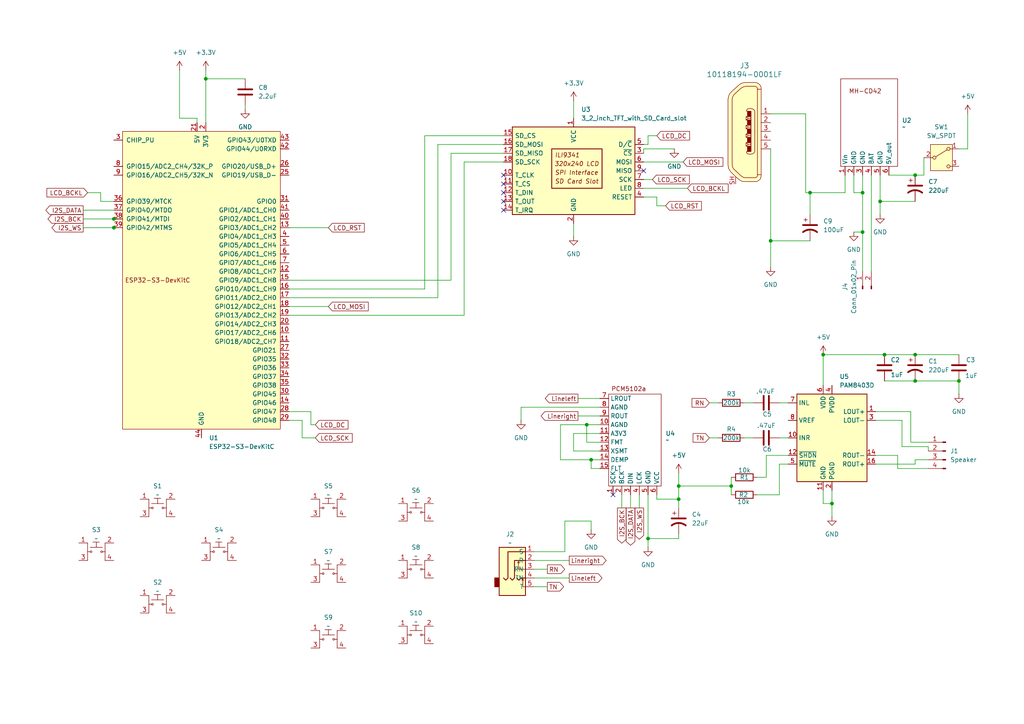
<source format=kicad_sch>
(kicad_sch
	(version 20231120)
	(generator "eeschema")
	(generator_version "8.0")
	(uuid "1bda7a9d-4032-4a3c-a7f0-05d25eabd50f")
	(paper "A4")
	(lib_symbols
		(symbol "Amplifier_Audio:PAM8403D"
			(exclude_from_sim no)
			(in_bom yes)
			(on_board yes)
			(property "Reference" "U"
				(at 1.27 16.51 0)
				(effects
					(font
						(size 1.27 1.27)
					)
				)
			)
			(property "Value" "PAM8403D"
				(at 6.096 14.224 0)
				(effects
					(font
						(size 1.27 1.27)
					)
				)
			)
			(property "Footprint" "Package_SO:SOP-16_3.9x9.9mm_P1.27mm"
				(at 0 0 0)
				(effects
					(font
						(size 1.27 1.27)
					)
					(hide yes)
				)
			)
			(property "Datasheet" "https://www.diodes.com/assets/Datasheets/products_inactive_data/PAM8403.pdf"
				(at -5.08 5.08 0)
				(effects
					(font
						(size 1.27 1.27)
					)
					(hide yes)
				)
			)
			(property "Description" "3W Filterless Class-D Stereo Audio Amplifier, SOP-16"
				(at 0 0 0)
				(effects
					(font
						(size 1.27 1.27)
					)
					(hide yes)
				)
			)
			(property "ki_keywords" "audio amplifier class d"
				(at 0 0 0)
				(effects
					(font
						(size 1.27 1.27)
					)
					(hide yes)
				)
			)
			(property "ki_fp_filters" "SOP*3.9x9.9mm*P1.27mm*"
				(at 0 0 0)
				(effects
					(font
						(size 1.27 1.27)
					)
					(hide yes)
				)
			)
			(symbol "PAM8403D_0_1"
				(rectangle
					(start -10.16 12.7)
					(end 10.16 -12.7)
					(stroke
						(width 0.254)
						(type default)
					)
					(fill
						(type background)
					)
				)
			)
			(symbol "PAM8403D_1_1"
				(pin output line
					(at 12.7 7.62 180)
					(length 2.54)
					(name "LOUT+"
						(effects
							(font
								(size 1.27 1.27)
							)
						)
					)
					(number "1"
						(effects
							(font
								(size 1.27 1.27)
							)
						)
					)
				)
				(pin input line
					(at -12.7 0 0)
					(length 2.54)
					(name "INR"
						(effects
							(font
								(size 1.27 1.27)
							)
						)
					)
					(number "10"
						(effects
							(font
								(size 1.27 1.27)
							)
						)
					)
				)
				(pin power_in line
					(at -2.54 -15.24 90)
					(length 2.54)
					(name "GND"
						(effects
							(font
								(size 1.27 1.27)
							)
						)
					)
					(number "11"
						(effects
							(font
								(size 1.27 1.27)
							)
						)
					)
				)
				(pin input line
					(at -12.7 -5.08 0)
					(length 2.54)
					(name "~{SHDN}"
						(effects
							(font
								(size 1.27 1.27)
							)
						)
					)
					(number "12"
						(effects
							(font
								(size 1.27 1.27)
							)
						)
					)
				)
				(pin passive line
					(at 0 15.24 270)
					(length 2.54) hide
					(name "PVDD"
						(effects
							(font
								(size 1.27 1.27)
							)
						)
					)
					(number "13"
						(effects
							(font
								(size 1.27 1.27)
							)
						)
					)
				)
				(pin output line
					(at 12.7 -5.08 180)
					(length 2.54)
					(name "ROUT-"
						(effects
							(font
								(size 1.27 1.27)
							)
						)
					)
					(number "14"
						(effects
							(font
								(size 1.27 1.27)
							)
						)
					)
				)
				(pin passive line
					(at 0 -15.24 90)
					(length 2.54) hide
					(name "PGND"
						(effects
							(font
								(size 1.27 1.27)
							)
						)
					)
					(number "15"
						(effects
							(font
								(size 1.27 1.27)
							)
						)
					)
				)
				(pin output line
					(at 12.7 -7.62 180)
					(length 2.54)
					(name "ROUT+"
						(effects
							(font
								(size 1.27 1.27)
							)
						)
					)
					(number "16"
						(effects
							(font
								(size 1.27 1.27)
							)
						)
					)
				)
				(pin power_in line
					(at 0 -15.24 90)
					(length 2.54)
					(name "PGND"
						(effects
							(font
								(size 1.27 1.27)
							)
						)
					)
					(number "2"
						(effects
							(font
								(size 1.27 1.27)
							)
						)
					)
				)
				(pin output line
					(at 12.7 5.08 180)
					(length 2.54)
					(name "LOUT-"
						(effects
							(font
								(size 1.27 1.27)
							)
						)
					)
					(number "3"
						(effects
							(font
								(size 1.27 1.27)
							)
						)
					)
				)
				(pin power_in line
					(at 0 15.24 270)
					(length 2.54)
					(name "PVDD"
						(effects
							(font
								(size 1.27 1.27)
							)
						)
					)
					(number "4"
						(effects
							(font
								(size 1.27 1.27)
							)
						)
					)
				)
				(pin input line
					(at -12.7 -7.62 0)
					(length 2.54)
					(name "~{MUTE}"
						(effects
							(font
								(size 1.27 1.27)
							)
						)
					)
					(number "5"
						(effects
							(font
								(size 1.27 1.27)
							)
						)
					)
				)
				(pin power_in line
					(at -2.54 15.24 270)
					(length 2.54)
					(name "VDD"
						(effects
							(font
								(size 1.27 1.27)
							)
						)
					)
					(number "6"
						(effects
							(font
								(size 1.27 1.27)
							)
						)
					)
				)
				(pin input line
					(at -12.7 10.16 0)
					(length 2.54)
					(name "INL"
						(effects
							(font
								(size 1.27 1.27)
							)
						)
					)
					(number "7"
						(effects
							(font
								(size 1.27 1.27)
							)
						)
					)
				)
				(pin input line
					(at -12.7 5.08 0)
					(length 2.54)
					(name "VREF"
						(effects
							(font
								(size 1.27 1.27)
							)
						)
					)
					(number "8"
						(effects
							(font
								(size 1.27 1.27)
							)
						)
					)
				)
				(pin no_connect line
					(at 10.16 -10.16 180)
					(length 2.54) hide
					(name "NC"
						(effects
							(font
								(size 1.27 1.27)
							)
						)
					)
					(number "9"
						(effects
							(font
								(size 1.27 1.27)
							)
						)
					)
				)
			)
		)
		(symbol "Connector:Conn_01x02_Pin"
			(pin_names
				(offset 1.016) hide)
			(exclude_from_sim no)
			(in_bom yes)
			(on_board yes)
			(property "Reference" "J"
				(at 0 2.54 0)
				(effects
					(font
						(size 1.27 1.27)
					)
				)
			)
			(property "Value" "Conn_01x02_Pin"
				(at 0 -5.08 0)
				(effects
					(font
						(size 1.27 1.27)
					)
				)
			)
			(property "Footprint" ""
				(at 0 0 0)
				(effects
					(font
						(size 1.27 1.27)
					)
					(hide yes)
				)
			)
			(property "Datasheet" "~"
				(at 0 0 0)
				(effects
					(font
						(size 1.27 1.27)
					)
					(hide yes)
				)
			)
			(property "Description" "Generic connector, single row, 01x02, script generated"
				(at 0 0 0)
				(effects
					(font
						(size 1.27 1.27)
					)
					(hide yes)
				)
			)
			(property "ki_locked" ""
				(at 0 0 0)
				(effects
					(font
						(size 1.27 1.27)
					)
				)
			)
			(property "ki_keywords" "connector"
				(at 0 0 0)
				(effects
					(font
						(size 1.27 1.27)
					)
					(hide yes)
				)
			)
			(property "ki_fp_filters" "Connector*:*_1x??_*"
				(at 0 0 0)
				(effects
					(font
						(size 1.27 1.27)
					)
					(hide yes)
				)
			)
			(symbol "Conn_01x02_Pin_1_1"
				(polyline
					(pts
						(xy 1.27 -2.54) (xy 0.8636 -2.54)
					)
					(stroke
						(width 0.1524)
						(type default)
					)
					(fill
						(type none)
					)
				)
				(polyline
					(pts
						(xy 1.27 0) (xy 0.8636 0)
					)
					(stroke
						(width 0.1524)
						(type default)
					)
					(fill
						(type none)
					)
				)
				(rectangle
					(start 0.8636 -2.413)
					(end 0 -2.667)
					(stroke
						(width 0.1524)
						(type default)
					)
					(fill
						(type outline)
					)
				)
				(rectangle
					(start 0.8636 0.127)
					(end 0 -0.127)
					(stroke
						(width 0.1524)
						(type default)
					)
					(fill
						(type outline)
					)
				)
				(pin passive line
					(at 5.08 0 180)
					(length 3.81)
					(name "Pin_1"
						(effects
							(font
								(size 1.27 1.27)
							)
						)
					)
					(number "1"
						(effects
							(font
								(size 1.27 1.27)
							)
						)
					)
				)
				(pin passive line
					(at 5.08 -2.54 180)
					(length 3.81)
					(name "Pin_2"
						(effects
							(font
								(size 1.27 1.27)
							)
						)
					)
					(number "2"
						(effects
							(font
								(size 1.27 1.27)
							)
						)
					)
				)
			)
		)
		(symbol "Connector:Conn_01x04_Pin"
			(pin_names
				(offset 1.016) hide)
			(exclude_from_sim no)
			(in_bom yes)
			(on_board yes)
			(property "Reference" "J"
				(at 0 5.08 0)
				(effects
					(font
						(size 1.27 1.27)
					)
				)
			)
			(property "Value" "Conn_01x04_Pin"
				(at 0 -7.62 0)
				(effects
					(font
						(size 1.27 1.27)
					)
				)
			)
			(property "Footprint" ""
				(at 0 0 0)
				(effects
					(font
						(size 1.27 1.27)
					)
					(hide yes)
				)
			)
			(property "Datasheet" "~"
				(at 0 0 0)
				(effects
					(font
						(size 1.27 1.27)
					)
					(hide yes)
				)
			)
			(property "Description" "Generic connector, single row, 01x04, script generated"
				(at 0 0 0)
				(effects
					(font
						(size 1.27 1.27)
					)
					(hide yes)
				)
			)
			(property "ki_locked" ""
				(at 0 0 0)
				(effects
					(font
						(size 1.27 1.27)
					)
				)
			)
			(property "ki_keywords" "connector"
				(at 0 0 0)
				(effects
					(font
						(size 1.27 1.27)
					)
					(hide yes)
				)
			)
			(property "ki_fp_filters" "Connector*:*_1x??_*"
				(at 0 0 0)
				(effects
					(font
						(size 1.27 1.27)
					)
					(hide yes)
				)
			)
			(symbol "Conn_01x04_Pin_1_1"
				(polyline
					(pts
						(xy 1.27 -5.08) (xy 0.8636 -5.08)
					)
					(stroke
						(width 0.1524)
						(type default)
					)
					(fill
						(type none)
					)
				)
				(polyline
					(pts
						(xy 1.27 -2.54) (xy 0.8636 -2.54)
					)
					(stroke
						(width 0.1524)
						(type default)
					)
					(fill
						(type none)
					)
				)
				(polyline
					(pts
						(xy 1.27 0) (xy 0.8636 0)
					)
					(stroke
						(width 0.1524)
						(type default)
					)
					(fill
						(type none)
					)
				)
				(polyline
					(pts
						(xy 1.27 2.54) (xy 0.8636 2.54)
					)
					(stroke
						(width 0.1524)
						(type default)
					)
					(fill
						(type none)
					)
				)
				(rectangle
					(start 0.8636 -4.953)
					(end 0 -5.207)
					(stroke
						(width 0.1524)
						(type default)
					)
					(fill
						(type outline)
					)
				)
				(rectangle
					(start 0.8636 -2.413)
					(end 0 -2.667)
					(stroke
						(width 0.1524)
						(type default)
					)
					(fill
						(type outline)
					)
				)
				(rectangle
					(start 0.8636 0.127)
					(end 0 -0.127)
					(stroke
						(width 0.1524)
						(type default)
					)
					(fill
						(type outline)
					)
				)
				(rectangle
					(start 0.8636 2.667)
					(end 0 2.413)
					(stroke
						(width 0.1524)
						(type default)
					)
					(fill
						(type outline)
					)
				)
				(pin passive line
					(at 5.08 2.54 180)
					(length 3.81)
					(name "Pin_1"
						(effects
							(font
								(size 1.27 1.27)
							)
						)
					)
					(number "1"
						(effects
							(font
								(size 1.27 1.27)
							)
						)
					)
				)
				(pin passive line
					(at 5.08 0 180)
					(length 3.81)
					(name "Pin_2"
						(effects
							(font
								(size 1.27 1.27)
							)
						)
					)
					(number "2"
						(effects
							(font
								(size 1.27 1.27)
							)
						)
					)
				)
				(pin passive line
					(at 5.08 -2.54 180)
					(length 3.81)
					(name "Pin_3"
						(effects
							(font
								(size 1.27 1.27)
							)
						)
					)
					(number "3"
						(effects
							(font
								(size 1.27 1.27)
							)
						)
					)
				)
				(pin passive line
					(at 5.08 -5.08 180)
					(length 3.81)
					(name "Pin_4"
						(effects
							(font
								(size 1.27 1.27)
							)
						)
					)
					(number "4"
						(effects
							(font
								(size 1.27 1.27)
							)
						)
					)
				)
			)
		)
		(symbol "Device:C"
			(pin_numbers hide)
			(pin_names
				(offset 0.254)
			)
			(exclude_from_sim no)
			(in_bom yes)
			(on_board yes)
			(property "Reference" "C"
				(at 0.635 2.54 0)
				(effects
					(font
						(size 1.27 1.27)
					)
					(justify left)
				)
			)
			(property "Value" "C"
				(at 0.635 -2.54 0)
				(effects
					(font
						(size 1.27 1.27)
					)
					(justify left)
				)
			)
			(property "Footprint" ""
				(at 0.9652 -3.81 0)
				(effects
					(font
						(size 1.27 1.27)
					)
					(hide yes)
				)
			)
			(property "Datasheet" "~"
				(at 0 0 0)
				(effects
					(font
						(size 1.27 1.27)
					)
					(hide yes)
				)
			)
			(property "Description" "Unpolarized capacitor"
				(at 0 0 0)
				(effects
					(font
						(size 1.27 1.27)
					)
					(hide yes)
				)
			)
			(property "ki_keywords" "cap capacitor"
				(at 0 0 0)
				(effects
					(font
						(size 1.27 1.27)
					)
					(hide yes)
				)
			)
			(property "ki_fp_filters" "C_*"
				(at 0 0 0)
				(effects
					(font
						(size 1.27 1.27)
					)
					(hide yes)
				)
			)
			(symbol "C_0_1"
				(polyline
					(pts
						(xy -2.032 -0.762) (xy 2.032 -0.762)
					)
					(stroke
						(width 0.508)
						(type default)
					)
					(fill
						(type none)
					)
				)
				(polyline
					(pts
						(xy -2.032 0.762) (xy 2.032 0.762)
					)
					(stroke
						(width 0.508)
						(type default)
					)
					(fill
						(type none)
					)
				)
			)
			(symbol "C_1_1"
				(pin passive line
					(at 0 3.81 270)
					(length 2.794)
					(name "~"
						(effects
							(font
								(size 1.27 1.27)
							)
						)
					)
					(number "1"
						(effects
							(font
								(size 1.27 1.27)
							)
						)
					)
				)
				(pin passive line
					(at 0 -3.81 90)
					(length 2.794)
					(name "~"
						(effects
							(font
								(size 1.27 1.27)
							)
						)
					)
					(number "2"
						(effects
							(font
								(size 1.27 1.27)
							)
						)
					)
				)
			)
		)
		(symbol "Device:C_Polarized_US"
			(pin_numbers hide)
			(pin_names
				(offset 0.254) hide)
			(exclude_from_sim no)
			(in_bom yes)
			(on_board yes)
			(property "Reference" "C"
				(at 0.635 2.54 0)
				(effects
					(font
						(size 1.27 1.27)
					)
					(justify left)
				)
			)
			(property "Value" "C_Polarized_US"
				(at 0.635 -2.54 0)
				(effects
					(font
						(size 1.27 1.27)
					)
					(justify left)
				)
			)
			(property "Footprint" ""
				(at 0 0 0)
				(effects
					(font
						(size 1.27 1.27)
					)
					(hide yes)
				)
			)
			(property "Datasheet" "~"
				(at 0 0 0)
				(effects
					(font
						(size 1.27 1.27)
					)
					(hide yes)
				)
			)
			(property "Description" "Polarized capacitor, US symbol"
				(at 0 0 0)
				(effects
					(font
						(size 1.27 1.27)
					)
					(hide yes)
				)
			)
			(property "ki_keywords" "cap capacitor"
				(at 0 0 0)
				(effects
					(font
						(size 1.27 1.27)
					)
					(hide yes)
				)
			)
			(property "ki_fp_filters" "CP_*"
				(at 0 0 0)
				(effects
					(font
						(size 1.27 1.27)
					)
					(hide yes)
				)
			)
			(symbol "C_Polarized_US_0_1"
				(polyline
					(pts
						(xy -2.032 0.762) (xy 2.032 0.762)
					)
					(stroke
						(width 0.508)
						(type default)
					)
					(fill
						(type none)
					)
				)
				(polyline
					(pts
						(xy -1.778 2.286) (xy -0.762 2.286)
					)
					(stroke
						(width 0)
						(type default)
					)
					(fill
						(type none)
					)
				)
				(polyline
					(pts
						(xy -1.27 1.778) (xy -1.27 2.794)
					)
					(stroke
						(width 0)
						(type default)
					)
					(fill
						(type none)
					)
				)
				(arc
					(start 2.032 -1.27)
					(mid 0 -0.5572)
					(end -2.032 -1.27)
					(stroke
						(width 0.508)
						(type default)
					)
					(fill
						(type none)
					)
				)
			)
			(symbol "C_Polarized_US_1_1"
				(pin passive line
					(at 0 3.81 270)
					(length 2.794)
					(name "~"
						(effects
							(font
								(size 1.27 1.27)
							)
						)
					)
					(number "1"
						(effects
							(font
								(size 1.27 1.27)
							)
						)
					)
				)
				(pin passive line
					(at 0 -3.81 90)
					(length 3.302)
					(name "~"
						(effects
							(font
								(size 1.27 1.27)
							)
						)
					)
					(number "2"
						(effects
							(font
								(size 1.27 1.27)
							)
						)
					)
				)
			)
		)
		(symbol "Device:R"
			(pin_numbers hide)
			(pin_names
				(offset 0)
			)
			(exclude_from_sim no)
			(in_bom yes)
			(on_board yes)
			(property "Reference" "R"
				(at 2.032 0 90)
				(effects
					(font
						(size 1.27 1.27)
					)
				)
			)
			(property "Value" "R"
				(at 0 0 90)
				(effects
					(font
						(size 1.27 1.27)
					)
				)
			)
			(property "Footprint" ""
				(at -1.778 0 90)
				(effects
					(font
						(size 1.27 1.27)
					)
					(hide yes)
				)
			)
			(property "Datasheet" "~"
				(at 0 0 0)
				(effects
					(font
						(size 1.27 1.27)
					)
					(hide yes)
				)
			)
			(property "Description" "Resistor"
				(at 0 0 0)
				(effects
					(font
						(size 1.27 1.27)
					)
					(hide yes)
				)
			)
			(property "ki_keywords" "R res resistor"
				(at 0 0 0)
				(effects
					(font
						(size 1.27 1.27)
					)
					(hide yes)
				)
			)
			(property "ki_fp_filters" "R_*"
				(at 0 0 0)
				(effects
					(font
						(size 1.27 1.27)
					)
					(hide yes)
				)
			)
			(symbol "R_0_1"
				(rectangle
					(start -1.016 -2.54)
					(end 1.016 2.54)
					(stroke
						(width 0.254)
						(type default)
					)
					(fill
						(type none)
					)
				)
			)
			(symbol "R_1_1"
				(pin passive line
					(at 0 3.81 270)
					(length 1.27)
					(name "~"
						(effects
							(font
								(size 1.27 1.27)
							)
						)
					)
					(number "1"
						(effects
							(font
								(size 1.27 1.27)
							)
						)
					)
				)
				(pin passive line
					(at 0 -3.81 90)
					(length 1.27)
					(name "~"
						(effects
							(font
								(size 1.27 1.27)
							)
						)
					)
					(number "2"
						(effects
							(font
								(size 1.27 1.27)
							)
						)
					)
				)
			)
		)
		(symbol "PCM_Espressif:ESP32-S3-DevKitC"
			(pin_names
				(offset 1.016)
			)
			(exclude_from_sim no)
			(in_bom yes)
			(on_board yes)
			(property "Reference" "U"
				(at -22.86 48.26 0)
				(effects
					(font
						(size 1.27 1.27)
					)
					(justify left)
				)
			)
			(property "Value" "ESP32-S3-DevKitC"
				(at -22.86 45.72 0)
				(effects
					(font
						(size 1.27 1.27)
					)
					(justify left)
				)
			)
			(property "Footprint" "PCM_Espressif:ESP32-S3-DevKitC"
				(at 0 -57.15 0)
				(effects
					(font
						(size 1.27 1.27)
					)
					(hide yes)
				)
			)
			(property "Datasheet" ""
				(at -59.69 -2.54 0)
				(effects
					(font
						(size 1.27 1.27)
					)
					(hide yes)
				)
			)
			(property "Description" "ESP32-S3-DevKitC"
				(at 0 0 0)
				(effects
					(font
						(size 1.27 1.27)
					)
					(hide yes)
				)
			)
			(symbol "ESP32-S3-DevKitC_0_0"
				(text "ESP32-S3-DevKitC"
					(at -12.7 0 0)
					(effects
						(font
							(size 1.27 1.27)
						)
					)
				)
				(pin bidirectional line
					(at 25.4 -35.56 180)
					(length 2.54)
					(name "GPIO46"
						(effects
							(font
								(size 1.27 1.27)
							)
						)
					)
					(number "14"
						(effects
							(font
								(size 1.27 1.27)
							)
						)
					)
				)
				(pin bidirectional line
					(at 25.4 -10.16 180)
					(length 2.54)
					(name "GPIO13/ADC2_CH2"
						(effects
							(font
								(size 1.27 1.27)
							)
						)
					)
					(number "19"
						(effects
							(font
								(size 1.27 1.27)
							)
						)
					)
				)
				(pin bidirectional line
					(at -25.4 15.24 0)
					(length 2.54)
					(name "GPIO42/MTMS"
						(effects
							(font
								(size 1.27 1.27)
							)
						)
					)
					(number "39"
						(effects
							(font
								(size 1.27 1.27)
							)
						)
					)
				)
				(pin bidirectional line
					(at 25.4 17.78 180)
					(length 2.54)
					(name "GPIO2/ADC1_CH1"
						(effects
							(font
								(size 1.27 1.27)
							)
						)
					)
					(number "40"
						(effects
							(font
								(size 1.27 1.27)
							)
						)
					)
				)
				(pin bidirectional line
					(at 25.4 20.32 180)
					(length 2.54)
					(name "GPIO1/ADC1_CH0"
						(effects
							(font
								(size 1.27 1.27)
							)
						)
					)
					(number "41"
						(effects
							(font
								(size 1.27 1.27)
							)
						)
					)
				)
				(pin bidirectional line
					(at 25.4 38.1 180)
					(length 2.54)
					(name "GPIO44/U0RXD"
						(effects
							(font
								(size 1.27 1.27)
							)
						)
					)
					(number "42"
						(effects
							(font
								(size 1.27 1.27)
							)
						)
					)
				)
				(pin bidirectional line
					(at 25.4 40.64 180)
					(length 2.54)
					(name "GPIO43/U0TXD"
						(effects
							(font
								(size 1.27 1.27)
							)
						)
					)
					(number "43"
						(effects
							(font
								(size 1.27 1.27)
							)
						)
					)
				)
				(pin power_in line
					(at 0 -45.72 90)
					(length 2.54)
					(name "GND"
						(effects
							(font
								(size 1.27 1.27)
							)
						)
					)
					(number "44"
						(effects
							(font
								(size 1.27 1.27)
							)
						)
					)
				)
			)
			(symbol "ESP32-S3-DevKitC_0_1"
				(rectangle
					(start -22.86 43.18)
					(end 22.86 -43.18)
					(stroke
						(width 0)
						(type default)
					)
					(fill
						(type background)
					)
				)
				(pin power_in line
					(at 1.27 45.72 270)
					(length 2.54)
					(name "3V3"
						(effects
							(font
								(size 1.27 1.27)
							)
						)
					)
					(number "2"
						(effects
							(font
								(size 1.27 1.27)
							)
						)
					)
				)
			)
			(symbol "ESP32-S3-DevKitC_1_1"
				(pin passive line
					(at 1.27 45.72 270)
					(length 2.54) hide
					(name "3V3"
						(effects
							(font
								(size 1.27 1.27)
							)
						)
					)
					(number "1"
						(effects
							(font
								(size 1.27 1.27)
							)
						)
					)
				)
				(pin bidirectional line
					(at 25.4 -15.24 180)
					(length 2.54)
					(name "GPIO17/ADC2_CH6"
						(effects
							(font
								(size 1.27 1.27)
							)
						)
					)
					(number "10"
						(effects
							(font
								(size 1.27 1.27)
							)
						)
					)
				)
				(pin bidirectional line
					(at 25.4 -17.78 180)
					(length 2.54)
					(name "GPIO18/ADC2_CH7"
						(effects
							(font
								(size 1.27 1.27)
							)
						)
					)
					(number "11"
						(effects
							(font
								(size 1.27 1.27)
							)
						)
					)
				)
				(pin bidirectional line
					(at 25.4 2.54 180)
					(length 2.54)
					(name "GPIO8/ADC1_CH7"
						(effects
							(font
								(size 1.27 1.27)
							)
						)
					)
					(number "12"
						(effects
							(font
								(size 1.27 1.27)
							)
						)
					)
				)
				(pin bidirectional line
					(at 25.4 15.24 180)
					(length 2.54)
					(name "GPIO3/ADC1_CH2"
						(effects
							(font
								(size 1.27 1.27)
							)
						)
					)
					(number "13"
						(effects
							(font
								(size 1.27 1.27)
							)
						)
					)
				)
				(pin bidirectional line
					(at 25.4 0 180)
					(length 2.54)
					(name "GPIO9/ADC1_CH8"
						(effects
							(font
								(size 1.27 1.27)
							)
						)
					)
					(number "15"
						(effects
							(font
								(size 1.27 1.27)
							)
						)
					)
				)
				(pin bidirectional line
					(at 25.4 -2.54 180)
					(length 2.54)
					(name "GPIO10/ADC1_CH9"
						(effects
							(font
								(size 1.27 1.27)
							)
						)
					)
					(number "16"
						(effects
							(font
								(size 1.27 1.27)
							)
						)
					)
				)
				(pin bidirectional line
					(at 25.4 -5.08 180)
					(length 2.54)
					(name "GPIO11/ADC2_CH0"
						(effects
							(font
								(size 1.27 1.27)
							)
						)
					)
					(number "17"
						(effects
							(font
								(size 1.27 1.27)
							)
						)
					)
				)
				(pin bidirectional line
					(at 25.4 -7.62 180)
					(length 2.54)
					(name "GPIO12/ADC2_CH1"
						(effects
							(font
								(size 1.27 1.27)
							)
						)
					)
					(number "18"
						(effects
							(font
								(size 1.27 1.27)
							)
						)
					)
				)
				(pin bidirectional line
					(at 25.4 -12.7 180)
					(length 2.54)
					(name "GPIO14/ADC2_CH3"
						(effects
							(font
								(size 1.27 1.27)
							)
						)
					)
					(number "20"
						(effects
							(font
								(size 1.27 1.27)
							)
						)
					)
				)
				(pin power_in line
					(at -1.27 45.72 270)
					(length 2.54)
					(name "5V"
						(effects
							(font
								(size 1.27 1.27)
							)
						)
					)
					(number "21"
						(effects
							(font
								(size 1.27 1.27)
							)
						)
					)
				)
				(pin passive line
					(at 0 -45.72 90)
					(length 2.54) hide
					(name "GND"
						(effects
							(font
								(size 1.27 1.27)
							)
						)
					)
					(number "22"
						(effects
							(font
								(size 1.27 1.27)
							)
						)
					)
				)
				(pin passive line
					(at 0 -45.72 90)
					(length 2.54) hide
					(name "GND"
						(effects
							(font
								(size 1.27 1.27)
							)
						)
					)
					(number "23"
						(effects
							(font
								(size 1.27 1.27)
							)
						)
					)
				)
				(pin passive line
					(at 0 -45.72 90)
					(length 2.54) hide
					(name "GND"
						(effects
							(font
								(size 1.27 1.27)
							)
						)
					)
					(number "24"
						(effects
							(font
								(size 1.27 1.27)
							)
						)
					)
				)
				(pin bidirectional line
					(at 25.4 30.48 180)
					(length 2.54)
					(name "GPIO19/USB_D-"
						(effects
							(font
								(size 1.27 1.27)
							)
						)
					)
					(number "25"
						(effects
							(font
								(size 1.27 1.27)
							)
						)
					)
				)
				(pin bidirectional line
					(at 25.4 33.02 180)
					(length 2.54)
					(name "GPIO20/USB_D+"
						(effects
							(font
								(size 1.27 1.27)
							)
						)
					)
					(number "26"
						(effects
							(font
								(size 1.27 1.27)
							)
						)
					)
				)
				(pin bidirectional line
					(at 25.4 -20.32 180)
					(length 2.54)
					(name "GPIO21"
						(effects
							(font
								(size 1.27 1.27)
							)
						)
					)
					(number "27"
						(effects
							(font
								(size 1.27 1.27)
							)
						)
					)
				)
				(pin bidirectional line
					(at 25.4 -38.1 180)
					(length 2.54)
					(name "GPIO47"
						(effects
							(font
								(size 1.27 1.27)
							)
						)
					)
					(number "28"
						(effects
							(font
								(size 1.27 1.27)
							)
						)
					)
				)
				(pin bidirectional line
					(at 25.4 -40.64 180)
					(length 2.54)
					(name "GPIO48"
						(effects
							(font
								(size 1.27 1.27)
							)
						)
					)
					(number "29"
						(effects
							(font
								(size 1.27 1.27)
							)
						)
					)
				)
				(pin input line
					(at -25.4 40.64 0)
					(length 2.54)
					(name "CHIP_PU"
						(effects
							(font
								(size 1.27 1.27)
							)
						)
					)
					(number "3"
						(effects
							(font
								(size 1.27 1.27)
							)
						)
					)
				)
				(pin bidirectional line
					(at 25.4 -33.02 180)
					(length 2.54)
					(name "GPIO45"
						(effects
							(font
								(size 1.27 1.27)
							)
						)
					)
					(number "30"
						(effects
							(font
								(size 1.27 1.27)
							)
						)
					)
				)
				(pin bidirectional line
					(at 25.4 22.86 180)
					(length 2.54)
					(name "GPIO0"
						(effects
							(font
								(size 1.27 1.27)
							)
						)
					)
					(number "31"
						(effects
							(font
								(size 1.27 1.27)
							)
						)
					)
				)
				(pin bidirectional line
					(at 25.4 -22.86 180)
					(length 2.54)
					(name "GPIO35"
						(effects
							(font
								(size 1.27 1.27)
							)
						)
					)
					(number "32"
						(effects
							(font
								(size 1.27 1.27)
							)
						)
					)
				)
				(pin bidirectional line
					(at 25.4 -25.4 180)
					(length 2.54)
					(name "GPIO36"
						(effects
							(font
								(size 1.27 1.27)
							)
						)
					)
					(number "33"
						(effects
							(font
								(size 1.27 1.27)
							)
						)
					)
				)
				(pin bidirectional line
					(at 25.4 -27.94 180)
					(length 2.54)
					(name "GPIO37"
						(effects
							(font
								(size 1.27 1.27)
							)
						)
					)
					(number "34"
						(effects
							(font
								(size 1.27 1.27)
							)
						)
					)
				)
				(pin bidirectional line
					(at 25.4 -30.48 180)
					(length 2.54)
					(name "GPIO38"
						(effects
							(font
								(size 1.27 1.27)
							)
						)
					)
					(number "35"
						(effects
							(font
								(size 1.27 1.27)
							)
						)
					)
				)
				(pin bidirectional line
					(at -25.4 22.86 0)
					(length 2.54)
					(name "GPIO39/MTCK"
						(effects
							(font
								(size 1.27 1.27)
							)
						)
					)
					(number "36"
						(effects
							(font
								(size 1.27 1.27)
							)
						)
					)
				)
				(pin bidirectional line
					(at -25.4 20.32 0)
					(length 2.54)
					(name "GPIO40/MTDO"
						(effects
							(font
								(size 1.27 1.27)
							)
						)
					)
					(number "37"
						(effects
							(font
								(size 1.27 1.27)
							)
						)
					)
				)
				(pin bidirectional line
					(at -25.4 17.78 0)
					(length 2.54)
					(name "GPIO41/MTDI"
						(effects
							(font
								(size 1.27 1.27)
							)
						)
					)
					(number "38"
						(effects
							(font
								(size 1.27 1.27)
							)
						)
					)
				)
				(pin bidirectional line
					(at 25.4 12.7 180)
					(length 2.54)
					(name "GPIO4/ADC1_CH3"
						(effects
							(font
								(size 1.27 1.27)
							)
						)
					)
					(number "4"
						(effects
							(font
								(size 1.27 1.27)
							)
						)
					)
				)
				(pin bidirectional line
					(at 25.4 10.16 180)
					(length 2.54)
					(name "GPIO5/ADC1_CH4"
						(effects
							(font
								(size 1.27 1.27)
							)
						)
					)
					(number "5"
						(effects
							(font
								(size 1.27 1.27)
							)
						)
					)
				)
				(pin bidirectional line
					(at 25.4 7.62 180)
					(length 2.54)
					(name "GPIO6/ADC1_CH5"
						(effects
							(font
								(size 1.27 1.27)
							)
						)
					)
					(number "6"
						(effects
							(font
								(size 1.27 1.27)
							)
						)
					)
				)
				(pin bidirectional line
					(at 25.4 5.08 180)
					(length 2.54)
					(name "GPIO7/ADC1_CH6"
						(effects
							(font
								(size 1.27 1.27)
							)
						)
					)
					(number "7"
						(effects
							(font
								(size 1.27 1.27)
							)
						)
					)
				)
				(pin bidirectional line
					(at -25.4 33.02 0)
					(length 2.54)
					(name "GPIO15/ADC2_CH4/32K_P"
						(effects
							(font
								(size 1.27 1.27)
							)
						)
					)
					(number "8"
						(effects
							(font
								(size 1.27 1.27)
							)
						)
					)
				)
				(pin bidirectional line
					(at -25.4 30.48 0)
					(length 2.54)
					(name "GPIO16/ADC2_CH5/32K_N"
						(effects
							(font
								(size 1.27 1.27)
							)
						)
					)
					(number "9"
						(effects
							(font
								(size 1.27 1.27)
							)
						)
					)
				)
			)
		)
		(symbol "Switch:SW_SPDT"
			(pin_names
				(offset 0) hide)
			(exclude_from_sim no)
			(in_bom yes)
			(on_board yes)
			(property "Reference" "SW"
				(at 0 5.08 0)
				(effects
					(font
						(size 1.27 1.27)
					)
				)
			)
			(property "Value" "SW_SPDT"
				(at 0 -5.08 0)
				(effects
					(font
						(size 1.27 1.27)
					)
				)
			)
			(property "Footprint" ""
				(at 0 0 0)
				(effects
					(font
						(size 1.27 1.27)
					)
					(hide yes)
				)
			)
			(property "Datasheet" "~"
				(at 0 -7.62 0)
				(effects
					(font
						(size 1.27 1.27)
					)
					(hide yes)
				)
			)
			(property "Description" "Switch, single pole double throw"
				(at 0 0 0)
				(effects
					(font
						(size 1.27 1.27)
					)
					(hide yes)
				)
			)
			(property "ki_keywords" "switch single-pole double-throw spdt ON-ON"
				(at 0 0 0)
				(effects
					(font
						(size 1.27 1.27)
					)
					(hide yes)
				)
			)
			(symbol "SW_SPDT_0_1"
				(circle
					(center -2.032 0)
					(radius 0.4572)
					(stroke
						(width 0)
						(type default)
					)
					(fill
						(type none)
					)
				)
				(polyline
					(pts
						(xy -1.651 0.254) (xy 1.651 2.286)
					)
					(stroke
						(width 0)
						(type default)
					)
					(fill
						(type none)
					)
				)
				(circle
					(center 2.032 -2.54)
					(radius 0.4572)
					(stroke
						(width 0)
						(type default)
					)
					(fill
						(type none)
					)
				)
				(circle
					(center 2.032 2.54)
					(radius 0.4572)
					(stroke
						(width 0)
						(type default)
					)
					(fill
						(type none)
					)
				)
			)
			(symbol "SW_SPDT_1_1"
				(rectangle
					(start -3.175 3.81)
					(end 3.175 -3.81)
					(stroke
						(width 0)
						(type default)
					)
					(fill
						(type background)
					)
				)
				(pin passive line
					(at 5.08 2.54 180)
					(length 2.54)
					(name "A"
						(effects
							(font
								(size 1.27 1.27)
							)
						)
					)
					(number "1"
						(effects
							(font
								(size 1.27 1.27)
							)
						)
					)
				)
				(pin passive line
					(at -5.08 0 0)
					(length 2.54)
					(name "B"
						(effects
							(font
								(size 1.27 1.27)
							)
						)
					)
					(number "2"
						(effects
							(font
								(size 1.27 1.27)
							)
						)
					)
				)
				(pin passive line
					(at 5.08 -2.54 180)
					(length 2.54)
					(name "C"
						(effects
							(font
								(size 1.27 1.27)
							)
						)
					)
					(number "3"
						(effects
							(font
								(size 1.27 1.27)
							)
						)
					)
				)
			)
		)
		(symbol "daveparts:3_2_inch_TFT_with_SD_Card_slot"
			(pin_names
				(offset 0.762)
			)
			(exclude_from_sim no)
			(in_bom yes)
			(on_board yes)
			(property "Reference" "U"
				(at -17.526 13.97 0)
				(effects
					(font
						(size 1.27 1.27)
					)
					(justify left)
				)
			)
			(property "Value" "3_2_inch_TFT_with_SD_Card_slot"
				(at 1.905 13.97 0)
				(effects
					(font
						(size 1.27 1.27)
					)
					(justify left)
				)
			)
			(property "Footprint" "Display:3.2{dblquote} TFT with SD card"
				(at 0 -17.78 0)
				(effects
					(font
						(size 1.27 1.27)
					)
					(hide yes)
				)
			)
			(property "Datasheet" "http://pan.baidu.com/s/11Y990"
				(at -16.51 12.7 0)
				(effects
					(font
						(size 1.27 1.27)
					)
					(hide yes)
				)
			)
			(property "Description" "ILI9341 controller, SPI TFT LCD Display, 9-pin breakout PCB, 4-pin SD card interface, 5V/3.3V"
				(at 0 0 0)
				(effects
					(font
						(size 1.27 1.27)
					)
					(hide yes)
				)
			)
			(property "ki_keywords" "driver display"
				(at 0 0 0)
				(effects
					(font
						(size 1.27 1.27)
					)
					(hide yes)
				)
			)
			(property "ki_fp_filters" "*CR2013*MI2120*"
				(at 0 0 0)
				(effects
					(font
						(size 1.27 1.27)
					)
					(hide yes)
				)
			)
			(symbol "3_2_inch_TFT_with_SD_Card_slot_0_0"
				(text "320x240 LCD"
					(at 0.889 2.032 0)
					(effects
						(font
							(size 1.27 1.27)
							(italic yes)
						)
					)
				)
				(text "ILI9341"
					(at -5.461 4.572 0)
					(effects
						(font
							(size 1.27 1.27)
							(italic yes)
						)
						(justify left)
					)
				)
				(text "SD Card Slot"
					(at -5.461 -3.048 0)
					(effects
						(font
							(size 1.27 1.27)
							(italic yes)
						)
						(justify left)
					)
				)
				(text "SPI Interface"
					(at -5.461 -0.508 0)
					(effects
						(font
							(size 1.27 1.27)
							(italic yes)
						)
						(justify left)
					)
				)
			)
			(symbol "3_2_inch_TFT_with_SD_Card_slot_0_1"
				(rectangle
					(start -17.78 12.7)
					(end 17.78 -12.7)
					(stroke
						(width 0.254)
						(type default)
					)
					(fill
						(type background)
					)
				)
				(rectangle
					(start -6.35 6.35)
					(end 8.255 -5.08)
					(stroke
						(width 0.254)
						(type default)
					)
					(fill
						(type none)
					)
				)
			)
			(symbol "3_2_inch_TFT_with_SD_Card_slot_1_1"
				(pin power_in line
					(at 0 15.24 270)
					(length 2.54)
					(name "VCC"
						(effects
							(font
								(size 1.27 1.27)
							)
						)
					)
					(number "1"
						(effects
							(font
								(size 1.27 1.27)
							)
						)
					)
				)
				(pin input line
					(at -20.32 -1.27 0)
					(length 2.54)
					(name "T_CLK"
						(effects
							(font
								(size 1.27 1.27)
							)
						)
					)
					(number "10"
						(effects
							(font
								(size 1.27 1.27)
							)
						)
					)
				)
				(pin input line
					(at -20.32 -3.81 0)
					(length 2.54)
					(name "T_CS"
						(effects
							(font
								(size 1.27 1.27)
							)
						)
					)
					(number "11"
						(effects
							(font
								(size 1.27 1.27)
							)
						)
					)
				)
				(pin input line
					(at -20.32 -6.35 0)
					(length 2.54)
					(name "T_DIN"
						(effects
							(font
								(size 1.27 1.27)
							)
						)
					)
					(number "12"
						(effects
							(font
								(size 1.27 1.27)
							)
						)
					)
				)
				(pin output line
					(at -20.32 -8.89 0)
					(length 2.54)
					(name "T_OUT"
						(effects
							(font
								(size 1.27 1.27)
							)
						)
					)
					(number "13"
						(effects
							(font
								(size 1.27 1.27)
							)
						)
					)
				)
				(pin output line
					(at -20.32 -11.43 0)
					(length 2.54)
					(name "T_IRQ"
						(effects
							(font
								(size 1.27 1.27)
							)
						)
					)
					(number "14"
						(effects
							(font
								(size 1.27 1.27)
							)
						)
					)
				)
				(pin input line
					(at -20.32 10.16 0)
					(length 2.54)
					(name "SD_CS"
						(effects
							(font
								(size 1.27 1.27)
							)
						)
					)
					(number "15"
						(effects
							(font
								(size 1.27 1.27)
							)
						)
					)
				)
				(pin input line
					(at -20.32 7.62 0)
					(length 2.54)
					(name "SD_MOSI"
						(effects
							(font
								(size 1.27 1.27)
							)
						)
					)
					(number "16"
						(effects
							(font
								(size 1.27 1.27)
							)
						)
					)
				)
				(pin output line
					(at -20.32 5.08 0)
					(length 2.54)
					(name "SD_MISO"
						(effects
							(font
								(size 1.27 1.27)
							)
						)
					)
					(number "17"
						(effects
							(font
								(size 1.27 1.27)
							)
						)
					)
				)
				(pin input line
					(at -20.32 2.54 0)
					(length 2.54)
					(name "SD_SCK"
						(effects
							(font
								(size 1.27 1.27)
							)
						)
					)
					(number "18"
						(effects
							(font
								(size 1.27 1.27)
							)
						)
					)
				)
				(pin power_in line
					(at 0 -15.24 90)
					(length 2.54)
					(name "GND"
						(effects
							(font
								(size 1.27 1.27)
							)
						)
					)
					(number "2"
						(effects
							(font
								(size 1.27 1.27)
							)
						)
					)
				)
				(pin input line
					(at 20.32 5.08 180)
					(length 2.54)
					(name "~{CS}"
						(effects
							(font
								(size 1.27 1.27)
							)
						)
					)
					(number "3"
						(effects
							(font
								(size 1.27 1.27)
							)
						)
					)
				)
				(pin input line
					(at 20.32 -7.62 180)
					(length 2.54)
					(name "RESET"
						(effects
							(font
								(size 1.27 1.27)
							)
						)
					)
					(number "4"
						(effects
							(font
								(size 1.27 1.27)
							)
						)
					)
				)
				(pin input line
					(at 20.32 7.62 180)
					(length 2.54)
					(name "D/~{C}"
						(effects
							(font
								(size 1.27 1.27)
							)
						)
					)
					(number "5"
						(effects
							(font
								(size 1.27 1.27)
							)
						)
					)
				)
				(pin input line
					(at 20.32 2.54 180)
					(length 2.54)
					(name "MOSI"
						(effects
							(font
								(size 1.27 1.27)
							)
						)
					)
					(number "6"
						(effects
							(font
								(size 1.27 1.27)
							)
						)
					)
				)
				(pin input line
					(at 20.32 -2.54 180)
					(length 2.54)
					(name "SCK"
						(effects
							(font
								(size 1.27 1.27)
							)
						)
					)
					(number "7"
						(effects
							(font
								(size 1.27 1.27)
							)
						)
					)
				)
				(pin input line
					(at 20.32 -5.08 180)
					(length 2.54)
					(name "LED"
						(effects
							(font
								(size 1.27 1.27)
							)
						)
					)
					(number "8"
						(effects
							(font
								(size 1.27 1.27)
							)
						)
					)
				)
				(pin output line
					(at 20.32 0 180)
					(length 2.54)
					(name "MISO"
						(effects
							(font
								(size 1.27 1.27)
							)
						)
					)
					(number "9"
						(effects
							(font
								(size 1.27 1.27)
							)
						)
					)
				)
			)
		)
		(symbol "daveparts:MH-CD42"
			(exclude_from_sim no)
			(in_bom yes)
			(on_board yes)
			(property "Reference" "U"
				(at -3.302 23.368 0)
				(effects
					(font
						(size 1.27 1.27)
					)
				)
			)
			(property "Value" ""
				(at 0 0 0)
				(effects
					(font
						(size 1.27 1.27)
					)
				)
			)
			(property "Footprint" ""
				(at 0 0 0)
				(effects
					(font
						(size 1.27 1.27)
					)
					(hide yes)
				)
			)
			(property "Datasheet" ""
				(at 0 0 0)
				(effects
					(font
						(size 1.27 1.27)
					)
					(hide yes)
				)
			)
			(property "Description" ""
				(at 0 0 0)
				(effects
					(font
						(size 1.27 1.27)
					)
					(hide yes)
				)
			)
			(symbol "MH-CD42_0_1"
				(rectangle
					(start -3.81 21.59)
					(end 12.7 -3.81)
					(stroke
						(width 0)
						(type default)
					)
					(fill
						(type none)
					)
				)
			)
			(symbol "MH-CD42_1_1"
				(text "MH-CD42"
					(at 3.302 18.034 0)
					(effects
						(font
							(size 1.27 1.27)
						)
					)
				)
				(pin power_in line
					(at -2.54 -6.35 90)
					(length 2.54)
					(name "Vin"
						(effects
							(font
								(size 1.27 1.27)
							)
						)
					)
					(number "1"
						(effects
							(font
								(size 1.27 1.27)
							)
						)
					)
				)
				(pin power_in line
					(at 0 -6.35 90)
					(length 2.54)
					(name "GND"
						(effects
							(font
								(size 1.27 1.27)
							)
						)
					)
					(number "2"
						(effects
							(font
								(size 1.27 1.27)
							)
						)
					)
				)
				(pin power_in line
					(at 2.54 -6.35 90)
					(length 2.54)
					(name "GND"
						(effects
							(font
								(size 1.27 1.27)
							)
						)
					)
					(number "3"
						(effects
							(font
								(size 1.27 1.27)
							)
						)
					)
				)
				(pin bidirectional line
					(at 5.08 -6.35 90)
					(length 2.54)
					(name "BAT"
						(effects
							(font
								(size 1.27 1.27)
							)
						)
					)
					(number "4"
						(effects
							(font
								(size 1.27 1.27)
							)
						)
					)
				)
				(pin bidirectional line
					(at 7.62 -6.35 90)
					(length 2.54)
					(name "GND"
						(effects
							(font
								(size 1.27 1.27)
							)
						)
					)
					(number "5"
						(effects
							(font
								(size 1.27 1.27)
							)
						)
					)
				)
				(pin power_out line
					(at 10.16 -6.35 90)
					(length 2.54)
					(name "5V_out"
						(effects
							(font
								(size 1.27 1.27)
							)
						)
					)
					(number "6"
						(effects
							(font
								(size 1.27 1.27)
							)
						)
					)
				)
			)
		)
		(symbol "daveparts:PCM_5102_module"
			(exclude_from_sim no)
			(in_bom yes)
			(on_board yes)
			(property "Reference" "U"
				(at 12.446 16.51 0)
				(effects
					(font
						(size 1.27 1.27)
					)
				)
			)
			(property "Value" ""
				(at 0 0 0)
				(effects
					(font
						(size 1.27 1.27)
					)
				)
			)
			(property "Footprint" ""
				(at 0 0 0)
				(effects
					(font
						(size 1.27 1.27)
					)
					(hide yes)
				)
			)
			(property "Datasheet" ""
				(at 0 0 0)
				(effects
					(font
						(size 1.27 1.27)
					)
					(hide yes)
				)
			)
			(property "Description" ""
				(at 0 0 0)
				(effects
					(font
						(size 1.27 1.27)
					)
					(hide yes)
				)
			)
			(symbol "PCM_5102_module_0_1"
				(rectangle
					(start -3.81 20.32)
					(end 11.43 -6.35)
					(stroke
						(width 0)
						(type default)
					)
					(fill
						(type none)
					)
				)
			)
			(symbol "PCM_5102_module_1_1"
				(text "PCM5102a"
					(at 2.032 21.844 0)
					(effects
						(font
							(size 1.27 1.27)
						)
					)
				)
				(pin input line
					(at -2.54 -8.89 90)
					(length 2.54)
					(name "SCK"
						(effects
							(font
								(size 1.27 1.27)
							)
						)
					)
					(number "1"
						(effects
							(font
								(size 1.27 1.27)
							)
						)
					)
				)
				(pin output line
					(at -6.35 11.43 0)
					(length 2.54)
					(name "AGND"
						(effects
							(font
								(size 1.27 1.27)
							)
						)
					)
					(number "10"
						(effects
							(font
								(size 1.27 1.27)
							)
						)
					)
				)
				(pin power_out line
					(at -6.35 8.89 0)
					(length 2.54)
					(name "A3V3"
						(effects
							(font
								(size 1.27 1.27)
							)
						)
					)
					(number "11"
						(effects
							(font
								(size 1.27 1.27)
							)
						)
					)
				)
				(pin input line
					(at -6.35 6.35 0)
					(length 2.54)
					(name "FMT"
						(effects
							(font
								(size 1.27 1.27)
							)
						)
					)
					(number "12"
						(effects
							(font
								(size 1.27 1.27)
							)
						)
					)
				)
				(pin input line
					(at -6.35 3.81 0)
					(length 2.54)
					(name "XSMT"
						(effects
							(font
								(size 1.27 1.27)
							)
						)
					)
					(number "13"
						(effects
							(font
								(size 1.27 1.27)
							)
						)
					)
				)
				(pin power_in line
					(at -6.35 1.27 0)
					(length 2.54)
					(name "DEMP"
						(effects
							(font
								(size 1.27 1.27)
							)
						)
					)
					(number "14"
						(effects
							(font
								(size 1.27 1.27)
							)
						)
					)
				)
				(pin power_in line
					(at -6.35 -1.27 0)
					(length 2.54)
					(name "FLT"
						(effects
							(font
								(size 1.27 1.27)
							)
						)
					)
					(number "15"
						(effects
							(font
								(size 1.27 1.27)
							)
						)
					)
				)
				(pin input line
					(at 0 -8.89 90)
					(length 2.54)
					(name "BCK"
						(effects
							(font
								(size 1.27 1.27)
							)
						)
					)
					(number "2"
						(effects
							(font
								(size 1.27 1.27)
							)
						)
					)
				)
				(pin input line
					(at 2.54 -8.89 90)
					(length 2.54)
					(name "DIN"
						(effects
							(font
								(size 1.27 1.27)
							)
						)
					)
					(number "3"
						(effects
							(font
								(size 1.27 1.27)
							)
						)
					)
				)
				(pin input line
					(at 5.08 -8.89 90)
					(length 2.54)
					(name "LCK"
						(effects
							(font
								(size 1.27 1.27)
							)
						)
					)
					(number "4"
						(effects
							(font
								(size 1.27 1.27)
							)
						)
					)
				)
				(pin power_in line
					(at 7.62 -8.89 90)
					(length 2.54)
					(name "GND"
						(effects
							(font
								(size 1.27 1.27)
							)
						)
					)
					(number "5"
						(effects
							(font
								(size 1.27 1.27)
							)
						)
					)
				)
				(pin power_in line
					(at 10.16 -8.89 90)
					(length 2.54)
					(name "VCC"
						(effects
							(font
								(size 1.27 1.27)
							)
						)
					)
					(number "6"
						(effects
							(font
								(size 1.27 1.27)
							)
						)
					)
				)
				(pin output line
					(at -6.35 19.05 0)
					(length 2.54)
					(name "LROUT"
						(effects
							(font
								(size 1.27 1.27)
							)
						)
					)
					(number "7"
						(effects
							(font
								(size 1.27 1.27)
							)
						)
					)
				)
				(pin output line
					(at -6.35 16.51 0)
					(length 2.54)
					(name "AGND"
						(effects
							(font
								(size 1.27 1.27)
							)
						)
					)
					(number "8"
						(effects
							(font
								(size 1.27 1.27)
							)
						)
					)
				)
				(pin output line
					(at -6.35 13.97 0)
					(length 2.54)
					(name "ROUT"
						(effects
							(font
								(size 1.27 1.27)
							)
						)
					)
					(number "9"
						(effects
							(font
								(size 1.27 1.27)
							)
						)
					)
				)
			)
		)
		(symbol "daveparts:STX-3120-5B"
			(exclude_from_sim no)
			(in_bom yes)
			(on_board yes)
			(property "Reference" "J"
				(at -2.794 9.906 0)
				(effects
					(font
						(size 1.27 1.27)
					)
				)
			)
			(property "Value" ""
				(at 1.27 11.43 0)
				(effects
					(font
						(size 1.27 1.27)
					)
				)
			)
			(property "Footprint" ""
				(at 1.27 11.43 0)
				(effects
					(font
						(size 1.27 1.27)
					)
					(hide yes)
				)
			)
			(property "Datasheet" ""
				(at 1.27 11.43 0)
				(effects
					(font
						(size 1.27 1.27)
					)
					(hide yes)
				)
			)
			(property "Description" ""
				(at 1.27 11.43 0)
				(effects
					(font
						(size 1.27 1.27)
					)
					(hide yes)
				)
			)
			(symbol "STX-3120-5B_0_1"
				(rectangle
					(start -3.81 -1.27)
					(end -5.08 -3.81)
					(stroke
						(width 0.254)
						(type default)
					)
					(fill
						(type outline)
					)
				)
				(rectangle
					(start -3.81 7.62)
					(end 3.81 -6.35)
					(stroke
						(width 0.254)
						(type default)
					)
					(fill
						(type background)
					)
				)
				(polyline
					(pts
						(xy 1.778 3.556) (xy 2.032 3.048)
					)
					(stroke
						(width 0)
						(type default)
					)
					(fill
						(type none)
					)
				)
				(polyline
					(pts
						(xy 3.048 -1.524) (xy 3.302 -2.032)
					)
					(stroke
						(width 0)
						(type default)
					)
					(fill
						(type none)
					)
				)
				(polyline
					(pts
						(xy 1.27 -1.27) (xy 1.905 -1.905) (xy 2.54 -1.27) (xy 3.81 -1.27)
					)
					(stroke
						(width 0.254)
						(type default)
					)
					(fill
						(type none)
					)
				)
				(polyline
					(pts
						(xy 3.81 -3.81) (xy 3.048 -3.81) (xy 3.048 -1.524) (xy 2.794 -2.032)
					)
					(stroke
						(width 0)
						(type default)
					)
					(fill
						(type none)
					)
				)
				(polyline
					(pts
						(xy 3.81 1.27) (xy 1.778 1.27) (xy 1.778 3.556) (xy 1.524 3.048)
					)
					(stroke
						(width 0)
						(type default)
					)
					(fill
						(type none)
					)
				)
				(polyline
					(pts
						(xy -0.635 -1.27) (xy 0 -1.905) (xy 0.635 -1.27) (xy 0.635 3.81) (xy 3.81 3.81)
					)
					(stroke
						(width 0.254)
						(type default)
					)
					(fill
						(type none)
					)
				)
				(polyline
					(pts
						(xy 3.81 6.35) (xy -1.27 6.35) (xy -1.27 -1.27) (xy -1.905 -1.905) (xy -2.54 -1.27)
					)
					(stroke
						(width 0.254)
						(type default)
					)
					(fill
						(type none)
					)
				)
			)
			(symbol "STX-3120-5B_1_1"
				(pin passive line
					(at 6.35 6.35 180)
					(length 2.54)
					(name "S"
						(effects
							(font
								(size 1.27 1.27)
							)
						)
					)
					(number "1"
						(effects
							(font
								(size 1.27 1.27)
							)
						)
					)
				)
				(pin passive line
					(at 6.35 3.81 180)
					(length 2.54)
					(name "R"
						(effects
							(font
								(size 1.27 1.27)
							)
						)
					)
					(number "2"
						(effects
							(font
								(size 1.27 1.27)
							)
						)
					)
				)
				(pin passive line
					(at 6.35 1.27 180)
					(length 2.54)
					(name "RN"
						(effects
							(font
								(size 1.27 1.27)
							)
						)
					)
					(number "3"
						(effects
							(font
								(size 1.27 1.27)
							)
						)
					)
				)
				(pin passive line
					(at 6.35 -1.27 180)
					(length 2.54)
					(name "TN"
						(effects
							(font
								(size 1.27 1.27)
							)
						)
					)
					(number "4"
						(effects
							(font
								(size 1.27 1.27)
							)
						)
					)
				)
				(pin passive line
					(at 6.35 -3.81 180)
					(length 2.54)
					(name "T"
						(effects
							(font
								(size 1.27 1.27)
							)
						)
					)
					(number "5"
						(effects
							(font
								(size 1.27 1.27)
							)
						)
					)
				)
			)
		)
		(symbol "daveparts:adafruit_soft_button_8mm"
			(exclude_from_sim no)
			(in_bom yes)
			(on_board yes)
			(property "Reference" "S"
				(at 0 5.588 0)
				(effects
					(font
						(size 1.27 1.27)
					)
				)
			)
			(property "Value" ""
				(at 0 3.302 0)
				(effects
					(font
						(size 1.27 1.27)
					)
				)
			)
			(property "Footprint" ""
				(at 0 3.302 0)
				(effects
					(font
						(size 1.27 1.27)
					)
					(hide yes)
				)
			)
			(property "Datasheet" ""
				(at 0 3.302 0)
				(effects
					(font
						(size 1.27 1.27)
					)
					(hide yes)
				)
			)
			(property "Description" ""
				(at 0 3.302 0)
				(effects
					(font
						(size 1.27 1.27)
					)
					(hide yes)
				)
			)
			(symbol "adafruit_soft_button_8mm_0_1"
				(circle
					(center -1.524 0)
					(radius 0.254)
					(stroke
						(width 0)
						(type solid)
					)
					(fill
						(type none)
					)
				)
				(polyline
					(pts
						(xy -2.54 2.54) (xy -2.54 -2.54)
					)
					(stroke
						(width 0)
						(type solid)
					)
					(fill
						(type none)
					)
				)
				(polyline
					(pts
						(xy -1.778 0) (xy -2.54 0)
					)
					(stroke
						(width 0)
						(type solid)
					)
					(fill
						(type none)
					)
				)
				(polyline
					(pts
						(xy -1.778 1.27) (xy 1.778 1.27)
					)
					(stroke
						(width 0)
						(type solid)
					)
					(fill
						(type none)
					)
				)
				(polyline
					(pts
						(xy 2.54 -2.54) (xy 2.54 2.54)
					)
					(stroke
						(width 0)
						(type solid)
					)
					(fill
						(type none)
					)
				)
				(polyline
					(pts
						(xy 2.54 0) (xy 1.778 0)
					)
					(stroke
						(width 0)
						(type solid)
					)
					(fill
						(type none)
					)
				)
				(circle
					(center 1.524 0)
					(radius 0.254)
					(stroke
						(width 0)
						(type solid)
					)
					(fill
						(type none)
					)
				)
			)
			(symbol "adafruit_soft_button_8mm_1_1"
				(polyline
					(pts
						(xy -1.016 2.794) (xy 0.889 2.794)
					)
					(stroke
						(width 0)
						(type solid)
					)
					(fill
						(type none)
					)
				)
				(polyline
					(pts
						(xy 0 2.794) (xy 0 1.27)
					)
					(stroke
						(width 0)
						(type solid)
					)
					(fill
						(type none)
					)
				)
				(pin passive line
					(at -5.08 2.54 0)
					(length 2.54)
					(name "~"
						(effects
							(font
								(size 1.27 1.27)
							)
						)
					)
					(number "1"
						(effects
							(font
								(size 1.27 1.27)
							)
						)
					)
				)
				(pin passive line
					(at 5.08 2.54 180)
					(length 2.54)
					(name "~"
						(effects
							(font
								(size 1.27 1.27)
							)
						)
					)
					(number "2"
						(effects
							(font
								(size 1.27 1.27)
							)
						)
					)
				)
				(pin passive line
					(at -5.08 -2.54 0)
					(length 2.54)
					(name "~"
						(effects
							(font
								(size 1.27 1.27)
							)
						)
					)
					(number "3"
						(effects
							(font
								(size 1.27 1.27)
							)
						)
					)
				)
				(pin passive line
					(at 5.08 -2.54 180)
					(length 2.54)
					(name "~"
						(effects
							(font
								(size 1.27 1.27)
							)
						)
					)
					(number "4"
						(effects
							(font
								(size 1.27 1.27)
							)
						)
					)
				)
			)
		)
		(symbol "dk_USB-DVI-HDMI-Connectors:10118194-0001LF"
			(pin_names
				(offset 1.016)
			)
			(exclude_from_sim no)
			(in_bom yes)
			(on_board yes)
			(property "Reference" "J"
				(at -4.445 15.24 0)
				(effects
					(font
						(size 1.524 1.524)
					)
				)
			)
			(property "Value" "10118194-0001LF"
				(at -6.35 -7.62 90)
				(effects
					(font
						(size 1.524 1.524)
					)
				)
			)
			(property "Footprint" "digikey-footprints:USB_Micro_B_Female_10118194-0001LF"
				(at 5.08 5.08 0)
				(effects
					(font
						(size 1.524 1.524)
					)
					(justify left)
					(hide yes)
				)
			)
			(property "Datasheet" "http://www.amphenol-icc.com/media/wysiwyg/files/drawing/10118194.pdf"
				(at 5.08 7.62 0)
				(effects
					(font
						(size 1.524 1.524)
					)
					(justify left)
					(hide yes)
				)
			)
			(property "Description" "CONN RCPT USB2.0 MICRO B SMD R/A"
				(at 0 0 0)
				(effects
					(font
						(size 1.27 1.27)
					)
					(hide yes)
				)
			)
			(property "Digi-Key_PN" "609-4618-1-ND"
				(at 5.08 10.16 0)
				(effects
					(font
						(size 1.524 1.524)
					)
					(justify left)
					(hide yes)
				)
			)
			(property "MPN" "10118194-0001LF"
				(at 5.08 12.7 0)
				(effects
					(font
						(size 1.524 1.524)
					)
					(justify left)
					(hide yes)
				)
			)
			(property "Category" "Connectors, Interconnects"
				(at 5.08 15.24 0)
				(effects
					(font
						(size 1.524 1.524)
					)
					(justify left)
					(hide yes)
				)
			)
			(property "Family" "USB, DVI, HDMI Connectors"
				(at 5.08 17.78 0)
				(effects
					(font
						(size 1.524 1.524)
					)
					(justify left)
					(hide yes)
				)
			)
			(property "DK_Datasheet_Link" "http://www.amphenol-icc.com/media/wysiwyg/files/drawing/10118194.pdf"
				(at 5.08 20.32 0)
				(effects
					(font
						(size 1.524 1.524)
					)
					(justify left)
					(hide yes)
				)
			)
			(property "DK_Detail_Page" "/product-detail/en/amphenol-icc-fci/10118194-0001LF/609-4618-1-ND/2785382"
				(at 5.08 22.86 0)
				(effects
					(font
						(size 1.524 1.524)
					)
					(justify left)
					(hide yes)
				)
			)
			(property "Description_1" "CONN RCPT USB2.0 MICRO B SMD R/A"
				(at 5.08 25.4 0)
				(effects
					(font
						(size 1.524 1.524)
					)
					(justify left)
					(hide yes)
				)
			)
			(property "Manufacturer" "Amphenol ICC (FCI)"
				(at 5.08 27.94 0)
				(effects
					(font
						(size 1.524 1.524)
					)
					(justify left)
					(hide yes)
				)
			)
			(property "Status" "Active"
				(at 5.08 30.48 0)
				(effects
					(font
						(size 1.524 1.524)
					)
					(justify left)
					(hide yes)
				)
			)
			(property "ki_keywords" "609-4618-1-ND"
				(at 0 0 0)
				(effects
					(font
						(size 1.27 1.27)
					)
					(hide yes)
				)
			)
			(symbol "10118194-0001LF_0_1"
				(polyline
					(pts
						(xy 3.7846 12.2428) (xy 3.7846 -12.5476)
					)
					(stroke
						(width 0)
						(type solid)
					)
					(fill
						(type none)
					)
				)
				(polyline
					(pts
						(xy 0.4826 -4.2926) (xy 0.4826 -3.2766) (xy 1.8796 -3.2766) (xy 1.8796 -4.2926) (xy 0.4826 -4.2926)
						(xy 1.1176 -3.7846) (xy 0.4826 -3.2766) (xy 1.8796 -3.2766) (xy 1.8796 -3.7846) (xy 1.1176 -3.7846)
					)
					(stroke
						(width 0)
						(type solid)
					)
					(fill
						(type none)
					)
				)
				(polyline
					(pts
						(xy 0.4826 -1.7526) (xy 0.4826 -0.7366) (xy 1.8796 -0.7366) (xy 1.8796 -1.7526) (xy 0.4826 -1.7526)
						(xy 1.1176 -1.2446) (xy 0.4826 -0.7366) (xy 1.8796 -0.7366) (xy 1.8796 -1.2446) (xy 1.1176 -1.2446)
					)
					(stroke
						(width 0)
						(type solid)
					)
					(fill
						(type none)
					)
				)
				(polyline
					(pts
						(xy 0.4826 1.7526) (xy 0.4826 0.7366) (xy 1.8796 0.7366) (xy 1.8796 1.7526) (xy 0.4826 1.7526)
						(xy 1.1176 1.2446) (xy 0.4826 0.7366) (xy 1.8796 0.7366) (xy 1.8796 1.2446) (xy 1.1176 1.2446)
					)
					(stroke
						(width 0)
						(type solid)
					)
					(fill
						(type none)
					)
				)
				(polyline
					(pts
						(xy 0.4826 4.2926) (xy 0.4826 3.2766) (xy 1.8796 3.2766) (xy 1.8796 4.2926) (xy 0.4826 4.2926)
						(xy 1.1176 3.7846) (xy 0.4826 3.2766) (xy 1.8796 3.2766) (xy 1.8796 3.7846) (xy 1.1176 3.7846)
					)
					(stroke
						(width 0)
						(type solid)
					)
					(fill
						(type none)
					)
				)
				(polyline
					(pts
						(xy 1.905 -0.0254) (xy 1.905 5.842) (xy 0.635 5.842) (xy 0.635 6.1468) (xy 0.8128 6.4262) (xy 1.1938 6.5786)
						(xy 1.651 6.6294) (xy 2.2606 6.5532) (xy 2.7178 6.3246) (xy 2.9464 6.0706) (xy 3.0226 5.6388)
						(xy 3.0226 4.8006) (xy 3.0226 -0.127)
					)
					(stroke
						(width 0)
						(type solid)
					)
					(fill
						(type none)
					)
				)
				(polyline
					(pts
						(xy 1.905 0.0254) (xy 1.905 -5.842) (xy 0.635 -5.842) (xy 0.635 -6.1468) (xy 0.8128 -6.4262) (xy 1.1938 -6.5786)
						(xy 1.651 -6.6294) (xy 2.2606 -6.5532) (xy 2.7178 -6.3246) (xy 2.9464 -6.0706) (xy 3.0226 -5.6388)
						(xy 3.0226 -4.8006) (xy 3.0226 0.127)
					)
					(stroke
						(width 0)
						(type solid)
					)
					(fill
						(type none)
					)
				)
				(polyline
					(pts
						(xy 4.8514 -12.5476) (xy 3.8354 -12.5476) (xy 3.7846 -12.5476) (xy 3.7846 -12.9032) (xy 3.6068 -13.2334)
						(xy 3.429 -13.3604) (xy 3.2258 -13.4366) (xy 0.4572 -13.4366) (xy 0.0508 -13.4112) (xy -0.3302 -13.3096)
						(xy -0.6604 -13.1318) (xy -0.9906 -12.9032) (xy -3.1496 -10.8458) (xy -3.4036 -10.3886) (xy -3.5306 -9.779)
						(xy -3.556 -8.636) (xy -3.556 9.2202) (xy -3.5306 9.4234) (xy -3.4544 9.8298) (xy -3.302 10.1854)
						(xy -3.0226 10.6172) (xy -1.7526 11.8364) (xy -0.8636 12.5984) (xy -0.3302 12.8778) (xy 0.0762 13.0048)
						(xy 0.6096 13.081) (xy 3.0734 13.081) (xy 3.3274 13.0048) (xy 3.5814 12.8524) (xy 3.7846 12.5222)
						(xy 3.7846 12.2174) (xy 4.8514 12.2174)
					)
					(stroke
						(width 0)
						(type solid)
					)
					(fill
						(type none)
					)
				)
				(polyline
					(pts
						(xy 4.8514 -11.4808) (xy 4.8514 -12.8016) (xy 4.7752 -13.4366) (xy 4.572 -13.8684) (xy 4.0386 -14.3256)
						(xy 3.5814 -14.5288) (xy 3.0988 -14.605) (xy -0.2794 -14.5542) (xy -0.7112 -14.4526) (xy -1.2446 -14.1986)
						(xy -2.2098 -13.4366) (xy -3.556 -12.1412) (xy -4.0132 -11.6586) (xy -4.3688 -11.1506) (xy -4.6228 -10.5918)
						(xy -4.7498 -9.7536) (xy -4.7498 9.3726) (xy -4.5974 10.0838) (xy -4.4704 10.4648) (xy -4.2164 10.9728)
						(xy -3.6068 11.6078) (xy -1.4478 13.589) (xy -0.9652 13.8684) (xy -0.5588 14.0208) (xy 0.0762 14.1224)
						(xy 0.5588 14.1732) (xy 3.2766 14.1732) (xy 3.7592 14.0208) (xy 4.2164 13.7414) (xy 4.445 13.5128)
						(xy 4.699 13.1572) (xy 4.826 12.8524) (xy 4.8514 12.446) (xy 4.8514 -11.5062)
					)
					(stroke
						(width 0)
						(type solid)
					)
					(fill
						(type background)
					)
				)
				(rectangle
					(start 0.889 -4.318)
					(end 1.905 -5.842)
					(stroke
						(width 0)
						(type solid)
					)
					(fill
						(type outline)
					)
				)
				(rectangle
					(start 0.889 -3.302)
					(end 1.905 -1.778)
					(stroke
						(width 0)
						(type solid)
					)
					(fill
						(type outline)
					)
				)
				(rectangle
					(start 0.889 -0.635)
					(end 1.905 0.381)
					(stroke
						(width 0)
						(type solid)
					)
					(fill
						(type outline)
					)
				)
				(rectangle
					(start 0.889 0.635)
					(end 1.905 -0.381)
					(stroke
						(width 0)
						(type solid)
					)
					(fill
						(type outline)
					)
				)
				(rectangle
					(start 0.889 3.302)
					(end 1.905 1.778)
					(stroke
						(width 0)
						(type solid)
					)
					(fill
						(type outline)
					)
				)
				(rectangle
					(start 0.889 4.318)
					(end 1.905 5.842)
					(stroke
						(width 0)
						(type solid)
					)
					(fill
						(type outline)
					)
				)
			)
			(symbol "10118194-0001LF_1_1"
				(pin passive line
					(at 7.62 5.08 180)
					(length 2.794)
					(name "~"
						(effects
							(font
								(size 1.27 1.27)
							)
						)
					)
					(number "1"
						(effects
							(font
								(size 1.27 1.27)
							)
						)
					)
				)
				(pin passive line
					(at 7.62 2.54 180)
					(length 2.794)
					(name "~"
						(effects
							(font
								(size 1.27 1.27)
							)
						)
					)
					(number "2"
						(effects
							(font
								(size 1.27 1.27)
							)
						)
					)
				)
				(pin passive line
					(at 7.62 0 180)
					(length 2.794)
					(name "~"
						(effects
							(font
								(size 1.27 1.27)
							)
						)
					)
					(number "3"
						(effects
							(font
								(size 1.27 1.27)
							)
						)
					)
				)
				(pin passive line
					(at 7.62 -2.54 180)
					(length 2.794)
					(name "~"
						(effects
							(font
								(size 1.27 1.27)
							)
						)
					)
					(number "4"
						(effects
							(font
								(size 1.27 1.27)
							)
						)
					)
				)
				(pin passive line
					(at 7.62 -5.08 180)
					(length 2.794)
					(name "~"
						(effects
							(font
								(size 1.27 1.27)
							)
						)
					)
					(number "5"
						(effects
							(font
								(size 1.27 1.27)
							)
						)
					)
				)
				(pin passive line
					(at -2.54 -15.24 90)
					(length 2.032)
					(name "~"
						(effects
							(font
								(size 1.27 1.27)
							)
						)
					)
					(number "SH"
						(effects
							(font
								(size 1.27 1.27)
							)
						)
					)
				)
			)
		)
		(symbol "power:+3.3V"
			(power)
			(pin_numbers hide)
			(pin_names
				(offset 0) hide)
			(exclude_from_sim no)
			(in_bom yes)
			(on_board yes)
			(property "Reference" "#PWR"
				(at 0 -3.81 0)
				(effects
					(font
						(size 1.27 1.27)
					)
					(hide yes)
				)
			)
			(property "Value" "+3.3V"
				(at 0 3.556 0)
				(effects
					(font
						(size 1.27 1.27)
					)
				)
			)
			(property "Footprint" ""
				(at 0 0 0)
				(effects
					(font
						(size 1.27 1.27)
					)
					(hide yes)
				)
			)
			(property "Datasheet" ""
				(at 0 0 0)
				(effects
					(font
						(size 1.27 1.27)
					)
					(hide yes)
				)
			)
			(property "Description" "Power symbol creates a global label with name \"+3.3V\""
				(at 0 0 0)
				(effects
					(font
						(size 1.27 1.27)
					)
					(hide yes)
				)
			)
			(property "ki_keywords" "global power"
				(at 0 0 0)
				(effects
					(font
						(size 1.27 1.27)
					)
					(hide yes)
				)
			)
			(symbol "+3.3V_0_1"
				(polyline
					(pts
						(xy -0.762 1.27) (xy 0 2.54)
					)
					(stroke
						(width 0)
						(type default)
					)
					(fill
						(type none)
					)
				)
				(polyline
					(pts
						(xy 0 0) (xy 0 2.54)
					)
					(stroke
						(width 0)
						(type default)
					)
					(fill
						(type none)
					)
				)
				(polyline
					(pts
						(xy 0 2.54) (xy 0.762 1.27)
					)
					(stroke
						(width 0)
						(type default)
					)
					(fill
						(type none)
					)
				)
			)
			(symbol "+3.3V_1_1"
				(pin power_in line
					(at 0 0 90)
					(length 0)
					(name "~"
						(effects
							(font
								(size 1.27 1.27)
							)
						)
					)
					(number "1"
						(effects
							(font
								(size 1.27 1.27)
							)
						)
					)
				)
			)
		)
		(symbol "power:+5V"
			(power)
			(pin_numbers hide)
			(pin_names
				(offset 0) hide)
			(exclude_from_sim no)
			(in_bom yes)
			(on_board yes)
			(property "Reference" "#PWR"
				(at 0 -3.81 0)
				(effects
					(font
						(size 1.27 1.27)
					)
					(hide yes)
				)
			)
			(property "Value" "+5V"
				(at 0 3.556 0)
				(effects
					(font
						(size 1.27 1.27)
					)
				)
			)
			(property "Footprint" ""
				(at 0 0 0)
				(effects
					(font
						(size 1.27 1.27)
					)
					(hide yes)
				)
			)
			(property "Datasheet" ""
				(at 0 0 0)
				(effects
					(font
						(size 1.27 1.27)
					)
					(hide yes)
				)
			)
			(property "Description" "Power symbol creates a global label with name \"+5V\""
				(at 0 0 0)
				(effects
					(font
						(size 1.27 1.27)
					)
					(hide yes)
				)
			)
			(property "ki_keywords" "global power"
				(at 0 0 0)
				(effects
					(font
						(size 1.27 1.27)
					)
					(hide yes)
				)
			)
			(symbol "+5V_0_1"
				(polyline
					(pts
						(xy -0.762 1.27) (xy 0 2.54)
					)
					(stroke
						(width 0)
						(type default)
					)
					(fill
						(type none)
					)
				)
				(polyline
					(pts
						(xy 0 0) (xy 0 2.54)
					)
					(stroke
						(width 0)
						(type default)
					)
					(fill
						(type none)
					)
				)
				(polyline
					(pts
						(xy 0 2.54) (xy 0.762 1.27)
					)
					(stroke
						(width 0)
						(type default)
					)
					(fill
						(type none)
					)
				)
			)
			(symbol "+5V_1_1"
				(pin power_in line
					(at 0 0 90)
					(length 0)
					(name "~"
						(effects
							(font
								(size 1.27 1.27)
							)
						)
					)
					(number "1"
						(effects
							(font
								(size 1.27 1.27)
							)
						)
					)
				)
			)
		)
		(symbol "power:GND"
			(power)
			(pin_numbers hide)
			(pin_names
				(offset 0) hide)
			(exclude_from_sim no)
			(in_bom yes)
			(on_board yes)
			(property "Reference" "#PWR"
				(at 0 -6.35 0)
				(effects
					(font
						(size 1.27 1.27)
					)
					(hide yes)
				)
			)
			(property "Value" "GND"
				(at 0 -3.81 0)
				(effects
					(font
						(size 1.27 1.27)
					)
				)
			)
			(property "Footprint" ""
				(at 0 0 0)
				(effects
					(font
						(size 1.27 1.27)
					)
					(hide yes)
				)
			)
			(property "Datasheet" ""
				(at 0 0 0)
				(effects
					(font
						(size 1.27 1.27)
					)
					(hide yes)
				)
			)
			(property "Description" "Power symbol creates a global label with name \"GND\" , ground"
				(at 0 0 0)
				(effects
					(font
						(size 1.27 1.27)
					)
					(hide yes)
				)
			)
			(property "ki_keywords" "global power"
				(at 0 0 0)
				(effects
					(font
						(size 1.27 1.27)
					)
					(hide yes)
				)
			)
			(symbol "GND_0_1"
				(polyline
					(pts
						(xy 0 0) (xy 0 -1.27) (xy 1.27 -1.27) (xy 0 -2.54) (xy -1.27 -1.27) (xy 0 -1.27)
					)
					(stroke
						(width 0)
						(type default)
					)
					(fill
						(type none)
					)
				)
			)
			(symbol "GND_1_1"
				(pin power_in line
					(at 0 0 270)
					(length 0)
					(name "~"
						(effects
							(font
								(size 1.27 1.27)
							)
						)
					)
					(number "1"
						(effects
							(font
								(size 1.27 1.27)
							)
						)
					)
				)
			)
		)
	)
	(junction
		(at 278.13 110.49)
		(diameter 0)
		(color 0 0 0 0)
		(uuid "190ceb45-7051-4c8e-a697-cd2418cf807d")
	)
	(junction
		(at 196.85 144.78)
		(diameter 0)
		(color 0 0 0 0)
		(uuid "271ad5aa-7bff-453d-b982-2901d0e34346")
	)
	(junction
		(at 265.43 102.87)
		(diameter 0)
		(color 0 0 0 0)
		(uuid "2e8b0b29-62b0-435a-a38f-e558203be362")
	)
	(junction
		(at 33.02 63.5)
		(diameter 0)
		(color 0 0 0 0)
		(uuid "32a5e184-a410-4ea8-a11e-1585c749c91a")
	)
	(junction
		(at 59.69 22.86)
		(diameter 0)
		(color 0 0 0 0)
		(uuid "344333fb-5af4-4a9c-bf3f-29ef1ebe6f28")
	)
	(junction
		(at 171.45 133.35)
		(diameter 0)
		(color 0 0 0 0)
		(uuid "47d5f696-83d0-43af-be27-b97541af2573")
	)
	(junction
		(at 256.54 102.87)
		(diameter 0)
		(color 0 0 0 0)
		(uuid "555e8e9a-9335-4280-8139-8870887dd767")
	)
	(junction
		(at 212.09 140.97)
		(diameter 0)
		(color 0 0 0 0)
		(uuid "5b1c4bca-f2b9-43d5-aa25-37755cbb9b45")
	)
	(junction
		(at 187.96 156.21)
		(diameter 0)
		(color 0 0 0 0)
		(uuid "65ffe9c6-a2e8-4718-bb46-b55a62bf46c6")
	)
	(junction
		(at 238.76 102.87)
		(diameter 0)
		(color 0 0 0 0)
		(uuid "8030f0a9-dcd7-4d9b-a00c-c7ced0ca4fb5")
	)
	(junction
		(at 250.19 67.31)
		(diameter 0)
		(color 0 0 0 0)
		(uuid "83531a33-6768-4a79-a9ed-62d6f7e00a16")
	)
	(junction
		(at 265.43 50.8)
		(diameter 0)
		(color 0 0 0 0)
		(uuid "88277893-7e9e-42fc-9c4a-df4cd315c142")
	)
	(junction
		(at 196.85 140.97)
		(diameter 0)
		(color 0 0 0 0)
		(uuid "99003aab-f318-4ec9-82dc-cf164b9e8494")
	)
	(junction
		(at 33.02 66.04)
		(diameter 0)
		(color 0 0 0 0)
		(uuid "9db3bd62-3abc-4d7d-89ed-f4e0f8222bbe")
	)
	(junction
		(at 241.3 146.05)
		(diameter 0)
		(color 0 0 0 0)
		(uuid "ad54183b-8cb9-475b-a452-d96c7c825f2d")
	)
	(junction
		(at 255.27 58.42)
		(diameter 0)
		(color 0 0 0 0)
		(uuid "b766f75f-86b1-42a4-bc16-b97fa3d075e7")
	)
	(junction
		(at 223.52 69.85)
		(diameter 0)
		(color 0 0 0 0)
		(uuid "cb4b7956-eaa1-4c9e-9e55-248dcd1bc879")
	)
	(junction
		(at 265.43 110.49)
		(diameter 0)
		(color 0 0 0 0)
		(uuid "d044f3c5-5e28-4f78-8635-5a16c282970d")
	)
	(junction
		(at 234.95 55.88)
		(diameter 0)
		(color 0 0 0 0)
		(uuid "d1841616-c850-49b6-aee0-38368c44b162")
	)
	(junction
		(at 250.19 55.88)
		(diameter 0)
		(color 0 0 0 0)
		(uuid "df7e74cc-e035-4a15-a371-0805b4a4ef8c")
	)
	(junction
		(at 170.18 123.19)
		(diameter 0)
		(color 0 0 0 0)
		(uuid "e8512a05-46e3-4787-9939-9c2d22abd239")
	)
	(no_connect
		(at 146.05 53.34)
		(uuid "0183a7f5-6f6d-4c49-8e57-6bee390bb901")
	)
	(no_connect
		(at 146.05 60.96)
		(uuid "66e713ba-986f-4d45-ad94-b00e454b4ff8")
	)
	(no_connect
		(at 186.69 49.53)
		(uuid "81216e0b-2bd7-4146-b268-31ca8875ebcb")
	)
	(no_connect
		(at 146.05 58.42)
		(uuid "c6acb758-0fb8-4db4-9a22-cec259481c5d")
	)
	(no_connect
		(at 177.8 143.51)
		(uuid "e3bfcc38-611c-4094-9f45-54023ebd2fe6")
	)
	(no_connect
		(at 146.05 50.8)
		(uuid "eac798f0-01d1-41d1-aa62-a5fe57a9f6eb")
	)
	(no_connect
		(at 146.05 55.88)
		(uuid "f5529fe6-8298-4759-8fbf-870cbd8ce2b1")
	)
	(wire
		(pts
			(xy 265.43 102.87) (xy 278.13 102.87)
		)
		(stroke
			(width 0)
			(type default)
		)
		(uuid "0073063a-fdde-4d46-bf51-80eaf6ae4b78")
	)
	(wire
		(pts
			(xy 83.82 66.04) (xy 95.25 66.04)
		)
		(stroke
			(width 0)
			(type default)
		)
		(uuid "0118c655-7f29-4d01-b040-f7b999c4ce03")
	)
	(wire
		(pts
			(xy 134.62 46.99) (xy 146.05 46.99)
		)
		(stroke
			(width 0)
			(type default)
		)
		(uuid "0337cd25-8f70-46cf-9d47-5ed4f1e3cbed")
	)
	(wire
		(pts
			(xy 254 134.62) (xy 265.43 134.62)
		)
		(stroke
			(width 0)
			(type default)
		)
		(uuid "04732b99-f402-456b-ba9b-fc44e06bafc0")
	)
	(wire
		(pts
			(xy 219.71 143.51) (xy 226.06 143.51)
		)
		(stroke
			(width 0)
			(type default)
		)
		(uuid "0535c9df-1ef2-440d-a5fe-c539b9f911c0")
	)
	(wire
		(pts
			(xy 83.82 119.38) (xy 90.17 119.38)
		)
		(stroke
			(width 0)
			(type default)
		)
		(uuid "05fe10c9-da1c-4f76-aff2-83e43874076d")
	)
	(wire
		(pts
			(xy 196.85 140.97) (xy 196.85 144.78)
		)
		(stroke
			(width 0)
			(type default)
		)
		(uuid "0661efce-3ced-4f66-b551-344a1e78c335")
	)
	(wire
		(pts
			(xy 238.76 146.05) (xy 241.3 146.05)
		)
		(stroke
			(width 0)
			(type default)
		)
		(uuid "069037c8-a5f7-46a1-baad-02df7559e5c5")
	)
	(wire
		(pts
			(xy 196.85 156.21) (xy 196.85 154.94)
		)
		(stroke
			(width 0)
			(type default)
		)
		(uuid "0824012a-7e84-4267-9f9e-ad39b9a4d572")
	)
	(wire
		(pts
			(xy 33.02 63.5) (xy 34.29 63.5)
		)
		(stroke
			(width 0)
			(type default)
		)
		(uuid "08f33268-26ca-462c-a8f7-ed4f4bef5c92")
	)
	(wire
		(pts
			(xy 52.07 20.32) (xy 52.07 34.29)
		)
		(stroke
			(width 0)
			(type default)
		)
		(uuid "0a305bef-987c-4228-8e5c-4433a00fa69d")
	)
	(wire
		(pts
			(xy 190.5 57.15) (xy 190.5 59.69)
		)
		(stroke
			(width 0)
			(type default)
		)
		(uuid "0a4e6469-077f-409d-8cb8-5d50a6b39d4a")
	)
	(wire
		(pts
			(xy 59.69 22.86) (xy 59.69 35.56)
		)
		(stroke
			(width 0)
			(type default)
		)
		(uuid "0b310291-c942-4b1d-8ff9-55cccb46d5fd")
	)
	(wire
		(pts
			(xy 269.24 129.54) (xy 269.24 130.81)
		)
		(stroke
			(width 0)
			(type default)
		)
		(uuid "0b4e534a-da3a-40fd-8aef-8dcddccbe629")
	)
	(wire
		(pts
			(xy 154.94 170.18) (xy 158.75 170.18)
		)
		(stroke
			(width 0)
			(type default)
		)
		(uuid "0bad025e-911e-4a0d-b0d6-fdcbbf2e29fa")
	)
	(wire
		(pts
			(xy 223.52 69.85) (xy 223.52 77.47)
		)
		(stroke
			(width 0)
			(type default)
		)
		(uuid "0e05305e-e873-4a30-bbf3-cc1597be30f9")
	)
	(wire
		(pts
			(xy 226.06 116.84) (xy 228.6 116.84)
		)
		(stroke
			(width 0)
			(type default)
		)
		(uuid "0e61e072-b60e-4ed6-a587-4fe8c3fec786")
	)
	(wire
		(pts
			(xy 190.5 59.69) (xy 193.04 59.69)
		)
		(stroke
			(width 0)
			(type default)
		)
		(uuid "116f85fd-3bc9-40bc-98dc-3a027fd2d091")
	)
	(wire
		(pts
			(xy 186.69 57.15) (xy 190.5 57.15)
		)
		(stroke
			(width 0)
			(type default)
		)
		(uuid "11f4a575-dca2-4a74-a8d6-7fd0ef3aa085")
	)
	(wire
		(pts
			(xy 83.82 88.9) (xy 95.25 88.9)
		)
		(stroke
			(width 0)
			(type default)
		)
		(uuid "12a946a7-affd-4aa8-a2f4-f0af33858663")
	)
	(wire
		(pts
			(xy 123.19 83.82) (xy 123.19 39.37)
		)
		(stroke
			(width 0)
			(type default)
		)
		(uuid "12eda412-0a13-435f-8bed-b44c7ecfff6f")
	)
	(wire
		(pts
			(xy 185.42 143.51) (xy 185.42 147.32)
		)
		(stroke
			(width 0)
			(type default)
		)
		(uuid "1344b897-66c2-41d3-9971-8a46131503fe")
	)
	(wire
		(pts
			(xy 264.16 119.38) (xy 264.16 128.27)
		)
		(stroke
			(width 0)
			(type default)
		)
		(uuid "1be15350-cb2e-4269-b4eb-2236e789e368")
	)
	(wire
		(pts
			(xy 256.54 102.87) (xy 265.43 102.87)
		)
		(stroke
			(width 0)
			(type default)
		)
		(uuid "1d2096ee-c1d1-4a29-940b-52291973ebbd")
	)
	(wire
		(pts
			(xy 265.43 134.62) (xy 265.43 133.35)
		)
		(stroke
			(width 0)
			(type default)
		)
		(uuid "1e758d7c-cf12-4f0a-9b64-4e631aa126e7")
	)
	(wire
		(pts
			(xy 83.82 83.82) (xy 123.19 83.82)
		)
		(stroke
			(width 0)
			(type default)
		)
		(uuid "1ffa61be-91a3-40b5-9384-34a3c99ecc4d")
	)
	(wire
		(pts
			(xy 170.18 128.27) (xy 170.18 123.19)
		)
		(stroke
			(width 0)
			(type default)
		)
		(uuid "20d932f6-390d-4c1d-a443-cbe8fe3d0938")
	)
	(wire
		(pts
			(xy 247.65 55.88) (xy 250.19 55.88)
		)
		(stroke
			(width 0)
			(type default)
		)
		(uuid "2344b958-b434-42de-b57b-667ea35507b5")
	)
	(wire
		(pts
			(xy 187.96 156.21) (xy 187.96 158.75)
		)
		(stroke
			(width 0)
			(type default)
		)
		(uuid "2395782a-4524-4d04-92ca-c86cface6aa2")
	)
	(wire
		(pts
			(xy 190.5 144.78) (xy 196.85 144.78)
		)
		(stroke
			(width 0)
			(type default)
		)
		(uuid "273126a8-11bb-41f0-8747-3d9248c0785e")
	)
	(wire
		(pts
			(xy 265.43 50.8) (xy 257.81 50.8)
		)
		(stroke
			(width 0)
			(type default)
		)
		(uuid "2ac36b98-2c41-4be7-b43b-a0792ced1acf")
	)
	(wire
		(pts
			(xy 234.95 55.88) (xy 245.11 55.88)
		)
		(stroke
			(width 0)
			(type default)
		)
		(uuid "2e0881ce-3f0b-43ac-8015-4390e114cc7b")
	)
	(wire
		(pts
			(xy 265.43 133.35) (xy 269.24 133.35)
		)
		(stroke
			(width 0)
			(type default)
		)
		(uuid "2f1e464e-04be-4dea-8714-a6c258b590fa")
	)
	(wire
		(pts
			(xy 180.34 143.51) (xy 180.34 147.32)
		)
		(stroke
			(width 0)
			(type default)
		)
		(uuid "3390eb81-bf85-4a23-a5b3-aec307a2aaec")
	)
	(wire
		(pts
			(xy 255.27 58.42) (xy 255.27 62.23)
		)
		(stroke
			(width 0)
			(type default)
		)
		(uuid "396e77d9-cf34-4f8f-a990-1abf225881c7")
	)
	(wire
		(pts
			(xy 265.43 110.49) (xy 278.13 110.49)
		)
		(stroke
			(width 0)
			(type default)
		)
		(uuid "398d7522-891a-414f-ad59-4cdb2446f049")
	)
	(wire
		(pts
			(xy 223.52 33.02) (xy 233.68 33.02)
		)
		(stroke
			(width 0)
			(type default)
		)
		(uuid "3b92b031-9b34-460d-9ab8-ff8965433ee5")
	)
	(wire
		(pts
			(xy 130.81 44.45) (xy 146.05 44.45)
		)
		(stroke
			(width 0)
			(type default)
		)
		(uuid "3ce20160-9689-4549-8ac2-077e1a20bb0e")
	)
	(wire
		(pts
			(xy 254 132.08) (xy 260.35 132.08)
		)
		(stroke
			(width 0)
			(type default)
		)
		(uuid "3d92c6c0-1233-44e4-9c66-13c554db6623")
	)
	(wire
		(pts
			(xy 205.74 116.84) (xy 208.28 116.84)
		)
		(stroke
			(width 0)
			(type default)
		)
		(uuid "42e9d9d0-225b-4dde-ab6f-f98a60210a05")
	)
	(wire
		(pts
			(xy 173.99 118.11) (xy 151.13 118.11)
		)
		(stroke
			(width 0)
			(type default)
		)
		(uuid "43515c75-1c72-4201-89ff-7eef1fb11591")
	)
	(wire
		(pts
			(xy 29.21 55.88) (xy 29.21 58.42)
		)
		(stroke
			(width 0)
			(type default)
		)
		(uuid "462f936f-5605-4c2f-a5db-943c0d228831")
	)
	(wire
		(pts
			(xy 24.13 66.04) (xy 33.02 66.04)
		)
		(stroke
			(width 0)
			(type default)
		)
		(uuid "47b24cea-43a6-466c-9f34-09565aecf63c")
	)
	(wire
		(pts
			(xy 255.27 50.8) (xy 255.27 58.42)
		)
		(stroke
			(width 0)
			(type default)
		)
		(uuid "4945c6b4-9b44-40d9-aa16-e6d77211de97")
	)
	(wire
		(pts
			(xy 228.6 134.62) (xy 226.06 134.62)
		)
		(stroke
			(width 0)
			(type default)
		)
		(uuid "4a190269-7aa6-47ca-9364-ccf7729e54db")
	)
	(wire
		(pts
			(xy 29.21 58.42) (xy 33.02 58.42)
		)
		(stroke
			(width 0)
			(type default)
		)
		(uuid "4a6590ff-bf4e-4c74-b0ce-ffdf7db66e49")
	)
	(wire
		(pts
			(xy 171.45 151.13) (xy 171.45 153.67)
		)
		(stroke
			(width 0)
			(type default)
		)
		(uuid "4aab8ec6-b256-4358-8f61-d4eea3afd90d")
	)
	(wire
		(pts
			(xy 226.06 127) (xy 228.6 127)
		)
		(stroke
			(width 0)
			(type default)
		)
		(uuid "4c2211f3-bede-4a26-8078-ff91deb6d823")
	)
	(wire
		(pts
			(xy 166.37 125.73) (xy 173.99 125.73)
		)
		(stroke
			(width 0)
			(type default)
		)
		(uuid "4cf8e508-ff01-4cae-adbe-85fa335c15c8")
	)
	(wire
		(pts
			(xy 171.45 133.35) (xy 171.45 135.89)
		)
		(stroke
			(width 0)
			(type default)
		)
		(uuid "4e1865d0-6e55-4bd2-948d-4b0ac0af26de")
	)
	(wire
		(pts
			(xy 187.96 143.51) (xy 187.96 156.21)
		)
		(stroke
			(width 0)
			(type default)
		)
		(uuid "508c98d8-5a00-4122-9a26-a18eee086f5f")
	)
	(wire
		(pts
			(xy 223.52 69.85) (xy 234.95 69.85)
		)
		(stroke
			(width 0)
			(type default)
		)
		(uuid "51f94ca5-6567-45a1-b21b-be093ce41c55")
	)
	(wire
		(pts
			(xy 151.13 118.11) (xy 151.13 121.92)
		)
		(stroke
			(width 0)
			(type default)
		)
		(uuid "52f748f3-dc0f-4352-b70c-850461ccb614")
	)
	(wire
		(pts
			(xy 186.69 43.18) (xy 186.69 44.45)
		)
		(stroke
			(width 0)
			(type default)
		)
		(uuid "59c81a1e-95cc-4e32-af6d-9d36a1848464")
	)
	(wire
		(pts
			(xy 267.97 50.8) (xy 265.43 50.8)
		)
		(stroke
			(width 0)
			(type default)
		)
		(uuid "5af17211-2742-451b-a7a8-0486664449a7")
	)
	(wire
		(pts
			(xy 234.95 55.88) (xy 234.95 62.23)
		)
		(stroke
			(width 0)
			(type default)
		)
		(uuid "5cf06a91-c601-4fed-b2c8-6d98de1925ed")
	)
	(wire
		(pts
			(xy 83.82 81.28) (xy 130.81 81.28)
		)
		(stroke
			(width 0)
			(type default)
		)
		(uuid "5ea55ca3-a2af-4f88-946b-5ac7dd42290c")
	)
	(wire
		(pts
			(xy 59.69 20.32) (xy 59.69 22.86)
		)
		(stroke
			(width 0)
			(type default)
		)
		(uuid "61ea3db6-0090-4fae-9a73-65d83f622d31")
	)
	(wire
		(pts
			(xy 173.99 135.89) (xy 171.45 135.89)
		)
		(stroke
			(width 0)
			(type default)
		)
		(uuid "668a49f5-428d-4008-9e96-ae43ea5951d3")
	)
	(wire
		(pts
			(xy 190.5 143.51) (xy 190.5 144.78)
		)
		(stroke
			(width 0)
			(type default)
		)
		(uuid "69c11083-f8a2-4a61-90f0-6fc397d0a3a1")
	)
	(wire
		(pts
			(xy 267.97 45.72) (xy 267.97 50.8)
		)
		(stroke
			(width 0)
			(type default)
		)
		(uuid "6cb1c8e3-5ad4-4bab-8002-ad40e8f8435b")
	)
	(wire
		(pts
			(xy 167.64 115.57) (xy 173.99 115.57)
		)
		(stroke
			(width 0)
			(type default)
		)
		(uuid "6dcb49c9-9a26-41b1-9cda-d47c55a74afc")
	)
	(wire
		(pts
			(xy 154.94 160.02) (xy 163.83 160.02)
		)
		(stroke
			(width 0)
			(type default)
		)
		(uuid "6f5133a7-567f-4681-9275-dea056beb046")
	)
	(wire
		(pts
			(xy 154.94 167.64) (xy 165.1 167.64)
		)
		(stroke
			(width 0)
			(type default)
		)
		(uuid "749f0ea5-54a5-46d7-b9c3-331743956e4d")
	)
	(wire
		(pts
			(xy 123.19 39.37) (xy 146.05 39.37)
		)
		(stroke
			(width 0)
			(type default)
		)
		(uuid "763d3bff-c96f-4e64-8d76-a7d8ffa936a8")
	)
	(wire
		(pts
			(xy 238.76 142.24) (xy 238.76 146.05)
		)
		(stroke
			(width 0)
			(type default)
		)
		(uuid "7689f67a-d4d8-4f32-a1f1-0419f80d83b6")
	)
	(wire
		(pts
			(xy 233.68 33.02) (xy 233.68 55.88)
		)
		(stroke
			(width 0)
			(type default)
		)
		(uuid "77a3e2c1-6f82-4bc0-b86a-e05bc80661cd")
	)
	(wire
		(pts
			(xy 238.76 111.76) (xy 238.76 102.87)
		)
		(stroke
			(width 0)
			(type default)
		)
		(uuid "788213ee-9102-42b5-a797-eb231e692b6d")
	)
	(wire
		(pts
			(xy 247.65 50.8) (xy 247.65 55.88)
		)
		(stroke
			(width 0)
			(type default)
		)
		(uuid "79268d4b-cbae-49ec-8a37-1d5cafcbf2d0")
	)
	(wire
		(pts
			(xy 238.76 102.87) (xy 256.54 102.87)
		)
		(stroke
			(width 0)
			(type default)
		)
		(uuid "79d71ae2-5733-4979-bcd3-35b6638d2391")
	)
	(wire
		(pts
			(xy 222.25 132.08) (xy 228.6 132.08)
		)
		(stroke
			(width 0)
			(type default)
		)
		(uuid "7b515db3-55f5-4f3b-8a69-dca35280cfac")
	)
	(wire
		(pts
			(xy 187.96 156.21) (xy 196.85 156.21)
		)
		(stroke
			(width 0)
			(type default)
		)
		(uuid "7d0d05e3-2e10-4a88-9818-fd6f2ce1bc79")
	)
	(wire
		(pts
			(xy 196.85 137.16) (xy 196.85 140.97)
		)
		(stroke
			(width 0)
			(type default)
		)
		(uuid "7eb4b092-1099-41c6-a34d-b3620e7e2fe9")
	)
	(wire
		(pts
			(xy 186.69 54.61) (xy 199.39 54.61)
		)
		(stroke
			(width 0)
			(type default)
		)
		(uuid "7f011b8b-119f-4c22-8a14-6226bf58d63a")
	)
	(wire
		(pts
			(xy 163.83 151.13) (xy 171.45 151.13)
		)
		(stroke
			(width 0)
			(type default)
		)
		(uuid "82bbaef6-4dad-4414-85b8-e42e3c5c37fc")
	)
	(wire
		(pts
			(xy 130.81 81.28) (xy 130.81 44.45)
		)
		(stroke
			(width 0)
			(type default)
		)
		(uuid "835e015c-9165-41cb-b9c8-a1974048f311")
	)
	(wire
		(pts
			(xy 186.69 52.07) (xy 189.23 52.07)
		)
		(stroke
			(width 0)
			(type default)
		)
		(uuid "871f2805-87d3-456d-ad8c-55a2eff45c02")
	)
	(wire
		(pts
			(xy 226.06 134.62) (xy 226.06 143.51)
		)
		(stroke
			(width 0)
			(type default)
		)
		(uuid "8c4eeca4-6c8a-44b5-bee5-decc3a8b1bcb")
	)
	(wire
		(pts
			(xy 219.71 138.43) (xy 222.25 138.43)
		)
		(stroke
			(width 0)
			(type default)
		)
		(uuid "8dd9ba29-5264-4633-ab1f-a0d26903594d")
	)
	(wire
		(pts
			(xy 166.37 29.21) (xy 166.37 34.29)
		)
		(stroke
			(width 0)
			(type default)
		)
		(uuid "8f627895-a0b4-4169-9873-fa6c81a76d17")
	)
	(wire
		(pts
			(xy 162.56 133.35) (xy 171.45 133.35)
		)
		(stroke
			(width 0)
			(type default)
		)
		(uuid "900e0941-7d4a-437d-9c3b-3bd96e2bef7f")
	)
	(wire
		(pts
			(xy 83.82 91.44) (xy 134.62 91.44)
		)
		(stroke
			(width 0)
			(type default)
		)
		(uuid "912381a3-14f4-44ab-9a87-ea4e1c62ab10")
	)
	(wire
		(pts
			(xy 241.3 142.24) (xy 241.3 146.05)
		)
		(stroke
			(width 0)
			(type default)
		)
		(uuid "935fe36d-df89-496d-8155-a26c3c80bee3")
	)
	(wire
		(pts
			(xy 195.58 43.18) (xy 186.69 43.18)
		)
		(stroke
			(width 0)
			(type default)
		)
		(uuid "978403d2-90ad-45f9-b9f9-26492cc94edc")
	)
	(wire
		(pts
			(xy 171.45 133.35) (xy 173.99 133.35)
		)
		(stroke
			(width 0)
			(type default)
		)
		(uuid "996a64d4-4c00-423a-83bb-419b14784266")
	)
	(wire
		(pts
			(xy 215.9 116.84) (xy 218.44 116.84)
		)
		(stroke
			(width 0)
			(type default)
		)
		(uuid "9a02c549-00e9-4d9d-b8b4-be3e13c987a6")
	)
	(wire
		(pts
			(xy 265.43 58.42) (xy 255.27 58.42)
		)
		(stroke
			(width 0)
			(type default)
		)
		(uuid "9a6f1872-1e85-49c2-bf91-1cd5e8a30ead")
	)
	(wire
		(pts
			(xy 250.19 50.8) (xy 250.19 55.88)
		)
		(stroke
			(width 0)
			(type default)
		)
		(uuid "9af9f4dd-87a2-42e5-b72f-fd71aba97971")
	)
	(wire
		(pts
			(xy 57.15 34.29) (xy 57.15 35.56)
		)
		(stroke
			(width 0)
			(type default)
		)
		(uuid "9b574f9f-59b4-4a1c-b2de-3af95bb46e13")
	)
	(wire
		(pts
			(xy 245.11 50.8) (xy 245.11 55.88)
		)
		(stroke
			(width 0)
			(type default)
		)
		(uuid "9f1f34eb-2de6-49aa-bdf2-024a3c6a3672")
	)
	(wire
		(pts
			(xy 196.85 144.78) (xy 196.85 147.32)
		)
		(stroke
			(width 0)
			(type default)
		)
		(uuid "a008f23f-57d2-4b9c-9814-c6eaef8bedae")
	)
	(wire
		(pts
			(xy 59.69 22.86) (xy 71.12 22.86)
		)
		(stroke
			(width 0)
			(type default)
		)
		(uuid "a19e3b87-3aeb-4c86-9461-1e9654efe1bd")
	)
	(wire
		(pts
			(xy 250.19 55.88) (xy 250.19 67.31)
		)
		(stroke
			(width 0)
			(type default)
		)
		(uuid "a1e42685-d106-4e10-a1e6-8c1396929160")
	)
	(wire
		(pts
			(xy 134.62 91.44) (xy 134.62 46.99)
		)
		(stroke
			(width 0)
			(type default)
		)
		(uuid "a2452f6b-ecdf-4fe1-b649-bc03dac6babb")
	)
	(wire
		(pts
			(xy 254 119.38) (xy 264.16 119.38)
		)
		(stroke
			(width 0)
			(type default)
		)
		(uuid "a62ead25-83ce-4f9b-a128-74cea3012482")
	)
	(wire
		(pts
			(xy 71.12 30.48) (xy 71.12 31.75)
		)
		(stroke
			(width 0)
			(type default)
		)
		(uuid "a774cdbc-7c00-454d-a081-e9bbfbb5440b")
	)
	(wire
		(pts
			(xy 87.63 127) (xy 91.44 127)
		)
		(stroke
			(width 0)
			(type default)
		)
		(uuid "a974b9d5-2a96-437d-a92c-d095cb9bcef2")
	)
	(wire
		(pts
			(xy 83.82 121.92) (xy 87.63 121.92)
		)
		(stroke
			(width 0)
			(type default)
		)
		(uuid "a9ba50ef-9232-4bbd-b54e-7ea03b34f8d7")
	)
	(wire
		(pts
			(xy 278.13 110.49) (xy 278.13 114.3)
		)
		(stroke
			(width 0)
			(type default)
		)
		(uuid "ab562c4a-35f5-49ee-b9fd-a1260b8f1fb3")
	)
	(wire
		(pts
			(xy 170.18 123.19) (xy 173.99 123.19)
		)
		(stroke
			(width 0)
			(type default)
		)
		(uuid "acc64468-d5ce-4cf9-9759-43b71e30343a")
	)
	(wire
		(pts
			(xy 215.9 127) (xy 218.44 127)
		)
		(stroke
			(width 0)
			(type default)
		)
		(uuid "b16d801d-3511-43ea-b394-ec73c6772d8e")
	)
	(wire
		(pts
			(xy 212.09 140.97) (xy 212.09 143.51)
		)
		(stroke
			(width 0)
			(type default)
		)
		(uuid "b1c0c483-3c98-4b76-98ae-958ede3e00c9")
	)
	(wire
		(pts
			(xy 146.05 41.91) (xy 127 41.91)
		)
		(stroke
			(width 0)
			(type default)
		)
		(uuid "b5e1f039-f6fd-4e6c-9a6e-8d51b78dadc5")
	)
	(wire
		(pts
			(xy 241.3 146.05) (xy 241.3 149.86)
		)
		(stroke
			(width 0)
			(type default)
		)
		(uuid "b71dab6a-5da0-41f2-a4e4-ff4ac776a786")
	)
	(wire
		(pts
			(xy 196.85 140.97) (xy 212.09 140.97)
		)
		(stroke
			(width 0)
			(type default)
		)
		(uuid "bb2f3e03-53ac-49a7-be36-181a00308bed")
	)
	(wire
		(pts
			(xy 154.94 162.56) (xy 165.1 162.56)
		)
		(stroke
			(width 0)
			(type default)
		)
		(uuid "befbfa29-72d2-49c9-a7cc-550c18c17e04")
	)
	(wire
		(pts
			(xy 205.74 127) (xy 208.28 127)
		)
		(stroke
			(width 0)
			(type default)
		)
		(uuid "bf7bc76b-f67a-4743-8baa-d8af50b73b5a")
	)
	(wire
		(pts
			(xy 170.18 123.19) (xy 162.56 123.19)
		)
		(stroke
			(width 0)
			(type default)
		)
		(uuid "bf9cff53-40ed-410c-97af-b16ac9fcd19e")
	)
	(wire
		(pts
			(xy 261.62 121.92) (xy 261.62 129.54)
		)
		(stroke
			(width 0)
			(type default)
		)
		(uuid "c0a1db50-7650-4714-80bc-877cc07cc025")
	)
	(wire
		(pts
			(xy 52.07 34.29) (xy 57.15 34.29)
		)
		(stroke
			(width 0)
			(type default)
		)
		(uuid "c2084fa0-aa9f-4f90-9297-73625a0cbe1c")
	)
	(wire
		(pts
			(xy 173.99 128.27) (xy 170.18 128.27)
		)
		(stroke
			(width 0)
			(type default)
		)
		(uuid "c2d8c270-02e3-4b63-b62e-beaf18b6fa7c")
	)
	(wire
		(pts
			(xy 187.96 39.37) (xy 190.5 39.37)
		)
		(stroke
			(width 0)
			(type default)
		)
		(uuid "c2d9ee2b-06b6-42ca-9a71-bd257b027c5f")
	)
	(wire
		(pts
			(xy 166.37 130.81) (xy 166.37 125.73)
		)
		(stroke
			(width 0)
			(type default)
		)
		(uuid "c4d00f69-9a0a-478f-9ec3-7d462ec72c23")
	)
	(wire
		(pts
			(xy 127 41.91) (xy 127 86.36)
		)
		(stroke
			(width 0)
			(type default)
		)
		(uuid "c54b3d0e-69b1-497b-9b15-cd4abb8c4647")
	)
	(wire
		(pts
			(xy 166.37 64.77) (xy 166.37 68.58)
		)
		(stroke
			(width 0)
			(type default)
		)
		(uuid "c5a3f5b5-203a-4130-a065-7071a7f7e887")
	)
	(wire
		(pts
			(xy 91.44 123.19) (xy 90.17 123.19)
		)
		(stroke
			(width 0)
			(type default)
		)
		(uuid "c7393a44-2c61-4be3-92ee-829a321784ea")
	)
	(wire
		(pts
			(xy 186.69 46.99) (xy 198.12 46.99)
		)
		(stroke
			(width 0)
			(type default)
		)
		(uuid "ca5f2b27-81d7-4a6a-b179-06957d875651")
	)
	(wire
		(pts
			(xy 260.35 132.08) (xy 260.35 135.89)
		)
		(stroke
			(width 0)
			(type default)
		)
		(uuid "ca83100c-3d39-4d1f-8929-fb2b05f59d23")
	)
	(wire
		(pts
			(xy 25.4 55.88) (xy 29.21 55.88)
		)
		(stroke
			(width 0)
			(type default)
		)
		(uuid "cbebe812-9e2b-45d0-9f4e-157023eeceb4")
	)
	(wire
		(pts
			(xy 252.73 50.8) (xy 252.73 78.74)
		)
		(stroke
			(width 0)
			(type default)
		)
		(uuid "cd9b44f1-8817-4afa-b1a7-22d513abcd81")
	)
	(wire
		(pts
			(xy 212.09 138.43) (xy 212.09 140.97)
		)
		(stroke
			(width 0)
			(type default)
		)
		(uuid "cefe70c6-4e9e-4f98-b794-83602ad28870")
	)
	(wire
		(pts
			(xy 247.65 67.31) (xy 250.19 67.31)
		)
		(stroke
			(width 0)
			(type default)
		)
		(uuid "cfbfe9c9-2dd0-4d52-bee0-f2cb79ad9d37")
	)
	(wire
		(pts
			(xy 254 121.92) (xy 261.62 121.92)
		)
		(stroke
			(width 0)
			(type default)
		)
		(uuid "d3eb2ca9-ff46-4e4d-aac4-1fb05d5ee521")
	)
	(wire
		(pts
			(xy 127 86.36) (xy 83.82 86.36)
		)
		(stroke
			(width 0)
			(type default)
		)
		(uuid "d60f46ee-2b72-453a-969e-beb905e669e1")
	)
	(wire
		(pts
			(xy 264.16 128.27) (xy 269.24 128.27)
		)
		(stroke
			(width 0)
			(type default)
		)
		(uuid "d8c5f933-d548-48cb-8190-d93afdf20164")
	)
	(wire
		(pts
			(xy 233.68 55.88) (xy 234.95 55.88)
		)
		(stroke
			(width 0)
			(type default)
		)
		(uuid "dbc410d0-8ea9-4173-a544-d5c4447dfae5")
	)
	(wire
		(pts
			(xy 24.13 63.5) (xy 33.02 63.5)
		)
		(stroke
			(width 0)
			(type default)
		)
		(uuid "dcd6892e-b2f2-4e48-bd8e-251e9c1ebfa3")
	)
	(wire
		(pts
			(xy 34.29 66.04) (xy 33.02 66.04)
		)
		(stroke
			(width 0)
			(type default)
		)
		(uuid "df6a86c5-af00-4cea-b0b8-6d7f69aa64c7")
	)
	(wire
		(pts
			(xy 280.67 33.02) (xy 280.67 43.18)
		)
		(stroke
			(width 0)
			(type default)
		)
		(uuid "df79bcee-8476-4aa3-8ce8-1bc8770f414d")
	)
	(wire
		(pts
			(xy 250.19 67.31) (xy 250.19 78.74)
		)
		(stroke
			(width 0)
			(type default)
		)
		(uuid "df7bb920-55f5-42a7-a96c-857c7f424466")
	)
	(wire
		(pts
			(xy 261.62 129.54) (xy 269.24 129.54)
		)
		(stroke
			(width 0)
			(type default)
		)
		(uuid "e0678194-7f2b-4802-8b3d-95563f0c0764")
	)
	(wire
		(pts
			(xy 154.94 165.1) (xy 158.75 165.1)
		)
		(stroke
			(width 0)
			(type default)
		)
		(uuid "e3d94d82-9e9e-4c69-9eb8-b0628fd1543e")
	)
	(wire
		(pts
			(xy 173.99 130.81) (xy 166.37 130.81)
		)
		(stroke
			(width 0)
			(type default)
		)
		(uuid "e62386ac-e8d9-4fcb-8566-516e61e26b3c")
	)
	(wire
		(pts
			(xy 222.25 138.43) (xy 222.25 132.08)
		)
		(stroke
			(width 0)
			(type default)
		)
		(uuid "e71192d7-9323-4fcf-89e5-c351e72f34c6")
	)
	(wire
		(pts
			(xy 256.54 110.49) (xy 265.43 110.49)
		)
		(stroke
			(width 0)
			(type default)
		)
		(uuid "e76e71e1-56dd-4af9-93ae-2f1c38857b8a")
	)
	(wire
		(pts
			(xy 163.83 160.02) (xy 163.83 151.13)
		)
		(stroke
			(width 0)
			(type default)
		)
		(uuid "e9875c05-1e02-4f38-aa05-cddb77cde102")
	)
	(wire
		(pts
			(xy 90.17 123.19) (xy 90.17 119.38)
		)
		(stroke
			(width 0)
			(type default)
		)
		(uuid "ead7116d-5b88-4569-823a-d3c340b19a93")
	)
	(wire
		(pts
			(xy 186.69 41.91) (xy 187.96 41.91)
		)
		(stroke
			(width 0)
			(type default)
		)
		(uuid "ec558362-e046-4c97-8af0-04a8201f3cee")
	)
	(wire
		(pts
			(xy 167.64 120.65) (xy 173.99 120.65)
		)
		(stroke
			(width 0)
			(type default)
		)
		(uuid "edaed738-ee53-4b43-9966-9e37a87e1374")
	)
	(wire
		(pts
			(xy 260.35 135.89) (xy 269.24 135.89)
		)
		(stroke
			(width 0)
			(type default)
		)
		(uuid "ee5e6180-64af-41f1-9a00-0eb3117dabc5")
	)
	(wire
		(pts
			(xy 182.88 143.51) (xy 182.88 147.32)
		)
		(stroke
			(width 0)
			(type default)
		)
		(uuid "f3745c5a-1724-403f-bf8a-6b65033d5529")
	)
	(wire
		(pts
			(xy 280.67 43.18) (xy 278.13 43.18)
		)
		(stroke
			(width 0)
			(type default)
		)
		(uuid "f3cf0363-98e8-436a-b227-e6cca572dc76")
	)
	(wire
		(pts
			(xy 223.52 43.18) (xy 223.52 69.85)
		)
		(stroke
			(width 0)
			(type default)
		)
		(uuid "f3e621da-18fa-4cca-aefd-e273945e08bb")
	)
	(wire
		(pts
			(xy 187.96 41.91) (xy 187.96 39.37)
		)
		(stroke
			(width 0)
			(type default)
		)
		(uuid "f5d6af63-74d4-4d7a-977e-97a98fe61880")
	)
	(wire
		(pts
			(xy 24.13 60.96) (xy 33.02 60.96)
		)
		(stroke
			(width 0)
			(type default)
		)
		(uuid "f696d87f-e94a-4e60-a851-bb3f725a7429")
	)
	(wire
		(pts
			(xy 87.63 121.92) (xy 87.63 127)
		)
		(stroke
			(width 0)
			(type default)
		)
		(uuid "fd6c01c1-5e85-45b7-867e-c24c8e85f7e2")
	)
	(wire
		(pts
			(xy 162.56 123.19) (xy 162.56 133.35)
		)
		(stroke
			(width 0)
			(type default)
		)
		(uuid "ffb6e65b-b7e1-4a6e-8e85-67a8512481e9")
	)
	(global_label "I2S_BCK"
		(shape output)
		(at 24.13 63.5 180)
		(fields_autoplaced yes)
		(effects
			(font
				(size 1.27 1.27)
			)
			(justify right)
		)
		(uuid "0ed9f716-b463-49b0-93ba-f977c8c71c5f")
		(property "Intersheetrefs" "${INTERSHEET_REFS}"
			(at 13.3434 63.5 0)
			(effects
				(font
					(size 1.27 1.27)
				)
				(justify right)
				(hide yes)
			)
		)
	)
	(global_label "TN"
		(shape output)
		(at 158.75 170.18 0)
		(fields_autoplaced yes)
		(effects
			(font
				(size 1.27 1.27)
			)
			(justify left)
		)
		(uuid "13f52d46-99e9-43cf-9a51-1bc7bbbb4945")
		(property "Intersheetrefs" "${INTERSHEET_REFS}"
			(at 164.0333 170.18 0)
			(effects
				(font
					(size 1.27 1.27)
				)
				(justify left)
				(hide yes)
			)
		)
	)
	(global_label "TN"
		(shape input)
		(at 205.74 127 180)
		(fields_autoplaced yes)
		(effects
			(font
				(size 1.27 1.27)
			)
			(justify right)
		)
		(uuid "147264db-191e-4bd4-9f64-81558251eb44")
		(property "Intersheetrefs" "${INTERSHEET_REFS}"
			(at 200.4567 127 0)
			(effects
				(font
					(size 1.27 1.27)
				)
				(justify right)
				(hide yes)
			)
		)
	)
	(global_label "RN"
		(shape output)
		(at 158.75 165.1 0)
		(fields_autoplaced yes)
		(effects
			(font
				(size 1.27 1.27)
			)
			(justify left)
		)
		(uuid "1dfa2be6-f1d0-4dac-a3d1-176d0b7aaa96")
		(property "Intersheetrefs" "${INTERSHEET_REFS}"
			(at 164.3357 165.1 0)
			(effects
				(font
					(size 1.27 1.27)
				)
				(justify left)
				(hide yes)
			)
		)
	)
	(global_label "LCD_SCK"
		(shape input)
		(at 189.23 52.07 0)
		(fields_autoplaced yes)
		(effects
			(font
				(size 1.27 1.27)
			)
			(justify left)
		)
		(uuid "2369ce0a-2bb0-4270-a7bb-5f89efc114fc")
		(property "Intersheetrefs" "${INTERSHEET_REFS}"
			(at 200.5004 52.07 0)
			(effects
				(font
					(size 1.27 1.27)
				)
				(justify left)
				(hide yes)
			)
		)
	)
	(global_label "LCD_RST"
		(shape input)
		(at 95.25 66.04 0)
		(fields_autoplaced yes)
		(effects
			(font
				(size 1.27 1.27)
			)
			(justify left)
		)
		(uuid "25832feb-d5fe-4b31-b2c0-3fba334bee7d")
		(property "Intersheetrefs" "${INTERSHEET_REFS}"
			(at 106.218 66.04 0)
			(effects
				(font
					(size 1.27 1.27)
				)
				(justify left)
				(hide yes)
			)
		)
	)
	(global_label "I2S_DATA"
		(shape output)
		(at 182.88 147.32 270)
		(fields_autoplaced yes)
		(effects
			(font
				(size 1.27 1.27)
			)
			(justify right)
		)
		(uuid "3373e399-803d-4e43-aac6-2ac1f0d9a149")
		(property "Intersheetrefs" "${INTERSHEET_REFS}"
			(at 182.88 158.7114 90)
			(effects
				(font
					(size 1.27 1.27)
				)
				(justify right)
				(hide yes)
			)
		)
	)
	(global_label "LCD_RST"
		(shape input)
		(at 193.04 59.69 0)
		(fields_autoplaced yes)
		(effects
			(font
				(size 1.27 1.27)
			)
			(justify left)
		)
		(uuid "3ed43750-4b07-4764-a676-34362a365322")
		(property "Intersheetrefs" "${INTERSHEET_REFS}"
			(at 204.008 59.69 0)
			(effects
				(font
					(size 1.27 1.27)
				)
				(justify left)
				(hide yes)
			)
		)
	)
	(global_label "I2S_DATA"
		(shape output)
		(at 24.13 60.96 180)
		(fields_autoplaced yes)
		(effects
			(font
				(size 1.27 1.27)
			)
			(justify right)
		)
		(uuid "433f03a1-5f36-45ca-9cc2-5e7f7d471c31")
		(property "Intersheetrefs" "${INTERSHEET_REFS}"
			(at 12.7386 60.96 0)
			(effects
				(font
					(size 1.27 1.27)
				)
				(justify right)
				(hide yes)
			)
		)
	)
	(global_label "RN"
		(shape input)
		(at 205.74 116.84 180)
		(fields_autoplaced yes)
		(effects
			(font
				(size 1.27 1.27)
			)
			(justify right)
		)
		(uuid "48359ed9-2d59-48df-b331-118e7a6edd19")
		(property "Intersheetrefs" "${INTERSHEET_REFS}"
			(at 200.1543 116.84 0)
			(effects
				(font
					(size 1.27 1.27)
				)
				(justify right)
				(hide yes)
			)
		)
	)
	(global_label "I2S_WS"
		(shape output)
		(at 24.13 66.04 180)
		(fields_autoplaced yes)
		(effects
			(font
				(size 1.27 1.27)
			)
			(justify right)
		)
		(uuid "4f5394d6-b371-4dc6-8aa6-17a889400746")
		(property "Intersheetrefs" "${INTERSHEET_REFS}"
			(at 14.4925 66.04 0)
			(effects
				(font
					(size 1.27 1.27)
				)
				(justify right)
				(hide yes)
			)
		)
	)
	(global_label "LCD_MOSI"
		(shape input)
		(at 198.12 46.99 0)
		(fields_autoplaced yes)
		(effects
			(font
				(size 1.27 1.27)
			)
			(justify left)
		)
		(uuid "524d7df4-7eb1-4a93-bbce-00734447ec8a")
		(property "Intersheetrefs" "${INTERSHEET_REFS}"
			(at 210.2371 46.99 0)
			(effects
				(font
					(size 1.27 1.27)
				)
				(justify left)
				(hide yes)
			)
		)
	)
	(global_label "Lineright"
		(shape output)
		(at 167.64 120.65 180)
		(fields_autoplaced yes)
		(effects
			(font
				(size 1.27 1.27)
			)
			(justify right)
		)
		(uuid "570f804c-da47-4034-af32-ef83a9cab34c")
		(property "Intersheetrefs" "${INTERSHEET_REFS}"
			(at 156.3696 120.65 0)
			(effects
				(font
					(size 1.27 1.27)
				)
				(justify right)
				(hide yes)
			)
		)
	)
	(global_label "LCD_DC"
		(shape input)
		(at 190.5 39.37 0)
		(fields_autoplaced yes)
		(effects
			(font
				(size 1.27 1.27)
			)
			(justify left)
		)
		(uuid "5d3218a4-b8bf-441e-9808-f57642fd375d")
		(property "Intersheetrefs" "${INTERSHEET_REFS}"
			(at 200.5609 39.37 0)
			(effects
				(font
					(size 1.27 1.27)
				)
				(justify left)
				(hide yes)
			)
		)
	)
	(global_label "LCD_DC"
		(shape input)
		(at 91.44 123.19 0)
		(fields_autoplaced yes)
		(effects
			(font
				(size 1.27 1.27)
			)
			(justify left)
		)
		(uuid "6688397d-bd78-46e2-8aa8-c1d5f148a28f")
		(property "Intersheetrefs" "${INTERSHEET_REFS}"
			(at 101.5009 123.19 0)
			(effects
				(font
					(size 1.27 1.27)
				)
				(justify left)
				(hide yes)
			)
		)
	)
	(global_label "LCD_SCK"
		(shape input)
		(at 91.44 127 0)
		(fields_autoplaced yes)
		(effects
			(font
				(size 1.27 1.27)
			)
			(justify left)
		)
		(uuid "6a4c741a-f7cf-4680-aed2-c60025710d6d")
		(property "Intersheetrefs" "${INTERSHEET_REFS}"
			(at 102.7104 127 0)
			(effects
				(font
					(size 1.27 1.27)
				)
				(justify left)
				(hide yes)
			)
		)
	)
	(global_label "LCD_BCKL"
		(shape input)
		(at 25.4 55.88 180)
		(fields_autoplaced yes)
		(effects
			(font
				(size 1.27 1.27)
			)
			(justify right)
		)
		(uuid "72f29536-b474-42a8-bd7b-2537de32994a")
		(property "Intersheetrefs" "${INTERSHEET_REFS}"
			(at 13.041 55.88 0)
			(effects
				(font
					(size 1.27 1.27)
				)
				(justify right)
				(hide yes)
			)
		)
	)
	(global_label "Lineright"
		(shape output)
		(at 165.1 162.56 0)
		(fields_autoplaced yes)
		(effects
			(font
				(size 1.27 1.27)
			)
			(justify left)
		)
		(uuid "76ad9c12-97d3-4a26-97b6-9ab90e2945b8")
		(property "Intersheetrefs" "${INTERSHEET_REFS}"
			(at 176.3704 162.56 0)
			(effects
				(font
					(size 1.27 1.27)
				)
				(justify left)
				(hide yes)
			)
		)
	)
	(global_label "I2S_BCK"
		(shape output)
		(at 180.34 147.32 270)
		(fields_autoplaced yes)
		(effects
			(font
				(size 1.27 1.27)
			)
			(justify right)
		)
		(uuid "7cc03dec-d46b-4cdb-8dd4-280cbee58b6e")
		(property "Intersheetrefs" "${INTERSHEET_REFS}"
			(at 180.34 158.1066 90)
			(effects
				(font
					(size 1.27 1.27)
				)
				(justify right)
				(hide yes)
			)
		)
	)
	(global_label "Lineleft"
		(shape output)
		(at 167.64 115.57 180)
		(fields_autoplaced yes)
		(effects
			(font
				(size 1.27 1.27)
			)
			(justify right)
		)
		(uuid "82750179-cdb3-4be9-8434-01403979bef8")
		(property "Intersheetrefs" "${INTERSHEET_REFS}"
			(at 157.5791 115.57 0)
			(effects
				(font
					(size 1.27 1.27)
				)
				(justify right)
				(hide yes)
			)
		)
	)
	(global_label "LCD_BCKL"
		(shape input)
		(at 199.39 54.61 0)
		(fields_autoplaced yes)
		(effects
			(font
				(size 1.27 1.27)
			)
			(justify left)
		)
		(uuid "92e28491-2d01-43d6-bd70-f63426d5c1f2")
		(property "Intersheetrefs" "${INTERSHEET_REFS}"
			(at 211.749 54.61 0)
			(effects
				(font
					(size 1.27 1.27)
				)
				(justify left)
				(hide yes)
			)
		)
	)
	(global_label "I2S_WS"
		(shape output)
		(at 185.42 147.32 270)
		(fields_autoplaced yes)
		(effects
			(font
				(size 1.27 1.27)
			)
			(justify right)
		)
		(uuid "cb433b95-a87f-47bd-82de-c28e2450a105")
		(property "Intersheetrefs" "${INTERSHEET_REFS}"
			(at 185.42 156.9575 90)
			(effects
				(font
					(size 1.27 1.27)
				)
				(justify right)
				(hide yes)
			)
		)
	)
	(global_label "LCD_MOSI"
		(shape input)
		(at 95.25 88.9 0)
		(fields_autoplaced yes)
		(effects
			(font
				(size 1.27 1.27)
			)
			(justify left)
		)
		(uuid "cf9a1b69-fa1a-4679-97c3-5eb641d0eee0")
		(property "Intersheetrefs" "${INTERSHEET_REFS}"
			(at 107.3671 88.9 0)
			(effects
				(font
					(size 1.27 1.27)
				)
				(justify left)
				(hide yes)
			)
		)
	)
	(global_label "Lineleft"
		(shape output)
		(at 165.1 167.64 0)
		(fields_autoplaced yes)
		(effects
			(font
				(size 1.27 1.27)
			)
			(justify left)
		)
		(uuid "ee63b2cf-5a47-4fed-876f-8f0bc4687fc3")
		(property "Intersheetrefs" "${INTERSHEET_REFS}"
			(at 175.1609 167.64 0)
			(effects
				(font
					(size 1.27 1.27)
				)
				(justify left)
				(hide yes)
			)
		)
	)
	(symbol
		(lib_id "Device:R")
		(at 215.9 143.51 90)
		(unit 1)
		(exclude_from_sim no)
		(in_bom yes)
		(on_board yes)
		(dnp no)
		(uuid "02b24a01-1c87-4899-8895-8a943195928c")
		(property "Reference" "R2"
			(at 215.646 143.51 90)
			(effects
				(font
					(size 1.27 1.27)
				)
			)
		)
		(property "Value" "10k"
			(at 215.646 145.542 90)
			(effects
				(font
					(size 1.27 1.27)
				)
			)
		)
		(property "Footprint" "Resistor_SMD:R_0603_1608Metric_Pad0.98x0.95mm_HandSolder"
			(at 215.9 145.288 90)
			(effects
				(font
					(size 1.27 1.27)
				)
				(hide yes)
			)
		)
		(property "Datasheet" "~"
			(at 215.9 143.51 0)
			(effects
				(font
					(size 1.27 1.27)
				)
				(hide yes)
			)
		)
		(property "Description" "Resistor"
			(at 215.9 143.51 0)
			(effects
				(font
					(size 1.27 1.27)
				)
				(hide yes)
			)
		)
		(pin "2"
			(uuid "39f9d8ca-4e37-437f-8f13-36c7c6895bd9")
		)
		(pin "1"
			(uuid "aadc649d-ebeb-467a-b120-45ac89a08b48")
		)
		(instances
			(project ""
				(path "/1bda7a9d-4032-4a3c-a7f0-05d25eabd50f"
					(reference "R2")
					(unit 1)
				)
			)
		)
	)
	(symbol
		(lib_id "daveparts:adafruit_soft_button_8mm")
		(at 120.65 184.15 0)
		(unit 1)
		(exclude_from_sim no)
		(in_bom yes)
		(on_board yes)
		(dnp no)
		(fields_autoplaced yes)
		(uuid "05859fd1-188f-48f6-9b12-074c5303ddea")
		(property "Reference" "S10"
			(at 120.65 177.8 0)
			(effects
				(font
					(size 1.27 1.27)
				)
			)
		)
		(property "Value" "~"
			(at 120.65 180.34 0)
			(effects
				(font
					(size 1.27 1.27)
				)
			)
		)
		(property "Footprint" ""
			(at 120.65 180.848 0)
			(effects
				(font
					(size 1.27 1.27)
				)
				(hide yes)
			)
		)
		(property "Datasheet" ""
			(at 120.65 180.848 0)
			(effects
				(font
					(size 1.27 1.27)
				)
				(hide yes)
			)
		)
		(property "Description" ""
			(at 120.65 180.848 0)
			(effects
				(font
					(size 1.27 1.27)
				)
				(hide yes)
			)
		)
		(pin "4"
			(uuid "fc642c73-2b2f-45dd-8da4-90239c6bf3f0")
		)
		(pin "2"
			(uuid "3b3e42fb-5e98-4351-9048-20eb189ea0c4")
		)
		(pin "1"
			(uuid "b0603712-489a-4df5-be7a-2d6c242c6272")
		)
		(pin "3"
			(uuid "5d105e38-b49e-4406-8930-ea57abe73bf8")
		)
		(instances
			(project ""
				(path "/1bda7a9d-4032-4a3c-a7f0-05d25eabd50f"
					(reference "S10")
					(unit 1)
				)
			)
		)
	)
	(symbol
		(lib_id "PCM_Espressif:ESP32-S3-DevKitC")
		(at 58.42 81.28 0)
		(unit 1)
		(exclude_from_sim no)
		(in_bom yes)
		(on_board yes)
		(dnp no)
		(fields_autoplaced yes)
		(uuid "0dccae96-45e0-4f52-9891-c0910e611ea6")
		(property "Reference" "U1"
			(at 60.6141 127 0)
			(effects
				(font
					(size 1.27 1.27)
				)
				(justify left)
			)
		)
		(property "Value" "ESP32-S3-DevKitC"
			(at 60.6141 129.54 0)
			(effects
				(font
					(size 1.27 1.27)
				)
				(justify left)
			)
		)
		(property "Footprint" "PCM_Espressif:ESP32-S3-DevKitC"
			(at 58.42 138.43 0)
			(effects
				(font
					(size 1.27 1.27)
				)
				(hide yes)
			)
		)
		(property "Datasheet" ""
			(at -1.27 83.82 0)
			(effects
				(font
					(size 1.27 1.27)
				)
				(hide yes)
			)
		)
		(property "Description" "ESP32-S3-DevKitC"
			(at 58.42 81.28 0)
			(effects
				(font
					(size 1.27 1.27)
				)
				(hide yes)
			)
		)
		(pin "32"
			(uuid "74b09144-45b0-417b-835d-05f5b4010cd7")
		)
		(pin "6"
			(uuid "31c1c3b8-ec19-4c50-a05a-c1f7f445a7cb")
		)
		(pin "26"
			(uuid "7400bdea-d1be-4a8b-85d4-0903cfd9b3e9")
		)
		(pin "29"
			(uuid "141b7372-f448-4b29-8eb4-27e82799de7f")
		)
		(pin "33"
			(uuid "db84f20e-d537-44be-ba5e-fa4d3b565565")
		)
		(pin "22"
			(uuid "b4118787-6153-462c-a7fa-cb13a8b5aff1")
		)
		(pin "34"
			(uuid "ce60f13b-252c-4fa7-bb43-7860dcb11fac")
		)
		(pin "42"
			(uuid "914a3722-769f-4259-8ada-67404e00a37b")
		)
		(pin "15"
			(uuid "04579995-0b5c-4e82-b75c-3a0d44ed36e1")
		)
		(pin "11"
			(uuid "8d9fbced-0b24-451d-8499-70cc3b66ab26")
		)
		(pin "35"
			(uuid "188017d7-fa4d-43e8-89f3-b42f979e46da")
		)
		(pin "30"
			(uuid "b3f19552-2938-4471-8c53-46bf9c0ba753")
		)
		(pin "16"
			(uuid "3d321ec4-e7be-456d-97c1-71ccac147f9a")
		)
		(pin "24"
			(uuid "daefef6a-94d5-46fd-8224-008bc8ff16f7")
		)
		(pin "8"
			(uuid "0656b7ca-d635-479c-8c40-f52251065e4d")
		)
		(pin "10"
			(uuid "96767b8c-bbac-4fa1-8426-15ca4e57dcdc")
		)
		(pin "36"
			(uuid "c901046a-bfe0-4c3a-b6eb-62eb1a1b84b1")
		)
		(pin "38"
			(uuid "9bcac63b-4e06-4740-83bd-9260a7b5e351")
		)
		(pin "39"
			(uuid "b793d3d9-5515-42eb-beaa-5c14474fa787")
		)
		(pin "14"
			(uuid "55767e3e-852c-46e3-8715-2a872f4f9fc7")
		)
		(pin "19"
			(uuid "543e2bd9-4438-4a5c-9a43-6fabe05b93d2")
		)
		(pin "18"
			(uuid "258ef959-6c9b-40ae-a09a-295f5d683c45")
		)
		(pin "17"
			(uuid "c205c541-54f6-4ddd-959c-2a2fea639142")
		)
		(pin "43"
			(uuid "9af4ef0a-3818-4f02-a4ea-2ff2d18d19e9")
		)
		(pin "25"
			(uuid "1c4494d6-049d-46d2-99bc-4e36e28fb222")
		)
		(pin "27"
			(uuid "8f1e5bb3-bb61-4a37-b3ba-b61fca3f43ac")
		)
		(pin "41"
			(uuid "ea8a8567-ab3c-474a-ac8f-b26befdd46e1")
		)
		(pin "23"
			(uuid "d8067888-ab34-4988-95b3-b4a87ca2d126")
		)
		(pin "5"
			(uuid "6ceccab4-669a-4d97-acdf-bc31fba974d2")
		)
		(pin "31"
			(uuid "62fc1a00-6e3d-4205-bed2-b8579eac824a")
		)
		(pin "44"
			(uuid "acd62d2f-7fd0-44c0-9353-2120931dbf4d")
		)
		(pin "2"
			(uuid "3963f426-fd32-4df3-951e-ef029fd89c8b")
		)
		(pin "12"
			(uuid "4a6e1054-2ac2-4bf8-b83c-c5f87f5db3fd")
		)
		(pin "13"
			(uuid "c029b291-6da9-4284-8e15-f480732813a6")
		)
		(pin "1"
			(uuid "f4234d00-14f1-4900-a80b-833300a9daf2")
		)
		(pin "21"
			(uuid "06a05d7f-75ac-46b1-9120-2dde2286ecf4")
		)
		(pin "20"
			(uuid "38f5361e-5877-4dfe-8cc7-df4ff27fc015")
		)
		(pin "3"
			(uuid "6401e561-12a6-430f-ac80-05af7ce2c39f")
		)
		(pin "37"
			(uuid "cac98ba1-ab5c-4706-a736-0763046711ce")
		)
		(pin "4"
			(uuid "37b6351b-60ca-48c4-883f-1ce70bf6114c")
		)
		(pin "7"
			(uuid "ac8b8739-f421-4fd8-b81c-894799e3c8f4")
		)
		(pin "9"
			(uuid "a1f8f256-4d96-49e0-9d2f-1a91e4e51e82")
		)
		(pin "40"
			(uuid "36adc946-1cf0-4f7d-9f50-d800d44938ee")
		)
		(pin "28"
			(uuid "1d7ee9e1-3d64-4aa8-a2a8-ff82ef24d65b")
		)
		(instances
			(project ""
				(path "/1bda7a9d-4032-4a3c-a7f0-05d25eabd50f"
					(reference "U1")
					(unit 1)
				)
			)
		)
	)
	(symbol
		(lib_id "daveparts:adafruit_soft_button_8mm")
		(at 120.65 165.1 0)
		(unit 1)
		(exclude_from_sim no)
		(in_bom yes)
		(on_board yes)
		(dnp no)
		(fields_autoplaced yes)
		(uuid "1372d122-78e3-4e2c-ad4a-2d57bced87f4")
		(property "Reference" "S8"
			(at 120.65 158.75 0)
			(effects
				(font
					(size 1.27 1.27)
				)
			)
		)
		(property "Value" "~"
			(at 120.65 161.29 0)
			(effects
				(font
					(size 1.27 1.27)
				)
			)
		)
		(property "Footprint" ""
			(at 120.65 161.798 0)
			(effects
				(font
					(size 1.27 1.27)
				)
				(hide yes)
			)
		)
		(property "Datasheet" ""
			(at 120.65 161.798 0)
			(effects
				(font
					(size 1.27 1.27)
				)
				(hide yes)
			)
		)
		(property "Description" ""
			(at 120.65 161.798 0)
			(effects
				(font
					(size 1.27 1.27)
				)
				(hide yes)
			)
		)
		(pin "1"
			(uuid "a6f504d9-6dc6-4773-98d6-ff0b299f8404")
		)
		(pin "4"
			(uuid "8393c6b0-8e18-4305-9ea6-acc7435b4658")
		)
		(pin "2"
			(uuid "bb36b8d2-6dc6-400b-bebd-6f7f29f305b1")
		)
		(pin "3"
			(uuid "77cb277f-2918-4686-bb9d-74fdec7c8605")
		)
		(instances
			(project ""
				(path "/1bda7a9d-4032-4a3c-a7f0-05d25eabd50f"
					(reference "S8")
					(unit 1)
				)
			)
		)
	)
	(symbol
		(lib_id "daveparts:MH-CD42")
		(at 247.65 44.45 0)
		(unit 1)
		(exclude_from_sim no)
		(in_bom yes)
		(on_board yes)
		(dnp no)
		(fields_autoplaced yes)
		(uuid "15417ec0-61cb-452e-82bf-19b08a7a6a2d")
		(property "Reference" "U2"
			(at 261.62 34.9249 0)
			(effects
				(font
					(size 1.27 1.27)
				)
				(justify left)
			)
		)
		(property "Value" "~"
			(at 261.62 36.83 0)
			(effects
				(font
					(size 1.27 1.27)
				)
				(justify left)
			)
		)
		(property "Footprint" "daveparts:MH-CD42"
			(at 247.65 44.45 0)
			(effects
				(font
					(size 1.27 1.27)
				)
				(hide yes)
			)
		)
		(property "Datasheet" ""
			(at 247.65 44.45 0)
			(effects
				(font
					(size 1.27 1.27)
				)
				(hide yes)
			)
		)
		(property "Description" ""
			(at 247.65 44.45 0)
			(effects
				(font
					(size 1.27 1.27)
				)
				(hide yes)
			)
		)
		(pin "2"
			(uuid "2eeceeca-0327-4d05-93ae-8f04da7176db")
		)
		(pin "3"
			(uuid "cb3c9604-e26e-4c4c-9bb0-aecd9c1b1022")
		)
		(pin "4"
			(uuid "3babb900-2070-4a5a-a2ce-23265e72dd4d")
		)
		(pin "6"
			(uuid "18d14aaa-d36f-455e-b8c6-629ad6abb771")
		)
		(pin "5"
			(uuid "1c3f33af-da80-4850-9115-ec617e9d2199")
		)
		(pin "1"
			(uuid "efcc071f-450a-4699-ac5c-6e1c5579cadc")
		)
		(instances
			(project ""
				(path "/1bda7a9d-4032-4a3c-a7f0-05d25eabd50f"
					(reference "U2")
					(unit 1)
				)
			)
		)
	)
	(symbol
		(lib_id "Device:C_Polarized_US")
		(at 265.43 54.61 0)
		(unit 1)
		(exclude_from_sim no)
		(in_bom yes)
		(on_board yes)
		(dnp no)
		(fields_autoplaced yes)
		(uuid "17876018-dde8-444f-ae3e-168707b67974")
		(property "Reference" "C7"
			(at 269.24 52.7049 0)
			(effects
				(font
					(size 1.27 1.27)
				)
				(justify left)
			)
		)
		(property "Value" "220uF"
			(at 269.24 55.2449 0)
			(effects
				(font
					(size 1.27 1.27)
				)
				(justify left)
			)
		)
		(property "Footprint" "Capacitor_SMD:CP_Elec_8x6.2"
			(at 265.43 54.61 0)
			(effects
				(font
					(size 1.27 1.27)
				)
				(hide yes)
			)
		)
		(property "Datasheet" "~"
			(at 265.43 54.61 0)
			(effects
				(font
					(size 1.27 1.27)
				)
				(hide yes)
			)
		)
		(property "Description" "Nichicon UWZ0J221MCL1GS"
			(at 265.43 54.61 0)
			(effects
				(font
					(size 1.27 1.27)
				)
				(hide yes)
			)
		)
		(pin "1"
			(uuid "8d30bba5-61a2-4891-ab3c-1e0034643c08")
		)
		(pin "2"
			(uuid "c93fb86d-1993-4b94-8141-ee3166e405f0")
		)
		(instances
			(project ""
				(path "/1bda7a9d-4032-4a3c-a7f0-05d25eabd50f"
					(reference "C7")
					(unit 1)
				)
			)
		)
	)
	(symbol
		(lib_id "Device:R")
		(at 212.09 127 90)
		(unit 1)
		(exclude_from_sim no)
		(in_bom yes)
		(on_board yes)
		(dnp no)
		(uuid "1bd2af81-27e4-4d5c-bb7a-5a10493233cd")
		(property "Reference" "R4"
			(at 212.09 124.46 90)
			(effects
				(font
					(size 1.27 1.27)
				)
			)
		)
		(property "Value" "200k"
			(at 212.09 127 90)
			(effects
				(font
					(size 1.27 1.27)
				)
			)
		)
		(property "Footprint" "Resistor_SMD:R_1206_3216Metric_Pad1.30x1.75mm_HandSolder"
			(at 212.09 128.778 90)
			(effects
				(font
					(size 1.27 1.27)
				)
				(hide yes)
			)
		)
		(property "Datasheet" "~"
			(at 212.09 127 0)
			(effects
				(font
					(size 1.27 1.27)
				)
				(hide yes)
			)
		)
		(property "Description" "Resistor"
			(at 212.09 127 0)
			(effects
				(font
					(size 1.27 1.27)
				)
				(hide yes)
			)
		)
		(pin "1"
			(uuid "4e137c13-6690-4bb8-ba71-537c78c76328")
		)
		(pin "2"
			(uuid "640dcb40-aa81-456b-8ca0-7266a5c3892d")
		)
		(instances
			(project ""
				(path "/1bda7a9d-4032-4a3c-a7f0-05d25eabd50f"
					(reference "R4")
					(unit 1)
				)
			)
		)
	)
	(symbol
		(lib_id "Device:C")
		(at 71.12 26.67 0)
		(unit 1)
		(exclude_from_sim no)
		(in_bom yes)
		(on_board yes)
		(dnp no)
		(fields_autoplaced yes)
		(uuid "27f91ac8-69b2-45ec-b17f-0770ae1bf624")
		(property "Reference" "C8"
			(at 74.93 25.3999 0)
			(effects
				(font
					(size 1.27 1.27)
				)
				(justify left)
			)
		)
		(property "Value" "2.2uF"
			(at 74.93 27.9399 0)
			(effects
				(font
					(size 1.27 1.27)
				)
				(justify left)
			)
		)
		(property "Footprint" "Capacitor_SMD:C_1206_3216Metric_Pad1.33x1.80mm_HandSolder"
			(at 72.0852 30.48 0)
			(effects
				(font
					(size 1.27 1.27)
				)
				(hide yes)
			)
		)
		(property "Datasheet" "~"
			(at 71.12 26.67 0)
			(effects
				(font
					(size 1.27 1.27)
				)
				(hide yes)
			)
		)
		(property "Description" "Unpolarized capacitor"
			(at 71.12 26.67 0)
			(effects
				(font
					(size 1.27 1.27)
				)
				(hide yes)
			)
		)
		(pin "1"
			(uuid "b0d20af3-224b-4e54-81d6-1498153b661b")
		)
		(pin "2"
			(uuid "c654e13b-f917-40df-be9a-d92c4a5220aa")
		)
		(instances
			(project ""
				(path "/1bda7a9d-4032-4a3c-a7f0-05d25eabd50f"
					(reference "C8")
					(unit 1)
				)
			)
		)
	)
	(symbol
		(lib_id "Connector:Conn_01x04_Pin")
		(at 274.32 130.81 0)
		(mirror y)
		(unit 1)
		(exclude_from_sim no)
		(in_bom yes)
		(on_board yes)
		(dnp no)
		(fields_autoplaced yes)
		(uuid "32620dd7-c1ac-40ad-b4c2-b535110ca91c")
		(property "Reference" "J1"
			(at 275.59 130.8099 0)
			(effects
				(font
					(size 1.27 1.27)
				)
				(justify right)
			)
		)
		(property "Value" "Speaker"
			(at 275.59 133.3499 0)
			(effects
				(font
					(size 1.27 1.27)
				)
				(justify right)
			)
		)
		(property "Footprint" "Connector_JST:JST_EH_S4B-EH_1x04_P2.50mm_Horizontal"
			(at 274.32 130.81 0)
			(effects
				(font
					(size 1.27 1.27)
				)
				(hide yes)
			)
		)
		(property "Datasheet" "~"
			(at 274.32 130.81 0)
			(effects
				(font
					(size 1.27 1.27)
				)
				(hide yes)
			)
		)
		(property "Description" "Generic connector, single row, 01x04, script generated"
			(at 274.32 130.81 0)
			(effects
				(font
					(size 1.27 1.27)
				)
				(hide yes)
			)
		)
		(pin "1"
			(uuid "a0dc3862-52a5-471b-977b-3b4f983cb184")
		)
		(pin "2"
			(uuid "c22f228a-83b5-4a22-9d7b-309c81b853bb")
		)
		(pin "4"
			(uuid "4c39919a-3b75-4271-a336-89ab65187677")
		)
		(pin "3"
			(uuid "ca7a3c7c-a038-497e-a80d-80a5de07b433")
		)
		(instances
			(project ""
				(path "/1bda7a9d-4032-4a3c-a7f0-05d25eabd50f"
					(reference "J1")
					(unit 1)
				)
			)
		)
	)
	(symbol
		(lib_id "Connector:Conn_01x02_Pin")
		(at 250.19 83.82 90)
		(unit 1)
		(exclude_from_sim no)
		(in_bom yes)
		(on_board yes)
		(dnp no)
		(fields_autoplaced yes)
		(uuid "32df3caa-ec06-4018-84ba-f63afbe5e764")
		(property "Reference" "J4"
			(at 245.11 83.185 0)
			(effects
				(font
					(size 1.27 1.27)
				)
			)
		)
		(property "Value" "Conn_01x02_Pin"
			(at 247.65 83.185 0)
			(effects
				(font
					(size 1.27 1.27)
				)
			)
		)
		(property "Footprint" ""
			(at 250.19 83.82 0)
			(effects
				(font
					(size 1.27 1.27)
				)
				(hide yes)
			)
		)
		(property "Datasheet" "~"
			(at 250.19 83.82 0)
			(effects
				(font
					(size 1.27 1.27)
				)
				(hide yes)
			)
		)
		(property "Description" "Generic connector, single row, 01x02, script generated"
			(at 250.19 83.82 0)
			(effects
				(font
					(size 1.27 1.27)
				)
				(hide yes)
			)
		)
		(pin "1"
			(uuid "2cdb1658-3552-4569-875a-c8773fc52beb")
		)
		(pin "2"
			(uuid "ba608471-4913-4d97-8d40-58b9bbae02c0")
		)
		(instances
			(project ""
				(path "/1bda7a9d-4032-4a3c-a7f0-05d25eabd50f"
					(reference "J4")
					(unit 1)
				)
			)
		)
	)
	(symbol
		(lib_id "power:GND")
		(at 247.65 67.31 0)
		(unit 1)
		(exclude_from_sim no)
		(in_bom yes)
		(on_board yes)
		(dnp no)
		(fields_autoplaced yes)
		(uuid "3bf71b04-93d4-4e8a-b4de-900efef12ca4")
		(property "Reference" "#PWR08"
			(at 247.65 73.66 0)
			(effects
				(font
					(size 1.27 1.27)
				)
				(hide yes)
			)
		)
		(property "Value" "GND"
			(at 247.65 72.39 0)
			(effects
				(font
					(size 1.27 1.27)
				)
			)
		)
		(property "Footprint" ""
			(at 247.65 67.31 0)
			(effects
				(font
					(size 1.27 1.27)
				)
				(hide yes)
			)
		)
		(property "Datasheet" ""
			(at 247.65 67.31 0)
			(effects
				(font
					(size 1.27 1.27)
				)
				(hide yes)
			)
		)
		(property "Description" "Power symbol creates a global label with name \"GND\" , ground"
			(at 247.65 67.31 0)
			(effects
				(font
					(size 1.27 1.27)
				)
				(hide yes)
			)
		)
		(pin "1"
			(uuid "f5619235-98b6-4ec6-b5c9-a6c1827f8b5b")
		)
		(instances
			(project ""
				(path "/1bda7a9d-4032-4a3c-a7f0-05d25eabd50f"
					(reference "#PWR08")
					(unit 1)
				)
			)
		)
	)
	(symbol
		(lib_id "power:+5V")
		(at 196.85 137.16 0)
		(unit 1)
		(exclude_from_sim no)
		(in_bom yes)
		(on_board yes)
		(dnp no)
		(fields_autoplaced yes)
		(uuid "3e41b110-b158-430f-8398-60bba51fa69d")
		(property "Reference" "#PWR06"
			(at 196.85 140.97 0)
			(effects
				(font
					(size 1.27 1.27)
				)
				(hide yes)
			)
		)
		(property "Value" "+5V"
			(at 196.85 132.08 0)
			(effects
				(font
					(size 1.27 1.27)
				)
			)
		)
		(property "Footprint" ""
			(at 196.85 137.16 0)
			(effects
				(font
					(size 1.27 1.27)
				)
				(hide yes)
			)
		)
		(property "Datasheet" ""
			(at 196.85 137.16 0)
			(effects
				(font
					(size 1.27 1.27)
				)
				(hide yes)
			)
		)
		(property "Description" "Power symbol creates a global label with name \"+5V\""
			(at 196.85 137.16 0)
			(effects
				(font
					(size 1.27 1.27)
				)
				(hide yes)
			)
		)
		(pin "1"
			(uuid "b4047799-49e3-4edd-a242-dca1ab994db6")
		)
		(instances
			(project ""
				(path "/1bda7a9d-4032-4a3c-a7f0-05d25eabd50f"
					(reference "#PWR06")
					(unit 1)
				)
			)
		)
	)
	(symbol
		(lib_id "power:GND")
		(at 187.96 158.75 0)
		(unit 1)
		(exclude_from_sim no)
		(in_bom yes)
		(on_board yes)
		(dnp no)
		(fields_autoplaced yes)
		(uuid "3e9cdced-fb8b-4c26-8fa4-e5006f2131e4")
		(property "Reference" "#PWR05"
			(at 187.96 165.1 0)
			(effects
				(font
					(size 1.27 1.27)
				)
				(hide yes)
			)
		)
		(property "Value" "GND"
			(at 187.96 163.83 0)
			(effects
				(font
					(size 1.27 1.27)
				)
			)
		)
		(property "Footprint" ""
			(at 187.96 158.75 0)
			(effects
				(font
					(size 1.27 1.27)
				)
				(hide yes)
			)
		)
		(property "Datasheet" ""
			(at 187.96 158.75 0)
			(effects
				(font
					(size 1.27 1.27)
				)
				(hide yes)
			)
		)
		(property "Description" "Power symbol creates a global label with name \"GND\" , ground"
			(at 187.96 158.75 0)
			(effects
				(font
					(size 1.27 1.27)
				)
				(hide yes)
			)
		)
		(pin "1"
			(uuid "3caf41d9-708d-4444-a76d-a24d965a19f0")
		)
		(instances
			(project ""
				(path "/1bda7a9d-4032-4a3c-a7f0-05d25eabd50f"
					(reference "#PWR05")
					(unit 1)
				)
			)
		)
	)
	(symbol
		(lib_id "Device:C_Polarized_US")
		(at 265.43 106.68 0)
		(unit 1)
		(exclude_from_sim no)
		(in_bom yes)
		(on_board yes)
		(dnp no)
		(fields_autoplaced yes)
		(uuid "446ce944-6055-4e06-aed1-e6ac5013d5c9")
		(property "Reference" "C1"
			(at 269.24 104.7749 0)
			(effects
				(font
					(size 1.27 1.27)
				)
				(justify left)
			)
		)
		(property "Value" "220uF"
			(at 269.24 107.3149 0)
			(effects
				(font
					(size 1.27 1.27)
				)
				(justify left)
			)
		)
		(property "Footprint" "Capacitor_SMD:CP_Elec_8x6.2"
			(at 265.43 106.68 0)
			(effects
				(font
					(size 1.27 1.27)
				)
				(hide yes)
			)
		)
		(property "Datasheet" "~"
			(at 265.43 106.68 0)
			(effects
				(font
					(size 1.27 1.27)
				)
				(hide yes)
			)
		)
		(property "Description" "Nichicon UWZ0J221MCL1GS"
			(at 265.43 106.68 0)
			(effects
				(font
					(size 1.27 1.27)
				)
				(hide yes)
			)
		)
		(pin "1"
			(uuid "df294853-c273-409f-9582-d7be6289ae1b")
		)
		(pin "2"
			(uuid "ba98b6c9-43c3-439c-b1cf-c30218240494")
		)
		(instances
			(project ""
				(path "/1bda7a9d-4032-4a3c-a7f0-05d25eabd50f"
					(reference "C1")
					(unit 1)
				)
			)
		)
	)
	(symbol
		(lib_id "power:+5V")
		(at 280.67 33.02 0)
		(unit 1)
		(exclude_from_sim no)
		(in_bom yes)
		(on_board yes)
		(dnp no)
		(fields_autoplaced yes)
		(uuid "459ab0dc-7722-454c-a984-638f0127d148")
		(property "Reference" "#PWR01"
			(at 280.67 36.83 0)
			(effects
				(font
					(size 1.27 1.27)
				)
				(hide yes)
			)
		)
		(property "Value" "+5V"
			(at 280.67 27.94 0)
			(effects
				(font
					(size 1.27 1.27)
				)
			)
		)
		(property "Footprint" ""
			(at 280.67 33.02 0)
			(effects
				(font
					(size 1.27 1.27)
				)
				(hide yes)
			)
		)
		(property "Datasheet" ""
			(at 280.67 33.02 0)
			(effects
				(font
					(size 1.27 1.27)
				)
				(hide yes)
			)
		)
		(property "Description" "Power symbol creates a global label with name \"+5V\""
			(at 280.67 33.02 0)
			(effects
				(font
					(size 1.27 1.27)
				)
				(hide yes)
			)
		)
		(pin "1"
			(uuid "c1488064-64f0-404a-ad10-19e5a7829d4e")
		)
		(instances
			(project ""
				(path "/1bda7a9d-4032-4a3c-a7f0-05d25eabd50f"
					(reference "#PWR01")
					(unit 1)
				)
			)
		)
	)
	(symbol
		(lib_id "power:GND")
		(at 151.13 121.92 0)
		(unit 1)
		(exclude_from_sim no)
		(in_bom yes)
		(on_board yes)
		(dnp no)
		(fields_autoplaced yes)
		(uuid "4a590fe4-c253-4774-bf4d-b667507dde04")
		(property "Reference" "#PWR07"
			(at 151.13 128.27 0)
			(effects
				(font
					(size 1.27 1.27)
				)
				(hide yes)
			)
		)
		(property "Value" "GND"
			(at 151.13 127 0)
			(effects
				(font
					(size 1.27 1.27)
				)
			)
		)
		(property "Footprint" ""
			(at 151.13 121.92 0)
			(effects
				(font
					(size 1.27 1.27)
				)
				(hide yes)
			)
		)
		(property "Datasheet" ""
			(at 151.13 121.92 0)
			(effects
				(font
					(size 1.27 1.27)
				)
				(hide yes)
			)
		)
		(property "Description" "Power symbol creates a global label with name \"GND\" , ground"
			(at 151.13 121.92 0)
			(effects
				(font
					(size 1.27 1.27)
				)
				(hide yes)
			)
		)
		(pin "1"
			(uuid "94b96e0d-3d72-478b-a8d1-4809e3f06b49")
		)
		(instances
			(project ""
				(path "/1bda7a9d-4032-4a3c-a7f0-05d25eabd50f"
					(reference "#PWR07")
					(unit 1)
				)
			)
		)
	)
	(symbol
		(lib_id "power:GND")
		(at 195.58 43.18 0)
		(unit 1)
		(exclude_from_sim no)
		(in_bom yes)
		(on_board yes)
		(dnp no)
		(fields_autoplaced yes)
		(uuid "4e7e3ff9-ef5d-4cc2-85d7-05f54e543a10")
		(property "Reference" "#PWR016"
			(at 195.58 49.53 0)
			(effects
				(font
					(size 1.27 1.27)
				)
				(hide yes)
			)
		)
		(property "Value" "GND"
			(at 195.58 48.26 0)
			(effects
				(font
					(size 1.27 1.27)
				)
			)
		)
		(property "Footprint" ""
			(at 195.58 43.18 0)
			(effects
				(font
					(size 1.27 1.27)
				)
				(hide yes)
			)
		)
		(property "Datasheet" ""
			(at 195.58 43.18 0)
			(effects
				(font
					(size 1.27 1.27)
				)
				(hide yes)
			)
		)
		(property "Description" "Power symbol creates a global label with name \"GND\" , ground"
			(at 195.58 43.18 0)
			(effects
				(font
					(size 1.27 1.27)
				)
				(hide yes)
			)
		)
		(pin "1"
			(uuid "1e5483fb-11bd-4fe0-aa37-cf7e5b7f2699")
		)
		(instances
			(project ""
				(path "/1bda7a9d-4032-4a3c-a7f0-05d25eabd50f"
					(reference "#PWR016")
					(unit 1)
				)
			)
		)
	)
	(symbol
		(lib_id "power:GND")
		(at 255.27 62.23 0)
		(unit 1)
		(exclude_from_sim no)
		(in_bom yes)
		(on_board yes)
		(dnp no)
		(fields_autoplaced yes)
		(uuid "54541509-f433-49f7-9393-1dfca9f2a1bb")
		(property "Reference" "#PWR02"
			(at 255.27 68.58 0)
			(effects
				(font
					(size 1.27 1.27)
				)
				(hide yes)
			)
		)
		(property "Value" "GND"
			(at 255.27 67.31 0)
			(effects
				(font
					(size 1.27 1.27)
				)
			)
		)
		(property "Footprint" ""
			(at 255.27 62.23 0)
			(effects
				(font
					(size 1.27 1.27)
				)
				(hide yes)
			)
		)
		(property "Datasheet" ""
			(at 255.27 62.23 0)
			(effects
				(font
					(size 1.27 1.27)
				)
				(hide yes)
			)
		)
		(property "Description" "Power symbol creates a global label with name \"GND\" , ground"
			(at 255.27 62.23 0)
			(effects
				(font
					(size 1.27 1.27)
				)
				(hide yes)
			)
		)
		(pin "1"
			(uuid "6b4f3dc3-697d-4c14-af51-4ee7261e9159")
		)
		(instances
			(project ""
				(path "/1bda7a9d-4032-4a3c-a7f0-05d25eabd50f"
					(reference "#PWR02")
					(unit 1)
				)
			)
		)
	)
	(symbol
		(lib_id "power:GND")
		(at 223.52 77.47 0)
		(unit 1)
		(exclude_from_sim no)
		(in_bom yes)
		(on_board yes)
		(dnp no)
		(fields_autoplaced yes)
		(uuid "5d5fc0ee-76a2-446b-bcbd-c98e665f6445")
		(property "Reference" "#PWR09"
			(at 223.52 83.82 0)
			(effects
				(font
					(size 1.27 1.27)
				)
				(hide yes)
			)
		)
		(property "Value" "GND"
			(at 223.52 82.55 0)
			(effects
				(font
					(size 1.27 1.27)
				)
			)
		)
		(property "Footprint" ""
			(at 223.52 77.47 0)
			(effects
				(font
					(size 1.27 1.27)
				)
				(hide yes)
			)
		)
		(property "Datasheet" ""
			(at 223.52 77.47 0)
			(effects
				(font
					(size 1.27 1.27)
				)
				(hide yes)
			)
		)
		(property "Description" "Power symbol creates a global label with name \"GND\" , ground"
			(at 223.52 77.47 0)
			(effects
				(font
					(size 1.27 1.27)
				)
				(hide yes)
			)
		)
		(pin "1"
			(uuid "253c1ed9-60f4-4392-9d28-1b2f3f20e17e")
		)
		(instances
			(project ""
				(path "/1bda7a9d-4032-4a3c-a7f0-05d25eabd50f"
					(reference "#PWR09")
					(unit 1)
				)
			)
		)
	)
	(symbol
		(lib_id "Device:C")
		(at 222.25 127 90)
		(unit 1)
		(exclude_from_sim no)
		(in_bom yes)
		(on_board yes)
		(dnp no)
		(uuid "6121ee4c-8c0a-4bb3-9bd8-ced8ce3daf12")
		(property "Reference" "C6"
			(at 222.504 130.302 90)
			(effects
				(font
					(size 1.27 1.27)
				)
			)
		)
		(property "Value" ".47uF"
			(at 222.25 123.444 90)
			(effects
				(font
					(size 1.27 1.27)
				)
			)
		)
		(property "Footprint" "Capacitor_SMD:C_0805_2012Metric_Pad1.18x1.45mm_HandSolder"
			(at 226.06 126.0348 0)
			(effects
				(font
					(size 1.27 1.27)
				)
				(hide yes)
			)
		)
		(property "Datasheet" "~"
			(at 222.25 127 0)
			(effects
				(font
					(size 1.27 1.27)
				)
				(hide yes)
			)
		)
		(property "Description" "Unpolarized capacitor"
			(at 222.25 127 0)
			(effects
				(font
					(size 1.27 1.27)
				)
				(hide yes)
			)
		)
		(pin "1"
			(uuid "fcc18e79-d640-4e46-8341-1a6a3fb0e59a")
		)
		(pin "2"
			(uuid "cb4f9696-9bf1-4df7-bd10-63e891e37990")
		)
		(instances
			(project ""
				(path "/1bda7a9d-4032-4a3c-a7f0-05d25eabd50f"
					(reference "C6")
					(unit 1)
				)
			)
		)
	)
	(symbol
		(lib_id "power:GND")
		(at 171.45 153.67 0)
		(unit 1)
		(exclude_from_sim no)
		(in_bom yes)
		(on_board yes)
		(dnp no)
		(fields_autoplaced yes)
		(uuid "6342d245-a7ea-40b2-9c55-4eb26941e58a")
		(property "Reference" "#PWR015"
			(at 171.45 160.02 0)
			(effects
				(font
					(size 1.27 1.27)
				)
				(hide yes)
			)
		)
		(property "Value" "GND"
			(at 171.45 158.75 0)
			(effects
				(font
					(size 1.27 1.27)
				)
			)
		)
		(property "Footprint" ""
			(at 171.45 153.67 0)
			(effects
				(font
					(size 1.27 1.27)
				)
				(hide yes)
			)
		)
		(property "Datasheet" ""
			(at 171.45 153.67 0)
			(effects
				(font
					(size 1.27 1.27)
				)
				(hide yes)
			)
		)
		(property "Description" "Power symbol creates a global label with name \"GND\" , ground"
			(at 171.45 153.67 0)
			(effects
				(font
					(size 1.27 1.27)
				)
				(hide yes)
			)
		)
		(pin "1"
			(uuid "f6fe68e2-ebc5-42eb-89f2-6a7d73e80f2b")
		)
		(instances
			(project ""
				(path "/1bda7a9d-4032-4a3c-a7f0-05d25eabd50f"
					(reference "#PWR015")
					(unit 1)
				)
			)
		)
	)
	(symbol
		(lib_id "Device:C")
		(at 278.13 106.68 0)
		(unit 1)
		(exclude_from_sim no)
		(in_bom yes)
		(on_board yes)
		(dnp no)
		(uuid "68ae9e5b-cf0f-4e4a-8c98-73797315a18a")
		(property "Reference" "C3"
			(at 280.162 104.394 0)
			(effects
				(font
					(size 1.27 1.27)
				)
				(justify left)
			)
		)
		(property "Value" "1uF"
			(at 279.908 108.966 0)
			(effects
				(font
					(size 1.27 1.27)
				)
				(justify left)
			)
		)
		(property "Footprint" "Capacitor_SMD:C_1206_3216Metric_Pad1.33x1.80mm_HandSolder"
			(at 279.0952 110.49 0)
			(effects
				(font
					(size 1.27 1.27)
				)
				(hide yes)
			)
		)
		(property "Datasheet" "~"
			(at 278.13 106.68 0)
			(effects
				(font
					(size 1.27 1.27)
				)
				(hide yes)
			)
		)
		(property "Description" "1206 Ceramic"
			(at 278.13 106.68 0)
			(effects
				(font
					(size 1.27 1.27)
				)
				(hide yes)
			)
		)
		(pin "1"
			(uuid "30aa5449-ee9c-4011-9137-f40d8dec2dbf")
		)
		(pin "2"
			(uuid "c434dbd1-4aba-484b-a3bf-cb89d40ca169")
		)
		(instances
			(project ""
				(path "/1bda7a9d-4032-4a3c-a7f0-05d25eabd50f"
					(reference "C3")
					(unit 1)
				)
			)
		)
	)
	(symbol
		(lib_id "Device:R")
		(at 215.9 138.43 90)
		(unit 1)
		(exclude_from_sim no)
		(in_bom yes)
		(on_board yes)
		(dnp no)
		(uuid "7496a87c-2897-4a96-8062-08ddec0110d7")
		(property "Reference" "R1"
			(at 215.9 138.43 90)
			(effects
				(font
					(size 1.27 1.27)
				)
			)
		)
		(property "Value" "10k"
			(at 215.9 136.398 90)
			(effects
				(font
					(size 1.27 1.27)
				)
			)
		)
		(property "Footprint" "Resistor_SMD:R_0603_1608Metric_Pad0.98x0.95mm_HandSolder"
			(at 215.9 140.208 90)
			(effects
				(font
					(size 1.27 1.27)
				)
				(hide yes)
			)
		)
		(property "Datasheet" "~"
			(at 215.9 138.43 0)
			(effects
				(font
					(size 1.27 1.27)
				)
				(hide yes)
			)
		)
		(property "Description" "Resistor"
			(at 215.9 138.43 0)
			(effects
				(font
					(size 1.27 1.27)
				)
				(hide yes)
			)
		)
		(pin "1"
			(uuid "704cb5c6-8878-4c06-ab52-2c149f771b95")
		)
		(pin "2"
			(uuid "7c9e662e-7724-4353-af79-86bbe86b579e")
		)
		(instances
			(project ""
				(path "/1bda7a9d-4032-4a3c-a7f0-05d25eabd50f"
					(reference "R1")
					(unit 1)
				)
			)
		)
	)
	(symbol
		(lib_id "Device:C")
		(at 222.25 116.84 90)
		(unit 1)
		(exclude_from_sim no)
		(in_bom yes)
		(on_board yes)
		(dnp no)
		(uuid "771b5419-84c9-4dcf-a581-3f470593eb42")
		(property "Reference" "C5"
			(at 222.504 120.142 90)
			(effects
				(font
					(size 1.27 1.27)
				)
			)
		)
		(property "Value" ".47uF"
			(at 221.996 113.538 90)
			(effects
				(font
					(size 1.27 1.27)
				)
			)
		)
		(property "Footprint" "Capacitor_SMD:C_0805_2012Metric_Pad1.18x1.45mm_HandSolder"
			(at 226.06 115.8748 0)
			(effects
				(font
					(size 1.27 1.27)
				)
				(hide yes)
			)
		)
		(property "Datasheet" "~"
			(at 222.25 116.84 0)
			(effects
				(font
					(size 1.27 1.27)
				)
				(hide yes)
			)
		)
		(property "Description" "Unpolarized capacitor"
			(at 222.25 116.84 0)
			(effects
				(font
					(size 1.27 1.27)
				)
				(hide yes)
			)
		)
		(pin "1"
			(uuid "d27688db-4372-4f87-b2f8-6d32896bd0a6")
		)
		(pin "2"
			(uuid "4c870678-ebb5-4005-88b6-d99b41f9249a")
		)
		(instances
			(project ""
				(path "/1bda7a9d-4032-4a3c-a7f0-05d25eabd50f"
					(reference "C5")
					(unit 1)
				)
			)
		)
	)
	(symbol
		(lib_id "daveparts:adafruit_soft_button_8mm")
		(at 45.72 147.32 0)
		(unit 1)
		(exclude_from_sim no)
		(in_bom yes)
		(on_board yes)
		(dnp no)
		(fields_autoplaced yes)
		(uuid "773ba5da-3caf-4f0f-bf4b-ee752e3c2e57")
		(property "Reference" "S1"
			(at 45.72 140.97 0)
			(effects
				(font
					(size 1.27 1.27)
				)
			)
		)
		(property "Value" "~"
			(at 45.72 143.51 0)
			(effects
				(font
					(size 1.27 1.27)
				)
			)
		)
		(property "Footprint" ""
			(at 45.72 144.018 0)
			(effects
				(font
					(size 1.27 1.27)
				)
				(hide yes)
			)
		)
		(property "Datasheet" ""
			(at 45.72 144.018 0)
			(effects
				(font
					(size 1.27 1.27)
				)
				(hide yes)
			)
		)
		(property "Description" ""
			(at 45.72 144.018 0)
			(effects
				(font
					(size 1.27 1.27)
				)
				(hide yes)
			)
		)
		(pin "2"
			(uuid "6e7d5a18-ec8c-452f-9f38-9f4805f0a000")
		)
		(pin "1"
			(uuid "5eca7150-a78e-4e0b-afda-4075af1b28c3")
		)
		(pin "3"
			(uuid "f4c1dcd6-d572-4a16-8190-5bfc09bf08e7")
		)
		(pin "4"
			(uuid "f135c237-563b-4d50-bc77-eb9eb922c6a9")
		)
		(instances
			(project ""
				(path "/1bda7a9d-4032-4a3c-a7f0-05d25eabd50f"
					(reference "S1")
					(unit 1)
				)
			)
		)
	)
	(symbol
		(lib_id "power:GND")
		(at 71.12 31.75 0)
		(unit 1)
		(exclude_from_sim no)
		(in_bom yes)
		(on_board yes)
		(dnp no)
		(fields_autoplaced yes)
		(uuid "7db6f5dc-c0b1-4c86-b6a7-e1d62c1d4321")
		(property "Reference" "#PWR014"
			(at 71.12 38.1 0)
			(effects
				(font
					(size 1.27 1.27)
				)
				(hide yes)
			)
		)
		(property "Value" "GND"
			(at 71.12 36.83 0)
			(effects
				(font
					(size 1.27 1.27)
				)
			)
		)
		(property "Footprint" ""
			(at 71.12 31.75 0)
			(effects
				(font
					(size 1.27 1.27)
				)
				(hide yes)
			)
		)
		(property "Datasheet" ""
			(at 71.12 31.75 0)
			(effects
				(font
					(size 1.27 1.27)
				)
				(hide yes)
			)
		)
		(property "Description" "Power symbol creates a global label with name \"GND\" , ground"
			(at 71.12 31.75 0)
			(effects
				(font
					(size 1.27 1.27)
				)
				(hide yes)
			)
		)
		(pin "1"
			(uuid "47577310-3670-40db-9414-ddb5e670ee4d")
		)
		(instances
			(project ""
				(path "/1bda7a9d-4032-4a3c-a7f0-05d25eabd50f"
					(reference "#PWR014")
					(unit 1)
				)
			)
		)
	)
	(symbol
		(lib_id "daveparts:adafruit_soft_button_8mm")
		(at 95.25 147.32 0)
		(unit 1)
		(exclude_from_sim no)
		(in_bom yes)
		(on_board yes)
		(dnp no)
		(fields_autoplaced yes)
		(uuid "87c3adf5-5b7e-4293-9ae5-277f396e1a74")
		(property "Reference" "S5"
			(at 95.25 140.97 0)
			(effects
				(font
					(size 1.27 1.27)
				)
			)
		)
		(property "Value" "~"
			(at 95.25 143.51 0)
			(effects
				(font
					(size 1.27 1.27)
				)
			)
		)
		(property "Footprint" ""
			(at 95.25 144.018 0)
			(effects
				(font
					(size 1.27 1.27)
				)
				(hide yes)
			)
		)
		(property "Datasheet" ""
			(at 95.25 144.018 0)
			(effects
				(font
					(size 1.27 1.27)
				)
				(hide yes)
			)
		)
		(property "Description" ""
			(at 95.25 144.018 0)
			(effects
				(font
					(size 1.27 1.27)
				)
				(hide yes)
			)
		)
		(pin "3"
			(uuid "7e867661-746a-4a14-95af-a5ded5bdd5f4")
		)
		(pin "2"
			(uuid "6aa9b41b-1f7e-4127-8e26-eff4131524c2")
		)
		(pin "1"
			(uuid "1d83f4d1-6758-456e-8a89-7accf0f86412")
		)
		(pin "4"
			(uuid "8f0af3f6-4b23-428c-bfd5-01a8b990c2ac")
		)
		(instances
			(project ""
				(path "/1bda7a9d-4032-4a3c-a7f0-05d25eabd50f"
					(reference "S5")
					(unit 1)
				)
			)
		)
	)
	(symbol
		(lib_id "power:GND")
		(at 278.13 114.3 0)
		(unit 1)
		(exclude_from_sim no)
		(in_bom yes)
		(on_board yes)
		(dnp no)
		(fields_autoplaced yes)
		(uuid "8976a5ab-4d12-408d-8084-b93149a8cfd9")
		(property "Reference" "#PWR03"
			(at 278.13 120.65 0)
			(effects
				(font
					(size 1.27 1.27)
				)
				(hide yes)
			)
		)
		(property "Value" "GND"
			(at 278.13 119.38 0)
			(effects
				(font
					(size 1.27 1.27)
				)
			)
		)
		(property "Footprint" ""
			(at 278.13 114.3 0)
			(effects
				(font
					(size 1.27 1.27)
				)
				(hide yes)
			)
		)
		(property "Datasheet" ""
			(at 278.13 114.3 0)
			(effects
				(font
					(size 1.27 1.27)
				)
				(hide yes)
			)
		)
		(property "Description" "Power symbol creates a global label with name \"GND\" , ground"
			(at 278.13 114.3 0)
			(effects
				(font
					(size 1.27 1.27)
				)
				(hide yes)
			)
		)
		(pin "1"
			(uuid "40f79fa5-6f52-4d02-8016-539c387b9834")
		)
		(instances
			(project ""
				(path "/1bda7a9d-4032-4a3c-a7f0-05d25eabd50f"
					(reference "#PWR03")
					(unit 1)
				)
			)
		)
	)
	(symbol
		(lib_id "power:+5V")
		(at 52.07 20.32 0)
		(unit 1)
		(exclude_from_sim no)
		(in_bom yes)
		(on_board yes)
		(dnp no)
		(fields_autoplaced yes)
		(uuid "8ee80582-165d-44df-8981-30bd637d23b2")
		(property "Reference" "#PWR013"
			(at 52.07 24.13 0)
			(effects
				(font
					(size 1.27 1.27)
				)
				(hide yes)
			)
		)
		(property "Value" "+5V"
			(at 52.07 15.24 0)
			(effects
				(font
					(size 1.27 1.27)
				)
			)
		)
		(property "Footprint" ""
			(at 52.07 20.32 0)
			(effects
				(font
					(size 1.27 1.27)
				)
				(hide yes)
			)
		)
		(property "Datasheet" ""
			(at 52.07 20.32 0)
			(effects
				(font
					(size 1.27 1.27)
				)
				(hide yes)
			)
		)
		(property "Description" "Power symbol creates a global label with name \"+5V\""
			(at 52.07 20.32 0)
			(effects
				(font
					(size 1.27 1.27)
				)
				(hide yes)
			)
		)
		(pin "1"
			(uuid "f8895b7a-840f-4b38-bb8b-8b04f942ba97")
		)
		(instances
			(project ""
				(path "/1bda7a9d-4032-4a3c-a7f0-05d25eabd50f"
					(reference "#PWR013")
					(unit 1)
				)
			)
		)
	)
	(symbol
		(lib_id "daveparts:3_2_inch_TFT_with_SD_Card_slot")
		(at 166.37 49.53 0)
		(unit 1)
		(exclude_from_sim no)
		(in_bom yes)
		(on_board yes)
		(dnp no)
		(fields_autoplaced yes)
		(uuid "906b9c98-1be4-47df-82e5-dd0a766f1d52")
		(property "Reference" "U3"
			(at 168.5641 31.75 0)
			(effects
				(font
					(size 1.27 1.27)
				)
				(justify left)
			)
		)
		(property "Value" "3_2_inch_TFT_with_SD_Card_slot"
			(at 168.5641 34.29 0)
			(effects
				(font
					(size 1.27 1.27)
				)
				(justify left)
			)
		)
		(property "Footprint" "daveparts:3_2_inch_tft_display_with_sd"
			(at 166.37 67.31 0)
			(effects
				(font
					(size 1.27 1.27)
				)
				(hide yes)
			)
		)
		(property "Datasheet" "http://pan.baidu.com/s/11Y990"
			(at 149.86 36.83 0)
			(effects
				(font
					(size 1.27 1.27)
				)
				(hide yes)
			)
		)
		(property "Description" "ILI9341 controller, SPI TFT LCD Display, 9-pin breakout PCB, 4-pin SD card interface, 5V/3.3V"
			(at 166.37 49.53 0)
			(effects
				(font
					(size 1.27 1.27)
				)
				(hide yes)
			)
		)
		(pin "6"
			(uuid "c70f61db-d59a-41f1-a83f-4a2f90639545")
		)
		(pin "9"
			(uuid "399f4c50-4f80-4b98-8937-d24ff8e0b4af")
		)
		(pin "10"
			(uuid "20f8bef1-e947-4618-8fa6-a2a222c9894e")
		)
		(pin "8"
			(uuid "b8f9fd73-7633-4b8d-828a-304f02505d34")
		)
		(pin "18"
			(uuid "7e85ab1d-43ab-4641-8666-0bacce3edec3")
		)
		(pin "14"
			(uuid "c19179e9-4465-448c-b2f5-af82eda8a567")
		)
		(pin "13"
			(uuid "83785d6c-76d3-4e73-a5b1-fe87f01209e8")
		)
		(pin "2"
			(uuid "71ff1747-0fea-48fa-85ec-0fa11debc2bc")
		)
		(pin "5"
			(uuid "9e36034a-d0be-41bc-b399-9473355df0a7")
		)
		(pin "15"
			(uuid "0293174f-ce3c-428c-8455-39d9bdfe80c3")
		)
		(pin "16"
			(uuid "26bd7c9d-ac8e-4190-b861-f85459a6f81c")
		)
		(pin "17"
			(uuid "6cef4f80-b018-4b84-8bcf-ace59e5d6a05")
		)
		(pin "1"
			(uuid "d632f6bf-366d-46ae-9328-18a7cf22a1ab")
		)
		(pin "11"
			(uuid "b321f850-d007-442b-af46-eeba17543609")
		)
		(pin "4"
			(uuid "e8070735-8aee-4cd7-8dea-69b53b65f10c")
		)
		(pin "7"
			(uuid "7e0ace03-8834-46e7-8a57-9879d7327f49")
		)
		(pin "12"
			(uuid "611c9823-39bd-4ed8-8c1c-6c479db95314")
		)
		(pin "3"
			(uuid "b66970a9-59c4-4ade-8a86-bfb98be1325f")
		)
		(instances
			(project ""
				(path "/1bda7a9d-4032-4a3c-a7f0-05d25eabd50f"
					(reference "U3")
					(unit 1)
				)
			)
		)
	)
	(symbol
		(lib_id "power:+5V")
		(at 238.76 102.87 0)
		(unit 1)
		(exclude_from_sim no)
		(in_bom yes)
		(on_board yes)
		(dnp no)
		(fields_autoplaced yes)
		(uuid "9ddece9f-a3c7-46d0-912b-950ed8e5263c")
		(property "Reference" "#PWR017"
			(at 238.76 106.68 0)
			(effects
				(font
					(size 1.27 1.27)
				)
				(hide yes)
			)
		)
		(property "Value" "+5V"
			(at 238.76 97.79 0)
			(effects
				(font
					(size 1.27 1.27)
				)
			)
		)
		(property "Footprint" ""
			(at 238.76 102.87 0)
			(effects
				(font
					(size 1.27 1.27)
				)
				(hide yes)
			)
		)
		(property "Datasheet" ""
			(at 238.76 102.87 0)
			(effects
				(font
					(size 1.27 1.27)
				)
				(hide yes)
			)
		)
		(property "Description" "Power symbol creates a global label with name \"+5V\""
			(at 238.76 102.87 0)
			(effects
				(font
					(size 1.27 1.27)
				)
				(hide yes)
			)
		)
		(pin "1"
			(uuid "2527e9fb-b182-4c28-83dc-ba5755adb4fb")
		)
		(instances
			(project ""
				(path "/1bda7a9d-4032-4a3c-a7f0-05d25eabd50f"
					(reference "#PWR017")
					(unit 1)
				)
			)
		)
	)
	(symbol
		(lib_id "dk_USB-DVI-HDMI-Connectors:10118194-0001LF")
		(at 215.9 38.1 0)
		(unit 1)
		(exclude_from_sim no)
		(in_bom yes)
		(on_board yes)
		(dnp no)
		(fields_autoplaced yes)
		(uuid "9ed7f8de-4931-4954-9ce5-ffe5327594ec")
		(property "Reference" "J3"
			(at 215.9508 19.05 0)
			(effects
				(font
					(size 1.524 1.524)
				)
			)
		)
		(property "Value" "10118194-0001LF"
			(at 215.9508 21.59 0)
			(effects
				(font
					(size 1.524 1.524)
				)
			)
		)
		(property "Footprint" "digikey-footprints:USB_Micro_B_Female_10118194-0001LF"
			(at 220.98 33.02 0)
			(effects
				(font
					(size 1.524 1.524)
				)
				(justify left)
				(hide yes)
			)
		)
		(property "Datasheet" "http://www.amphenol-icc.com/media/wysiwyg/files/drawing/10118194.pdf"
			(at 220.98 30.48 0)
			(effects
				(font
					(size 1.524 1.524)
				)
				(justify left)
				(hide yes)
			)
		)
		(property "Description" "CONN RCPT USB2.0 MICRO B SMD R/A"
			(at 215.9 38.1 0)
			(effects
				(font
					(size 1.27 1.27)
				)
				(hide yes)
			)
		)
		(property "Digi-Key_PN" "609-4618-1-ND"
			(at 220.98 27.94 0)
			(effects
				(font
					(size 1.524 1.524)
				)
				(justify left)
				(hide yes)
			)
		)
		(property "MPN" "10118194-0001LF"
			(at 220.98 25.4 0)
			(effects
				(font
					(size 1.524 1.524)
				)
				(justify left)
				(hide yes)
			)
		)
		(property "Category" "Connectors, Interconnects"
			(at 220.98 22.86 0)
			(effects
				(font
					(size 1.524 1.524)
				)
				(justify left)
				(hide yes)
			)
		)
		(property "Family" "USB, DVI, HDMI Connectors"
			(at 220.98 20.32 0)
			(effects
				(font
					(size 1.524 1.524)
				)
				(justify left)
				(hide yes)
			)
		)
		(property "DK_Datasheet_Link" "http://www.amphenol-icc.com/media/wysiwyg/files/drawing/10118194.pdf"
			(at 220.98 17.78 0)
			(effects
				(font
					(size 1.524 1.524)
				)
				(justify left)
				(hide yes)
			)
		)
		(property "DK_Detail_Page" "/product-detail/en/amphenol-icc-fci/10118194-0001LF/609-4618-1-ND/2785382"
			(at 220.98 15.24 0)
			(effects
				(font
					(size 1.524 1.524)
				)
				(justify left)
				(hide yes)
			)
		)
		(property "Description_1" "CONN RCPT USB2.0 MICRO B SMD R/A"
			(at 220.98 12.7 0)
			(effects
				(font
					(size 1.524 1.524)
				)
				(justify left)
				(hide yes)
			)
		)
		(property "Manufacturer" "Amphenol ICC (FCI)"
			(at 220.98 10.16 0)
			(effects
				(font
					(size 1.524 1.524)
				)
				(justify left)
				(hide yes)
			)
		)
		(property "Status" "Active"
			(at 220.98 7.62 0)
			(effects
				(font
					(size 1.524 1.524)
				)
				(justify left)
				(hide yes)
			)
		)
		(pin "2"
			(uuid "d9488b39-a985-4ed8-8ab6-654c038feeb3")
		)
		(pin "1"
			(uuid "44a839b8-8b42-40e0-b02c-e3171beeb786")
		)
		(pin "SH"
			(uuid "fc4d87f4-0c19-4b3c-b4b3-9c9651fee0c2")
		)
		(pin "4"
			(uuid "d9f90c3f-9992-4068-89ec-52935ce8afd4")
		)
		(pin "3"
			(uuid "c1c97677-09f9-4ad5-9b61-164b8c3293d5")
		)
		(pin "5"
			(uuid "1687a903-3a48-45ce-a50b-6d18566a691d")
		)
		(instances
			(project ""
				(path "/1bda7a9d-4032-4a3c-a7f0-05d25eabd50f"
					(reference "J3")
					(unit 1)
				)
			)
		)
	)
	(symbol
		(lib_id "Device:C")
		(at 256.54 106.68 0)
		(unit 1)
		(exclude_from_sim no)
		(in_bom yes)
		(on_board yes)
		(dnp no)
		(uuid "a1522d36-306b-4be9-b6cf-7f42d05a2c8b")
		(property "Reference" "C2"
			(at 258.318 104.394 0)
			(effects
				(font
					(size 1.27 1.27)
				)
				(justify left)
			)
		)
		(property "Value" "1uF"
			(at 258.318 108.712 0)
			(effects
				(font
					(size 1.27 1.27)
				)
				(justify left)
			)
		)
		(property "Footprint" "Capacitor_SMD:C_1206_3216Metric_Pad1.33x1.80mm_HandSolder"
			(at 257.5052 110.49 0)
			(effects
				(font
					(size 1.27 1.27)
				)
				(hide yes)
			)
		)
		(property "Datasheet" "~"
			(at 256.54 106.68 0)
			(effects
				(font
					(size 1.27 1.27)
				)
				(hide yes)
			)
		)
		(property "Description" "1206 ceramic"
			(at 256.54 106.68 0)
			(effects
				(font
					(size 1.27 1.27)
				)
				(hide yes)
			)
		)
		(pin "2"
			(uuid "d04be600-7ff1-4cfa-9816-89a427de73c3")
		)
		(pin "1"
			(uuid "898417d0-06d9-4eb5-a3c4-1adabf2db989")
		)
		(instances
			(project ""
				(path "/1bda7a9d-4032-4a3c-a7f0-05d25eabd50f"
					(reference "C2")
					(unit 1)
				)
			)
		)
	)
	(symbol
		(lib_id "power:GND")
		(at 241.3 149.86 0)
		(unit 1)
		(exclude_from_sim no)
		(in_bom yes)
		(on_board yes)
		(dnp no)
		(fields_autoplaced yes)
		(uuid "a6bc9f83-0bd2-4789-aa58-317a98869243")
		(property "Reference" "#PWR04"
			(at 241.3 156.21 0)
			(effects
				(font
					(size 1.27 1.27)
				)
				(hide yes)
			)
		)
		(property "Value" "GND"
			(at 241.3 154.94 0)
			(effects
				(font
					(size 1.27 1.27)
				)
			)
		)
		(property "Footprint" ""
			(at 241.3 149.86 0)
			(effects
				(font
					(size 1.27 1.27)
				)
				(hide yes)
			)
		)
		(property "Datasheet" ""
			(at 241.3 149.86 0)
			(effects
				(font
					(size 1.27 1.27)
				)
				(hide yes)
			)
		)
		(property "Description" "Power symbol creates a global label with name \"GND\" , ground"
			(at 241.3 149.86 0)
			(effects
				(font
					(size 1.27 1.27)
				)
				(hide yes)
			)
		)
		(pin "1"
			(uuid "665ef265-8eef-4d21-9111-16371349d635")
		)
		(instances
			(project ""
				(path "/1bda7a9d-4032-4a3c-a7f0-05d25eabd50f"
					(reference "#PWR04")
					(unit 1)
				)
			)
		)
	)
	(symbol
		(lib_id "Device:C_Polarized_US")
		(at 234.95 66.04 0)
		(unit 1)
		(exclude_from_sim no)
		(in_bom yes)
		(on_board yes)
		(dnp no)
		(fields_autoplaced yes)
		(uuid "aa551ce2-557b-4326-bbc7-3c4b95f0f786")
		(property "Reference" "C9"
			(at 238.76 64.1349 0)
			(effects
				(font
					(size 1.27 1.27)
				)
				(justify left)
			)
		)
		(property "Value" "100uF"
			(at 238.76 66.6749 0)
			(effects
				(font
					(size 1.27 1.27)
				)
				(justify left)
			)
		)
		(property "Footprint" "Capacitor_SMD:CP_Elec_6.3x5.4_Nichicon"
			(at 234.95 66.04 0)
			(effects
				(font
					(size 1.27 1.27)
				)
				(hide yes)
			)
		)
		(property "Datasheet" "~"
			(at 234.95 66.04 0)
			(effects
				(font
					(size 1.27 1.27)
				)
				(hide yes)
			)
		)
		(property "Description" "Nichicon UWZ0J101MCL1GB"
			(at 234.95 66.04 0)
			(effects
				(font
					(size 1.27 1.27)
				)
				(hide yes)
			)
		)
		(pin "2"
			(uuid "3443fe41-db8d-4fc7-a129-387b72608b02")
		)
		(pin "1"
			(uuid "c8355ac0-8773-476b-b192-17b5789a390b")
		)
		(instances
			(project ""
				(path "/1bda7a9d-4032-4a3c-a7f0-05d25eabd50f"
					(reference "C9")
					(unit 1)
				)
			)
		)
	)
	(symbol
		(lib_id "daveparts:adafruit_soft_button_8mm")
		(at 120.65 148.59 0)
		(unit 1)
		(exclude_from_sim no)
		(in_bom yes)
		(on_board yes)
		(dnp no)
		(fields_autoplaced yes)
		(uuid "b6a145c4-ee82-4610-8e51-b7c6e876f8ca")
		(property "Reference" "S6"
			(at 120.65 142.24 0)
			(effects
				(font
					(size 1.27 1.27)
				)
			)
		)
		(property "Value" "~"
			(at 120.65 144.78 0)
			(effects
				(font
					(size 1.27 1.27)
				)
			)
		)
		(property "Footprint" ""
			(at 120.65 145.288 0)
			(effects
				(font
					(size 1.27 1.27)
				)
				(hide yes)
			)
		)
		(property "Datasheet" ""
			(at 120.65 145.288 0)
			(effects
				(font
					(size 1.27 1.27)
				)
				(hide yes)
			)
		)
		(property "Description" ""
			(at 120.65 145.288 0)
			(effects
				(font
					(size 1.27 1.27)
				)
				(hide yes)
			)
		)
		(pin "1"
			(uuid "cb48dc01-961c-4a30-bbda-60881383349d")
		)
		(pin "4"
			(uuid "5f77e792-5289-41f4-a174-5f267e413aa9")
		)
		(pin "2"
			(uuid "3bbf9122-dc86-4ab9-816b-99482fc1abeb")
		)
		(pin "3"
			(uuid "16a9c46a-ad59-4bcf-88a3-a7899c243741")
		)
		(instances
			(project ""
				(path "/1bda7a9d-4032-4a3c-a7f0-05d25eabd50f"
					(reference "S6")
					(unit 1)
				)
			)
		)
	)
	(symbol
		(lib_id "daveparts:adafruit_soft_button_8mm")
		(at 27.94 160.02 0)
		(unit 1)
		(exclude_from_sim no)
		(in_bom yes)
		(on_board yes)
		(dnp no)
		(fields_autoplaced yes)
		(uuid "b835e203-a7a9-4203-ad82-8fa37dc2b8ed")
		(property "Reference" "S3"
			(at 27.94 153.67 0)
			(effects
				(font
					(size 1.27 1.27)
				)
			)
		)
		(property "Value" "~"
			(at 27.94 156.21 0)
			(effects
				(font
					(size 1.27 1.27)
				)
			)
		)
		(property "Footprint" ""
			(at 27.94 156.718 0)
			(effects
				(font
					(size 1.27 1.27)
				)
				(hide yes)
			)
		)
		(property "Datasheet" ""
			(at 27.94 156.718 0)
			(effects
				(font
					(size 1.27 1.27)
				)
				(hide yes)
			)
		)
		(property "Description" ""
			(at 27.94 156.718 0)
			(effects
				(font
					(size 1.27 1.27)
				)
				(hide yes)
			)
		)
		(pin "1"
			(uuid "0552986f-efda-4ee1-af4a-b811c5bb8329")
		)
		(pin "2"
			(uuid "d998dced-b9a6-4bf1-b84b-5de5fae41cd8")
		)
		(pin "4"
			(uuid "92129128-60dc-4c1d-8fb9-01044ead3bbb")
		)
		(pin "3"
			(uuid "59dfab68-c4d0-4fc0-a3ab-70711f76d755")
		)
		(instances
			(project ""
				(path "/1bda7a9d-4032-4a3c-a7f0-05d25eabd50f"
					(reference "S3")
					(unit 1)
				)
			)
		)
	)
	(symbol
		(lib_id "daveparts:PCM_5102_module")
		(at 180.34 134.62 0)
		(unit 1)
		(exclude_from_sim no)
		(in_bom yes)
		(on_board yes)
		(dnp no)
		(fields_autoplaced yes)
		(uuid "baa3a5c2-2cff-4ff4-ba1a-b98cd531e330")
		(property "Reference" "U4"
			(at 193.04 125.7271 0)
			(effects
				(font
					(size 1.27 1.27)
				)
				(justify left)
			)
		)
		(property "Value" "~"
			(at 193.04 127.6322 0)
			(effects
				(font
					(size 1.27 1.27)
				)
				(justify left)
			)
		)
		(property "Footprint" "daveparts:PCM5102A_Module"
			(at 180.34 134.62 0)
			(effects
				(font
					(size 1.27 1.27)
				)
				(hide yes)
			)
		)
		(property "Datasheet" ""
			(at 180.34 134.62 0)
			(effects
				(font
					(size 1.27 1.27)
				)
				(hide yes)
			)
		)
		(property "Description" ""
			(at 180.34 134.62 0)
			(effects
				(font
					(size 1.27 1.27)
				)
				(hide yes)
			)
		)
		(pin "10"
			(uuid "0f956498-6e5d-474a-9a09-93a8e4333b4e")
		)
		(pin "9"
			(uuid "b68853d8-d767-4bd3-a340-f85b9f947f16")
		)
		(pin "5"
			(uuid "6836350e-559c-453c-83ce-85856b7ffa60")
		)
		(pin "14"
			(uuid "52c3d528-716c-40af-a8e1-310a067f29b2")
		)
		(pin "8"
			(uuid "efbda62f-c6aa-4af0-b8b2-2d94264c0162")
		)
		(pin "3"
			(uuid "c3285618-8dcb-4453-9dcb-a87cc6b1a855")
		)
		(pin "7"
			(uuid "f72af754-efe6-4799-b10c-16130ce289e4")
		)
		(pin "15"
			(uuid "3fe6c74d-aaa3-4ea9-82ed-b37ce0af09da")
		)
		(pin "12"
			(uuid "634e96c2-ff5c-4c2d-83e0-fdb9dc35015f")
		)
		(pin "2"
			(uuid "a6a3f08f-53a0-4267-873d-5e6aadb80d8d")
		)
		(pin "6"
			(uuid "edce394a-65f2-4c61-ad66-5e65d83f38e1")
		)
		(pin "4"
			(uuid "7210ff17-492c-469a-b55e-22fba145bd54")
		)
		(pin "11"
			(uuid "169e6142-e3f7-4321-9985-d6eef1c700e4")
		)
		(pin "1"
			(uuid "4b1681b6-0507-4430-96a9-a9db197da560")
		)
		(pin "13"
			(uuid "7006c657-81d7-44ac-8e70-cf8cd4ce0d55")
		)
		(instances
			(project ""
				(path "/1bda7a9d-4032-4a3c-a7f0-05d25eabd50f"
					(reference "U4")
					(unit 1)
				)
			)
		)
	)
	(symbol
		(lib_id "power:+3.3V")
		(at 166.37 29.21 0)
		(unit 1)
		(exclude_from_sim no)
		(in_bom yes)
		(on_board yes)
		(dnp no)
		(fields_autoplaced yes)
		(uuid "c1977b48-1c4e-40f7-94a2-c95d962c4d9b")
		(property "Reference" "#PWR012"
			(at 166.37 33.02 0)
			(effects
				(font
					(size 1.27 1.27)
				)
				(hide yes)
			)
		)
		(property "Value" "+3.3V"
			(at 166.37 24.13 0)
			(effects
				(font
					(size 1.27 1.27)
				)
			)
		)
		(property "Footprint" ""
			(at 166.37 29.21 0)
			(effects
				(font
					(size 1.27 1.27)
				)
				(hide yes)
			)
		)
		(property "Datasheet" ""
			(at 166.37 29.21 0)
			(effects
				(font
					(size 1.27 1.27)
				)
				(hide yes)
			)
		)
		(property "Description" "Power symbol creates a global label with name \"+3.3V\""
			(at 166.37 29.21 0)
			(effects
				(font
					(size 1.27 1.27)
				)
				(hide yes)
			)
		)
		(pin "1"
			(uuid "b3fc9283-c092-40fc-b8d9-3769c5c6938e")
		)
		(instances
			(project ""
				(path "/1bda7a9d-4032-4a3c-a7f0-05d25eabd50f"
					(reference "#PWR012")
					(unit 1)
				)
			)
		)
	)
	(symbol
		(lib_id "Amplifier_Audio:PAM8403D")
		(at 241.3 127 0)
		(unit 1)
		(exclude_from_sim no)
		(in_bom yes)
		(on_board yes)
		(dnp no)
		(fields_autoplaced yes)
		(uuid "c94a7d79-d805-4f25-9313-3a653af67985")
		(property "Reference" "U5"
			(at 243.4941 109.22 0)
			(effects
				(font
					(size 1.27 1.27)
				)
				(justify left)
			)
		)
		(property "Value" "PAM8403D"
			(at 243.4941 111.76 0)
			(effects
				(font
					(size 1.27 1.27)
				)
				(justify left)
			)
		)
		(property "Footprint" "Package_SO:SOP-16_3.9x9.9mm_P1.27mm"
			(at 241.3 127 0)
			(effects
				(font
					(size 1.27 1.27)
				)
				(hide yes)
			)
		)
		(property "Datasheet" "https://www.diodes.com/assets/Datasheets/products_inactive_data/PAM8403.pdf"
			(at 236.22 121.92 0)
			(effects
				(font
					(size 1.27 1.27)
				)
				(hide yes)
			)
		)
		(property "Description" "3W Filterless Class-D Stereo Audio Amplifier, SOP-16"
			(at 241.3 127 0)
			(effects
				(font
					(size 1.27 1.27)
				)
				(hide yes)
			)
		)
		(pin "4"
			(uuid "93c7259e-3677-4d43-94f1-0a27ab2c7152")
		)
		(pin "2"
			(uuid "0613d6d1-4d71-445b-b8b6-43df7ec76298")
		)
		(pin "11"
			(uuid "a3aecac8-6ff2-4039-a932-f11acf0d8714")
		)
		(pin "14"
			(uuid "a356c1e8-1f6b-4130-81c9-3249ce4bd586")
		)
		(pin "12"
			(uuid "6092b5fa-2ac6-4577-b91f-72ebc470a00f")
		)
		(pin "7"
			(uuid "cd1eab5e-6dbc-464a-bf3e-738b54f4f703")
		)
		(pin "6"
			(uuid "480225ce-06d0-472b-9873-e3de46347e87")
		)
		(pin "16"
			(uuid "c3512e07-f9cb-4956-9872-19f8546ab1f1")
		)
		(pin "8"
			(uuid "7a1c8a3d-276d-4df6-b826-ef8fceb62b45")
		)
		(pin "15"
			(uuid "22da50b9-bfb4-40cc-bbf4-fdf9b7c99cb9")
		)
		(pin "5"
			(uuid "38ff177d-f28f-4b73-be4a-0b9dd3d631b3")
		)
		(pin "10"
			(uuid "85cbc419-3da9-4b64-9cca-132dea2e2c71")
		)
		(pin "3"
			(uuid "8ece509e-81f0-4b2f-a1f3-58da581a0942")
		)
		(pin "1"
			(uuid "d329d9e5-c3dc-4656-a597-d3122c7844b3")
		)
		(pin "13"
			(uuid "ceac0e55-fdad-4a6b-8500-ddd5f921db71")
		)
		(pin "9"
			(uuid "968cab82-ee5c-473e-8b1d-36a7129b8ba0")
		)
		(instances
			(project ""
				(path "/1bda7a9d-4032-4a3c-a7f0-05d25eabd50f"
					(reference "U5")
					(unit 1)
				)
			)
		)
	)
	(symbol
		(lib_id "power:+3.3V")
		(at 59.69 20.32 0)
		(unit 1)
		(exclude_from_sim no)
		(in_bom yes)
		(on_board yes)
		(dnp no)
		(fields_autoplaced yes)
		(uuid "d008080b-c327-4cb0-b8fb-a3764ec3fff1")
		(property "Reference" "#PWR011"
			(at 59.69 24.13 0)
			(effects
				(font
					(size 1.27 1.27)
				)
				(hide yes)
			)
		)
		(property "Value" "+3.3V"
			(at 59.69 15.24 0)
			(effects
				(font
					(size 1.27 1.27)
				)
			)
		)
		(property "Footprint" ""
			(at 59.69 20.32 0)
			(effects
				(font
					(size 1.27 1.27)
				)
				(hide yes)
			)
		)
		(property "Datasheet" ""
			(at 59.69 20.32 0)
			(effects
				(font
					(size 1.27 1.27)
				)
				(hide yes)
			)
		)
		(property "Description" "Power symbol creates a global label with name \"+3.3V\""
			(at 59.69 20.32 0)
			(effects
				(font
					(size 1.27 1.27)
				)
				(hide yes)
			)
		)
		(pin "1"
			(uuid "bc15ad7d-3239-4a21-bd2c-94155df35db2")
		)
		(instances
			(project ""
				(path "/1bda7a9d-4032-4a3c-a7f0-05d25eabd50f"
					(reference "#PWR011")
					(unit 1)
				)
			)
		)
	)
	(symbol
		(lib_id "Switch:SW_SPDT")
		(at 273.05 45.72 0)
		(unit 1)
		(exclude_from_sim no)
		(in_bom yes)
		(on_board yes)
		(dnp no)
		(fields_autoplaced yes)
		(uuid "d4e41a84-ab3e-4d95-9253-bba7228886df")
		(property "Reference" "SW1"
			(at 273.05 36.83 0)
			(effects
				(font
					(size 1.27 1.27)
				)
			)
		)
		(property "Value" "SW_SPDT"
			(at 273.05 39.37 0)
			(effects
				(font
					(size 1.27 1.27)
				)
			)
		)
		(property "Footprint" ""
			(at 273.05 45.72 0)
			(effects
				(font
					(size 1.27 1.27)
				)
				(hide yes)
			)
		)
		(property "Datasheet" "~"
			(at 273.05 53.34 0)
			(effects
				(font
					(size 1.27 1.27)
				)
				(hide yes)
			)
		)
		(property "Description" "Switch, single pole double throw"
			(at 273.05 45.72 0)
			(effects
				(font
					(size 1.27 1.27)
				)
				(hide yes)
			)
		)
		(pin "1"
			(uuid "d99e9f8b-a356-4eb5-ae33-d42b7a9c816a")
		)
		(pin "3"
			(uuid "450ab604-dced-4566-bcdd-d564a6b37be2")
		)
		(pin "2"
			(uuid "55390958-3365-4f05-9cf0-5bb49f203c8e")
		)
		(instances
			(project ""
				(path "/1bda7a9d-4032-4a3c-a7f0-05d25eabd50f"
					(reference "SW1")
					(unit 1)
				)
			)
		)
	)
	(symbol
		(lib_id "Device:C_Polarized_US")
		(at 196.85 151.13 0)
		(unit 1)
		(exclude_from_sim no)
		(in_bom yes)
		(on_board yes)
		(dnp no)
		(fields_autoplaced yes)
		(uuid "d7184f52-e431-4152-8739-2d1a3eb5371e")
		(property "Reference" "C4"
			(at 200.66 149.2249 0)
			(effects
				(font
					(size 1.27 1.27)
				)
				(justify left)
			)
		)
		(property "Value" "22uF"
			(at 200.66 151.7649 0)
			(effects
				(font
					(size 1.27 1.27)
				)
				(justify left)
			)
		)
		(property "Footprint" "Capacitor_SMD:CP_Elec_4x5.4"
			(at 196.85 151.13 0)
			(effects
				(font
					(size 1.27 1.27)
				)
				(hide yes)
			)
		)
		(property "Datasheet" "~"
			(at 196.85 151.13 0)
			(effects
				(font
					(size 1.27 1.27)
				)
				(hide yes)
			)
		)
		(property "Description" "Nichicon UWZ0J220MCL1GB"
			(at 196.85 151.13 0)
			(effects
				(font
					(size 1.27 1.27)
				)
				(hide yes)
			)
		)
		(pin "1"
			(uuid "858cd819-b284-487d-8a86-0b7b9ec8b177")
		)
		(pin "2"
			(uuid "6051740b-6427-4545-bf2f-aca851e317ca")
		)
		(instances
			(project ""
				(path "/1bda7a9d-4032-4a3c-a7f0-05d25eabd50f"
					(reference "C4")
					(unit 1)
				)
			)
		)
	)
	(symbol
		(lib_id "daveparts:adafruit_soft_button_8mm")
		(at 95.25 185.42 0)
		(unit 1)
		(exclude_from_sim no)
		(in_bom yes)
		(on_board yes)
		(dnp no)
		(fields_autoplaced yes)
		(uuid "dcbdd01e-a468-407b-8d18-d564e2a1d717")
		(property "Reference" "S9"
			(at 95.25 179.07 0)
			(effects
				(font
					(size 1.27 1.27)
				)
			)
		)
		(property "Value" "~"
			(at 95.25 181.61 0)
			(effects
				(font
					(size 1.27 1.27)
				)
			)
		)
		(property "Footprint" ""
			(at 95.25 182.118 0)
			(effects
				(font
					(size 1.27 1.27)
				)
				(hide yes)
			)
		)
		(property "Datasheet" ""
			(at 95.25 182.118 0)
			(effects
				(font
					(size 1.27 1.27)
				)
				(hide yes)
			)
		)
		(property "Description" ""
			(at 95.25 182.118 0)
			(effects
				(font
					(size 1.27 1.27)
				)
				(hide yes)
			)
		)
		(pin "2"
			(uuid "12cf16d7-9fd7-4020-b163-31a8d0545c4f")
		)
		(pin "4"
			(uuid "eee17b78-176e-421e-8d0e-99f728b2ff5d")
		)
		(pin "1"
			(uuid "6f1a7067-aa54-494f-baad-1e5042d2df73")
		)
		(pin "3"
			(uuid "2b2ac08f-7c62-4a79-b846-18b35db29128")
		)
		(instances
			(project ""
				(path "/1bda7a9d-4032-4a3c-a7f0-05d25eabd50f"
					(reference "S9")
					(unit 1)
				)
			)
		)
	)
	(symbol
		(lib_id "Device:R")
		(at 212.09 116.84 90)
		(unit 1)
		(exclude_from_sim no)
		(in_bom yes)
		(on_board yes)
		(dnp no)
		(uuid "e83f7063-256e-4800-9283-0a193440b254")
		(property "Reference" "R3"
			(at 212.09 114.3 90)
			(effects
				(font
					(size 1.27 1.27)
				)
			)
		)
		(property "Value" "200k"
			(at 212.09 116.84 90)
			(effects
				(font
					(size 1.27 1.27)
				)
			)
		)
		(property "Footprint" "Resistor_SMD:R_1206_3216Metric_Pad1.30x1.75mm_HandSolder"
			(at 212.09 118.618 90)
			(effects
				(font
					(size 1.27 1.27)
				)
				(hide yes)
			)
		)
		(property "Datasheet" "~"
			(at 212.09 116.84 0)
			(effects
				(font
					(size 1.27 1.27)
				)
				(hide yes)
			)
		)
		(property "Description" "Resistor"
			(at 212.09 116.84 0)
			(effects
				(font
					(size 1.27 1.27)
				)
				(hide yes)
			)
		)
		(pin "2"
			(uuid "27719374-843b-4a9a-a77d-a4db20635bde")
		)
		(pin "1"
			(uuid "4fa21c0a-b348-4c94-90a9-0ec5f2bcc2da")
		)
		(instances
			(project ""
				(path "/1bda7a9d-4032-4a3c-a7f0-05d25eabd50f"
					(reference "R3")
					(unit 1)
				)
			)
		)
	)
	(symbol
		(lib_id "daveparts:STX-3120-5B")
		(at 148.59 166.37 0)
		(unit 1)
		(exclude_from_sim no)
		(in_bom yes)
		(on_board yes)
		(dnp no)
		(fields_autoplaced yes)
		(uuid "e95bb42c-7849-4cd4-8c8f-862f8fb6d079")
		(property "Reference" "J2"
			(at 147.955 154.94 0)
			(effects
				(font
					(size 1.27 1.27)
				)
			)
		)
		(property "Value" "~"
			(at 147.955 157.48 0)
			(effects
				(font
					(size 1.27 1.27)
				)
			)
		)
		(property "Footprint" ""
			(at 149.86 154.94 0)
			(effects
				(font
					(size 1.27 1.27)
				)
				(hide yes)
			)
		)
		(property "Datasheet" ""
			(at 149.86 154.94 0)
			(effects
				(font
					(size 1.27 1.27)
				)
				(hide yes)
			)
		)
		(property "Description" ""
			(at 149.86 154.94 0)
			(effects
				(font
					(size 1.27 1.27)
				)
				(hide yes)
			)
		)
		(pin "1"
			(uuid "7ea5b53c-8341-48f8-b967-cb5cd4af5b48")
		)
		(pin "5"
			(uuid "bf992baa-174e-4e48-987c-54cb0bad8720")
		)
		(pin "2"
			(uuid "dd936cfb-96f6-4ccc-a6f2-8ab493002924")
		)
		(pin "3"
			(uuid "4e93a8c8-842e-444c-ad51-08240b9f950d")
		)
		(pin "4"
			(uuid "092e1356-da9f-4b2d-adf8-feef68b608b9")
		)
		(instances
			(project ""
				(path "/1bda7a9d-4032-4a3c-a7f0-05d25eabd50f"
					(reference "J2")
					(unit 1)
				)
			)
		)
	)
	(symbol
		(lib_id "daveparts:adafruit_soft_button_8mm")
		(at 45.72 175.26 0)
		(unit 1)
		(exclude_from_sim no)
		(in_bom yes)
		(on_board yes)
		(dnp no)
		(fields_autoplaced yes)
		(uuid "ecc2b9e4-45a7-4193-a281-626010c2e52b")
		(property "Reference" "S2"
			(at 45.72 168.91 0)
			(effects
				(font
					(size 1.27 1.27)
				)
			)
		)
		(property "Value" "~"
			(at 45.72 171.45 0)
			(effects
				(font
					(size 1.27 1.27)
				)
			)
		)
		(property "Footprint" ""
			(at 45.72 171.958 0)
			(effects
				(font
					(size 1.27 1.27)
				)
				(hide yes)
			)
		)
		(property "Datasheet" ""
			(at 45.72 171.958 0)
			(effects
				(font
					(size 1.27 1.27)
				)
				(hide yes)
			)
		)
		(property "Description" ""
			(at 45.72 171.958 0)
			(effects
				(font
					(size 1.27 1.27)
				)
				(hide yes)
			)
		)
		(pin "3"
			(uuid "ef20459c-f3a0-4b19-b502-b21d4e012f51")
		)
		(pin "1"
			(uuid "535c6591-ba8a-4626-9d98-2883f2c2d134")
		)
		(pin "4"
			(uuid "d8f9c8f1-098a-475c-ae2a-c500c6d0f824")
		)
		(pin "2"
			(uuid "d2ac3fd2-1b77-4732-8d75-efe95aec2117")
		)
		(instances
			(project ""
				(path "/1bda7a9d-4032-4a3c-a7f0-05d25eabd50f"
					(reference "S2")
					(unit 1)
				)
			)
		)
	)
	(symbol
		(lib_id "power:GND")
		(at 166.37 68.58 0)
		(unit 1)
		(exclude_from_sim no)
		(in_bom yes)
		(on_board yes)
		(dnp no)
		(fields_autoplaced yes)
		(uuid "ed585bd1-3096-4a7f-a3ec-72c7376f3f78")
		(property "Reference" "#PWR010"
			(at 166.37 74.93 0)
			(effects
				(font
					(size 1.27 1.27)
				)
				(hide yes)
			)
		)
		(property "Value" "GND"
			(at 166.37 73.66 0)
			(effects
				(font
					(size 1.27 1.27)
				)
			)
		)
		(property "Footprint" ""
			(at 166.37 68.58 0)
			(effects
				(font
					(size 1.27 1.27)
				)
				(hide yes)
			)
		)
		(property "Datasheet" ""
			(at 166.37 68.58 0)
			(effects
				(font
					(size 1.27 1.27)
				)
				(hide yes)
			)
		)
		(property "Description" "Power symbol creates a global label with name \"GND\" , ground"
			(at 166.37 68.58 0)
			(effects
				(font
					(size 1.27 1.27)
				)
				(hide yes)
			)
		)
		(pin "1"
			(uuid "034b9062-23b6-46b9-9b0c-a8ab08289d36")
		)
		(instances
			(project ""
				(path "/1bda7a9d-4032-4a3c-a7f0-05d25eabd50f"
					(reference "#PWR010")
					(unit 1)
				)
			)
		)
	)
	(symbol
		(lib_id "daveparts:adafruit_soft_button_8mm")
		(at 63.5 160.02 0)
		(unit 1)
		(exclude_from_sim no)
		(in_bom yes)
		(on_board yes)
		(dnp no)
		(fields_autoplaced yes)
		(uuid "f54027f2-3094-4667-af29-89470f3760d4")
		(property "Reference" "S4"
			(at 63.5 153.67 0)
			(effects
				(font
					(size 1.27 1.27)
				)
			)
		)
		(property "Value" "~"
			(at 63.5 156.21 0)
			(effects
				(font
					(size 1.27 1.27)
				)
			)
		)
		(property "Footprint" ""
			(at 63.5 156.718 0)
			(effects
				(font
					(size 1.27 1.27)
				)
				(hide yes)
			)
		)
		(property "Datasheet" ""
			(at 63.5 156.718 0)
			(effects
				(font
					(size 1.27 1.27)
				)
				(hide yes)
			)
		)
		(property "Description" ""
			(at 63.5 156.718 0)
			(effects
				(font
					(size 1.27 1.27)
				)
				(hide yes)
			)
		)
		(pin "1"
			(uuid "b9806f93-fcb0-40d1-a77e-ecca7cd5eec1")
		)
		(pin "3"
			(uuid "8bd6dd01-cbb0-4cea-9425-ba24724fed83")
		)
		(pin "2"
			(uuid "ce727493-0a8d-4bfc-9b85-8881b7752ba4")
		)
		(pin "4"
			(uuid "dc0e58ad-51ce-4aa9-a77f-a0dc16a03c0a")
		)
		(instances
			(project ""
				(path "/1bda7a9d-4032-4a3c-a7f0-05d25eabd50f"
					(reference "S4")
					(unit 1)
				)
			)
		)
	)
	(symbol
		(lib_id "daveparts:adafruit_soft_button_8mm")
		(at 95.25 166.37 0)
		(unit 1)
		(exclude_from_sim no)
		(in_bom yes)
		(on_board yes)
		(dnp no)
		(fields_autoplaced yes)
		(uuid "f5f832b3-f32d-4108-823a-6797a17fa585")
		(property "Reference" "S7"
			(at 95.25 160.02 0)
			(effects
				(font
					(size 1.27 1.27)
				)
			)
		)
		(property "Value" "~"
			(at 95.25 162.56 0)
			(effects
				(font
					(size 1.27 1.27)
				)
			)
		)
		(property "Footprint" ""
			(at 95.25 163.068 0)
			(effects
				(font
					(size 1.27 1.27)
				)
				(hide yes)
			)
		)
		(property "Datasheet" ""
			(at 95.25 163.068 0)
			(effects
				(font
					(size 1.27 1.27)
				)
				(hide yes)
			)
		)
		(property "Description" ""
			(at 95.25 163.068 0)
			(effects
				(font
					(size 1.27 1.27)
				)
				(hide yes)
			)
		)
		(pin "3"
			(uuid "3cf802ea-8efb-4da9-82ef-e0d161df780b")
		)
		(pin "4"
			(uuid "48eebf29-9299-45d6-8a99-6e487395389d")
		)
		(pin "2"
			(uuid "6483fe5d-2799-4875-b386-2c87a6db1618")
		)
		(pin "1"
			(uuid "f6c5f40d-573d-41b2-a3b3-edd31c57ec00")
		)
		(instances
			(project ""
				(path "/1bda7a9d-4032-4a3c-a7f0-05d25eabd50f"
					(reference "S7")
					(unit 1)
				)
			)
		)
	)
	(sheet_instances
		(path "/"
			(page "1")
		)
	)
)

</source>
